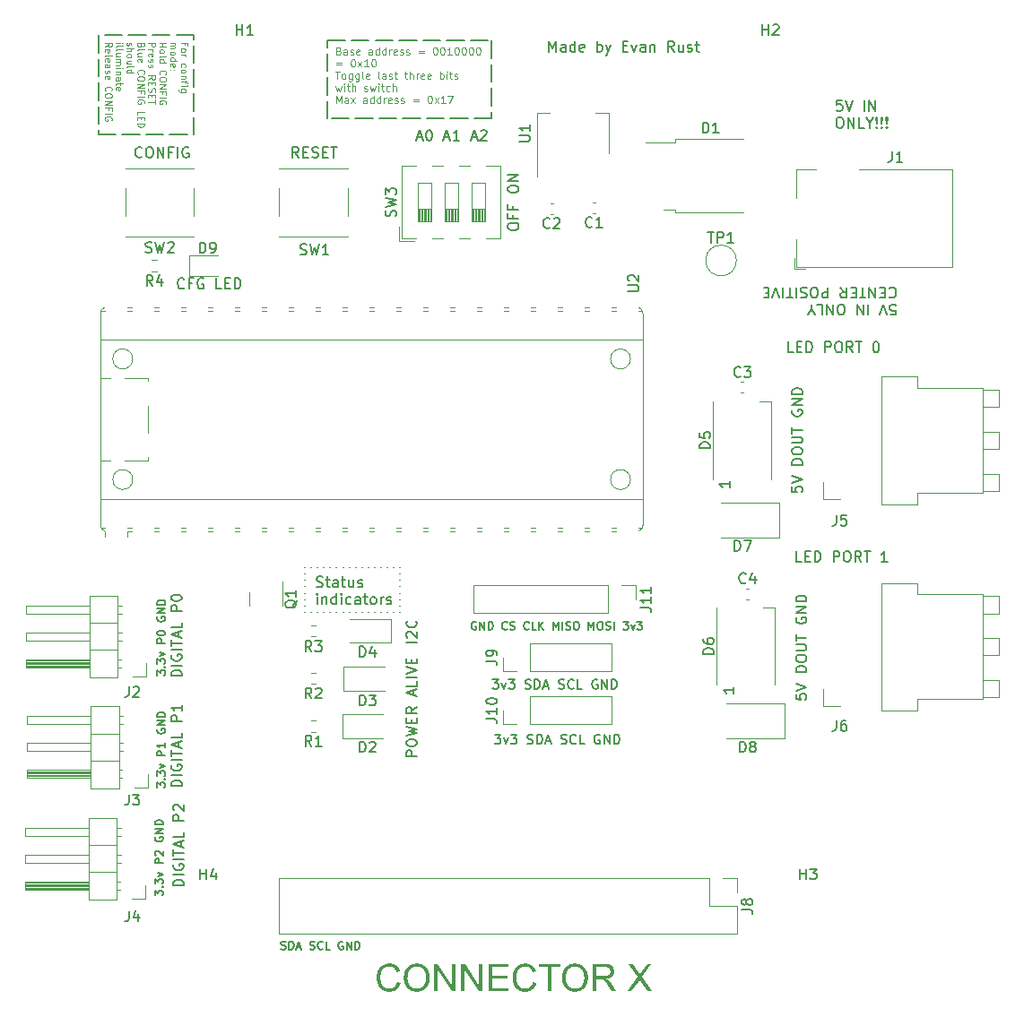
<source format=gbr>
%TF.GenerationSoftware,KiCad,Pcbnew,7.0.6*%
%TF.CreationDate,2023-11-17T09:02:37-06:00*%
%TF.ProjectId,ConnectorX,436f6e6e-6563-4746-9f72-582e6b696361,rev?*%
%TF.SameCoordinates,Original*%
%TF.FileFunction,Legend,Top*%
%TF.FilePolarity,Positive*%
%FSLAX46Y46*%
G04 Gerber Fmt 4.6, Leading zero omitted, Abs format (unit mm)*
G04 Created by KiCad (PCBNEW 7.0.6) date 2023-11-17 09:02:37*
%MOMM*%
%LPD*%
G01*
G04 APERTURE LIST*
%ADD10C,0.150000*%
%ADD11C,0.127000*%
%ADD12C,0.203200*%
%ADD13C,0.063500*%
%ADD14C,0.120000*%
G04 APERTURE END LIST*
D10*
X148289160Y-57384104D02*
X148765350Y-57384104D01*
X148193922Y-57669819D02*
X148527255Y-56669819D01*
X148527255Y-56669819D02*
X148860588Y-57669819D01*
X149384398Y-56669819D02*
X149479636Y-56669819D01*
X149479636Y-56669819D02*
X149574874Y-56717438D01*
X149574874Y-56717438D02*
X149622493Y-56765057D01*
X149622493Y-56765057D02*
X149670112Y-56860295D01*
X149670112Y-56860295D02*
X149717731Y-57050771D01*
X149717731Y-57050771D02*
X149717731Y-57288866D01*
X149717731Y-57288866D02*
X149670112Y-57479342D01*
X149670112Y-57479342D02*
X149622493Y-57574580D01*
X149622493Y-57574580D02*
X149574874Y-57622200D01*
X149574874Y-57622200D02*
X149479636Y-57669819D01*
X149479636Y-57669819D02*
X149384398Y-57669819D01*
X149384398Y-57669819D02*
X149289160Y-57622200D01*
X149289160Y-57622200D02*
X149241541Y-57574580D01*
X149241541Y-57574580D02*
X149193922Y-57479342D01*
X149193922Y-57479342D02*
X149146303Y-57288866D01*
X149146303Y-57288866D02*
X149146303Y-57050771D01*
X149146303Y-57050771D02*
X149193922Y-56860295D01*
X149193922Y-56860295D02*
X149241541Y-56765057D01*
X149241541Y-56765057D02*
X149289160Y-56717438D01*
X149289160Y-56717438D02*
X149384398Y-56669819D01*
X150860589Y-57384104D02*
X151336779Y-57384104D01*
X150765351Y-57669819D02*
X151098684Y-56669819D01*
X151098684Y-56669819D02*
X151432017Y-57669819D01*
X152289160Y-57669819D02*
X151717732Y-57669819D01*
X152003446Y-57669819D02*
X152003446Y-56669819D01*
X152003446Y-56669819D02*
X151908208Y-56812676D01*
X151908208Y-56812676D02*
X151812970Y-56907914D01*
X151812970Y-56907914D02*
X151717732Y-56955533D01*
X153432018Y-57384104D02*
X153908208Y-57384104D01*
X153336780Y-57669819D02*
X153670113Y-56669819D01*
X153670113Y-56669819D02*
X154003446Y-57669819D01*
X154289161Y-56765057D02*
X154336780Y-56717438D01*
X154336780Y-56717438D02*
X154432018Y-56669819D01*
X154432018Y-56669819D02*
X154670113Y-56669819D01*
X154670113Y-56669819D02*
X154765351Y-56717438D01*
X154765351Y-56717438D02*
X154812970Y-56765057D01*
X154812970Y-56765057D02*
X154860589Y-56860295D01*
X154860589Y-56860295D02*
X154860589Y-56955533D01*
X154860589Y-56955533D02*
X154812970Y-57098390D01*
X154812970Y-57098390D02*
X154241542Y-57669819D01*
X154241542Y-57669819D02*
X154860589Y-57669819D01*
X183669819Y-90387030D02*
X183669819Y-90863220D01*
X183669819Y-90863220D02*
X184146009Y-90910839D01*
X184146009Y-90910839D02*
X184098390Y-90863220D01*
X184098390Y-90863220D02*
X184050771Y-90767982D01*
X184050771Y-90767982D02*
X184050771Y-90529887D01*
X184050771Y-90529887D02*
X184098390Y-90434649D01*
X184098390Y-90434649D02*
X184146009Y-90387030D01*
X184146009Y-90387030D02*
X184241247Y-90339411D01*
X184241247Y-90339411D02*
X184479342Y-90339411D01*
X184479342Y-90339411D02*
X184574580Y-90387030D01*
X184574580Y-90387030D02*
X184622200Y-90434649D01*
X184622200Y-90434649D02*
X184669819Y-90529887D01*
X184669819Y-90529887D02*
X184669819Y-90767982D01*
X184669819Y-90767982D02*
X184622200Y-90863220D01*
X184622200Y-90863220D02*
X184574580Y-90910839D01*
X183669819Y-90053696D02*
X184669819Y-89720363D01*
X184669819Y-89720363D02*
X183669819Y-89387030D01*
X184669819Y-88291791D02*
X183669819Y-88291791D01*
X183669819Y-88291791D02*
X183669819Y-88053696D01*
X183669819Y-88053696D02*
X183717438Y-87910839D01*
X183717438Y-87910839D02*
X183812676Y-87815601D01*
X183812676Y-87815601D02*
X183907914Y-87767982D01*
X183907914Y-87767982D02*
X184098390Y-87720363D01*
X184098390Y-87720363D02*
X184241247Y-87720363D01*
X184241247Y-87720363D02*
X184431723Y-87767982D01*
X184431723Y-87767982D02*
X184526961Y-87815601D01*
X184526961Y-87815601D02*
X184622200Y-87910839D01*
X184622200Y-87910839D02*
X184669819Y-88053696D01*
X184669819Y-88053696D02*
X184669819Y-88291791D01*
X183669819Y-87101315D02*
X183669819Y-86910839D01*
X183669819Y-86910839D02*
X183717438Y-86815601D01*
X183717438Y-86815601D02*
X183812676Y-86720363D01*
X183812676Y-86720363D02*
X184003152Y-86672744D01*
X184003152Y-86672744D02*
X184336485Y-86672744D01*
X184336485Y-86672744D02*
X184526961Y-86720363D01*
X184526961Y-86720363D02*
X184622200Y-86815601D01*
X184622200Y-86815601D02*
X184669819Y-86910839D01*
X184669819Y-86910839D02*
X184669819Y-87101315D01*
X184669819Y-87101315D02*
X184622200Y-87196553D01*
X184622200Y-87196553D02*
X184526961Y-87291791D01*
X184526961Y-87291791D02*
X184336485Y-87339410D01*
X184336485Y-87339410D02*
X184003152Y-87339410D01*
X184003152Y-87339410D02*
X183812676Y-87291791D01*
X183812676Y-87291791D02*
X183717438Y-87196553D01*
X183717438Y-87196553D02*
X183669819Y-87101315D01*
X183669819Y-86244172D02*
X184479342Y-86244172D01*
X184479342Y-86244172D02*
X184574580Y-86196553D01*
X184574580Y-86196553D02*
X184622200Y-86148934D01*
X184622200Y-86148934D02*
X184669819Y-86053696D01*
X184669819Y-86053696D02*
X184669819Y-85863220D01*
X184669819Y-85863220D02*
X184622200Y-85767982D01*
X184622200Y-85767982D02*
X184574580Y-85720363D01*
X184574580Y-85720363D02*
X184479342Y-85672744D01*
X184479342Y-85672744D02*
X183669819Y-85672744D01*
X183669819Y-85339410D02*
X183669819Y-84767982D01*
X184669819Y-85053696D02*
X183669819Y-85053696D01*
X183717438Y-83148934D02*
X183669819Y-83244172D01*
X183669819Y-83244172D02*
X183669819Y-83387029D01*
X183669819Y-83387029D02*
X183717438Y-83529886D01*
X183717438Y-83529886D02*
X183812676Y-83625124D01*
X183812676Y-83625124D02*
X183907914Y-83672743D01*
X183907914Y-83672743D02*
X184098390Y-83720362D01*
X184098390Y-83720362D02*
X184241247Y-83720362D01*
X184241247Y-83720362D02*
X184431723Y-83672743D01*
X184431723Y-83672743D02*
X184526961Y-83625124D01*
X184526961Y-83625124D02*
X184622200Y-83529886D01*
X184622200Y-83529886D02*
X184669819Y-83387029D01*
X184669819Y-83387029D02*
X184669819Y-83291791D01*
X184669819Y-83291791D02*
X184622200Y-83148934D01*
X184622200Y-83148934D02*
X184574580Y-83101315D01*
X184574580Y-83101315D02*
X184241247Y-83101315D01*
X184241247Y-83101315D02*
X184241247Y-83291791D01*
X184669819Y-82672743D02*
X183669819Y-82672743D01*
X183669819Y-82672743D02*
X184669819Y-82101315D01*
X184669819Y-82101315D02*
X183669819Y-82101315D01*
X184669819Y-81625124D02*
X183669819Y-81625124D01*
X183669819Y-81625124D02*
X183669819Y-81387029D01*
X183669819Y-81387029D02*
X183717438Y-81244172D01*
X183717438Y-81244172D02*
X183812676Y-81148934D01*
X183812676Y-81148934D02*
X183907914Y-81101315D01*
X183907914Y-81101315D02*
X184098390Y-81053696D01*
X184098390Y-81053696D02*
X184241247Y-81053696D01*
X184241247Y-81053696D02*
X184431723Y-81101315D01*
X184431723Y-81101315D02*
X184526961Y-81148934D01*
X184526961Y-81148934D02*
X184622200Y-81244172D01*
X184622200Y-81244172D02*
X184669819Y-81387029D01*
X184669819Y-81387029D02*
X184669819Y-81625124D01*
X126308207Y-71574580D02*
X126260588Y-71622200D01*
X126260588Y-71622200D02*
X126117731Y-71669819D01*
X126117731Y-71669819D02*
X126022493Y-71669819D01*
X126022493Y-71669819D02*
X125879636Y-71622200D01*
X125879636Y-71622200D02*
X125784398Y-71526961D01*
X125784398Y-71526961D02*
X125736779Y-71431723D01*
X125736779Y-71431723D02*
X125689160Y-71241247D01*
X125689160Y-71241247D02*
X125689160Y-71098390D01*
X125689160Y-71098390D02*
X125736779Y-70907914D01*
X125736779Y-70907914D02*
X125784398Y-70812676D01*
X125784398Y-70812676D02*
X125879636Y-70717438D01*
X125879636Y-70717438D02*
X126022493Y-70669819D01*
X126022493Y-70669819D02*
X126117731Y-70669819D01*
X126117731Y-70669819D02*
X126260588Y-70717438D01*
X126260588Y-70717438D02*
X126308207Y-70765057D01*
X127070112Y-71146009D02*
X126736779Y-71146009D01*
X126736779Y-71669819D02*
X126736779Y-70669819D01*
X126736779Y-70669819D02*
X127212969Y-70669819D01*
X128117731Y-70717438D02*
X128022493Y-70669819D01*
X128022493Y-70669819D02*
X127879636Y-70669819D01*
X127879636Y-70669819D02*
X127736779Y-70717438D01*
X127736779Y-70717438D02*
X127641541Y-70812676D01*
X127641541Y-70812676D02*
X127593922Y-70907914D01*
X127593922Y-70907914D02*
X127546303Y-71098390D01*
X127546303Y-71098390D02*
X127546303Y-71241247D01*
X127546303Y-71241247D02*
X127593922Y-71431723D01*
X127593922Y-71431723D02*
X127641541Y-71526961D01*
X127641541Y-71526961D02*
X127736779Y-71622200D01*
X127736779Y-71622200D02*
X127879636Y-71669819D01*
X127879636Y-71669819D02*
X127974874Y-71669819D01*
X127974874Y-71669819D02*
X128117731Y-71622200D01*
X128117731Y-71622200D02*
X128165350Y-71574580D01*
X128165350Y-71574580D02*
X128165350Y-71241247D01*
X128165350Y-71241247D02*
X127974874Y-71241247D01*
X129832017Y-71669819D02*
X129355827Y-71669819D01*
X129355827Y-71669819D02*
X129355827Y-70669819D01*
X130165351Y-71146009D02*
X130498684Y-71146009D01*
X130641541Y-71669819D02*
X130165351Y-71669819D01*
X130165351Y-71669819D02*
X130165351Y-70669819D01*
X130165351Y-70669819D02*
X130641541Y-70669819D01*
X131070113Y-71669819D02*
X131070113Y-70669819D01*
X131070113Y-70669819D02*
X131308208Y-70669819D01*
X131308208Y-70669819D02*
X131451065Y-70717438D01*
X131451065Y-70717438D02*
X131546303Y-70812676D01*
X131546303Y-70812676D02*
X131593922Y-70907914D01*
X131593922Y-70907914D02*
X131641541Y-71098390D01*
X131641541Y-71098390D02*
X131641541Y-71241247D01*
X131641541Y-71241247D02*
X131593922Y-71431723D01*
X131593922Y-71431723D02*
X131546303Y-71526961D01*
X131546303Y-71526961D02*
X131451065Y-71622200D01*
X131451065Y-71622200D02*
X131308208Y-71669819D01*
X131308208Y-71669819D02*
X131070113Y-71669819D01*
X126269819Y-128063220D02*
X125269819Y-128063220D01*
X125269819Y-128063220D02*
X125269819Y-127825125D01*
X125269819Y-127825125D02*
X125317438Y-127682268D01*
X125317438Y-127682268D02*
X125412676Y-127587030D01*
X125412676Y-127587030D02*
X125507914Y-127539411D01*
X125507914Y-127539411D02*
X125698390Y-127491792D01*
X125698390Y-127491792D02*
X125841247Y-127491792D01*
X125841247Y-127491792D02*
X126031723Y-127539411D01*
X126031723Y-127539411D02*
X126126961Y-127587030D01*
X126126961Y-127587030D02*
X126222200Y-127682268D01*
X126222200Y-127682268D02*
X126269819Y-127825125D01*
X126269819Y-127825125D02*
X126269819Y-128063220D01*
X126269819Y-127063220D02*
X125269819Y-127063220D01*
X125317438Y-126063221D02*
X125269819Y-126158459D01*
X125269819Y-126158459D02*
X125269819Y-126301316D01*
X125269819Y-126301316D02*
X125317438Y-126444173D01*
X125317438Y-126444173D02*
X125412676Y-126539411D01*
X125412676Y-126539411D02*
X125507914Y-126587030D01*
X125507914Y-126587030D02*
X125698390Y-126634649D01*
X125698390Y-126634649D02*
X125841247Y-126634649D01*
X125841247Y-126634649D02*
X126031723Y-126587030D01*
X126031723Y-126587030D02*
X126126961Y-126539411D01*
X126126961Y-126539411D02*
X126222200Y-126444173D01*
X126222200Y-126444173D02*
X126269819Y-126301316D01*
X126269819Y-126301316D02*
X126269819Y-126206078D01*
X126269819Y-126206078D02*
X126222200Y-126063221D01*
X126222200Y-126063221D02*
X126174580Y-126015602D01*
X126174580Y-126015602D02*
X125841247Y-126015602D01*
X125841247Y-126015602D02*
X125841247Y-126206078D01*
X126269819Y-125587030D02*
X125269819Y-125587030D01*
X125269819Y-125253697D02*
X125269819Y-124682269D01*
X126269819Y-124967983D02*
X125269819Y-124967983D01*
X125984104Y-124396554D02*
X125984104Y-123920364D01*
X126269819Y-124491792D02*
X125269819Y-124158459D01*
X125269819Y-124158459D02*
X126269819Y-123825126D01*
X126269819Y-123015602D02*
X126269819Y-123491792D01*
X126269819Y-123491792D02*
X125269819Y-123491792D01*
X126269819Y-121920363D02*
X125269819Y-121920363D01*
X125269819Y-121920363D02*
X125269819Y-121539411D01*
X125269819Y-121539411D02*
X125317438Y-121444173D01*
X125317438Y-121444173D02*
X125365057Y-121396554D01*
X125365057Y-121396554D02*
X125460295Y-121348935D01*
X125460295Y-121348935D02*
X125603152Y-121348935D01*
X125603152Y-121348935D02*
X125698390Y-121396554D01*
X125698390Y-121396554D02*
X125746009Y-121444173D01*
X125746009Y-121444173D02*
X125793628Y-121539411D01*
X125793628Y-121539411D02*
X125793628Y-121920363D01*
X125365057Y-120967982D02*
X125317438Y-120920363D01*
X125317438Y-120920363D02*
X125269819Y-120825125D01*
X125269819Y-120825125D02*
X125269819Y-120587030D01*
X125269819Y-120587030D02*
X125317438Y-120491792D01*
X125317438Y-120491792D02*
X125365057Y-120444173D01*
X125365057Y-120444173D02*
X125460295Y-120396554D01*
X125460295Y-120396554D02*
X125555533Y-120396554D01*
X125555533Y-120396554D02*
X125698390Y-120444173D01*
X125698390Y-120444173D02*
X126269819Y-121015601D01*
X126269819Y-121015601D02*
X126269819Y-120396554D01*
X156869819Y-65872744D02*
X156869819Y-65682268D01*
X156869819Y-65682268D02*
X156917438Y-65587030D01*
X156917438Y-65587030D02*
X157012676Y-65491792D01*
X157012676Y-65491792D02*
X157203152Y-65444173D01*
X157203152Y-65444173D02*
X157536485Y-65444173D01*
X157536485Y-65444173D02*
X157726961Y-65491792D01*
X157726961Y-65491792D02*
X157822200Y-65587030D01*
X157822200Y-65587030D02*
X157869819Y-65682268D01*
X157869819Y-65682268D02*
X157869819Y-65872744D01*
X157869819Y-65872744D02*
X157822200Y-65967982D01*
X157822200Y-65967982D02*
X157726961Y-66063220D01*
X157726961Y-66063220D02*
X157536485Y-66110839D01*
X157536485Y-66110839D02*
X157203152Y-66110839D01*
X157203152Y-66110839D02*
X157012676Y-66063220D01*
X157012676Y-66063220D02*
X156917438Y-65967982D01*
X156917438Y-65967982D02*
X156869819Y-65872744D01*
X157346009Y-64682268D02*
X157346009Y-65015601D01*
X157869819Y-65015601D02*
X156869819Y-65015601D01*
X156869819Y-65015601D02*
X156869819Y-64539411D01*
X157346009Y-63825125D02*
X157346009Y-64158458D01*
X157869819Y-64158458D02*
X156869819Y-64158458D01*
X156869819Y-64158458D02*
X156869819Y-63682268D01*
X156869819Y-62348934D02*
X156869819Y-62158458D01*
X156869819Y-62158458D02*
X156917438Y-62063220D01*
X156917438Y-62063220D02*
X157012676Y-61967982D01*
X157012676Y-61967982D02*
X157203152Y-61920363D01*
X157203152Y-61920363D02*
X157536485Y-61920363D01*
X157536485Y-61920363D02*
X157726961Y-61967982D01*
X157726961Y-61967982D02*
X157822200Y-62063220D01*
X157822200Y-62063220D02*
X157869819Y-62158458D01*
X157869819Y-62158458D02*
X157869819Y-62348934D01*
X157869819Y-62348934D02*
X157822200Y-62444172D01*
X157822200Y-62444172D02*
X157726961Y-62539410D01*
X157726961Y-62539410D02*
X157536485Y-62587029D01*
X157536485Y-62587029D02*
X157203152Y-62587029D01*
X157203152Y-62587029D02*
X157012676Y-62539410D01*
X157012676Y-62539410D02*
X156917438Y-62444172D01*
X156917438Y-62444172D02*
X156869819Y-62348934D01*
X157869819Y-61491791D02*
X156869819Y-61491791D01*
X156869819Y-61491791D02*
X157869819Y-60920363D01*
X157869819Y-60920363D02*
X156869819Y-60920363D01*
X184612969Y-97469819D02*
X184136779Y-97469819D01*
X184136779Y-97469819D02*
X184136779Y-96469819D01*
X184946303Y-96946009D02*
X185279636Y-96946009D01*
X185422493Y-97469819D02*
X184946303Y-97469819D01*
X184946303Y-97469819D02*
X184946303Y-96469819D01*
X184946303Y-96469819D02*
X185422493Y-96469819D01*
X185851065Y-97469819D02*
X185851065Y-96469819D01*
X185851065Y-96469819D02*
X186089160Y-96469819D01*
X186089160Y-96469819D02*
X186232017Y-96517438D01*
X186232017Y-96517438D02*
X186327255Y-96612676D01*
X186327255Y-96612676D02*
X186374874Y-96707914D01*
X186374874Y-96707914D02*
X186422493Y-96898390D01*
X186422493Y-96898390D02*
X186422493Y-97041247D01*
X186422493Y-97041247D02*
X186374874Y-97231723D01*
X186374874Y-97231723D02*
X186327255Y-97326961D01*
X186327255Y-97326961D02*
X186232017Y-97422200D01*
X186232017Y-97422200D02*
X186089160Y-97469819D01*
X186089160Y-97469819D02*
X185851065Y-97469819D01*
X187612970Y-97469819D02*
X187612970Y-96469819D01*
X187612970Y-96469819D02*
X187993922Y-96469819D01*
X187993922Y-96469819D02*
X188089160Y-96517438D01*
X188089160Y-96517438D02*
X188136779Y-96565057D01*
X188136779Y-96565057D02*
X188184398Y-96660295D01*
X188184398Y-96660295D02*
X188184398Y-96803152D01*
X188184398Y-96803152D02*
X188136779Y-96898390D01*
X188136779Y-96898390D02*
X188089160Y-96946009D01*
X188089160Y-96946009D02*
X187993922Y-96993628D01*
X187993922Y-96993628D02*
X187612970Y-96993628D01*
X188803446Y-96469819D02*
X188993922Y-96469819D01*
X188993922Y-96469819D02*
X189089160Y-96517438D01*
X189089160Y-96517438D02*
X189184398Y-96612676D01*
X189184398Y-96612676D02*
X189232017Y-96803152D01*
X189232017Y-96803152D02*
X189232017Y-97136485D01*
X189232017Y-97136485D02*
X189184398Y-97326961D01*
X189184398Y-97326961D02*
X189089160Y-97422200D01*
X189089160Y-97422200D02*
X188993922Y-97469819D01*
X188993922Y-97469819D02*
X188803446Y-97469819D01*
X188803446Y-97469819D02*
X188708208Y-97422200D01*
X188708208Y-97422200D02*
X188612970Y-97326961D01*
X188612970Y-97326961D02*
X188565351Y-97136485D01*
X188565351Y-97136485D02*
X188565351Y-96803152D01*
X188565351Y-96803152D02*
X188612970Y-96612676D01*
X188612970Y-96612676D02*
X188708208Y-96517438D01*
X188708208Y-96517438D02*
X188803446Y-96469819D01*
X190232017Y-97469819D02*
X189898684Y-96993628D01*
X189660589Y-97469819D02*
X189660589Y-96469819D01*
X189660589Y-96469819D02*
X190041541Y-96469819D01*
X190041541Y-96469819D02*
X190136779Y-96517438D01*
X190136779Y-96517438D02*
X190184398Y-96565057D01*
X190184398Y-96565057D02*
X190232017Y-96660295D01*
X190232017Y-96660295D02*
X190232017Y-96803152D01*
X190232017Y-96803152D02*
X190184398Y-96898390D01*
X190184398Y-96898390D02*
X190136779Y-96946009D01*
X190136779Y-96946009D02*
X190041541Y-96993628D01*
X190041541Y-96993628D02*
X189660589Y-96993628D01*
X190517732Y-96469819D02*
X191089160Y-96469819D01*
X190803446Y-97469819D02*
X190803446Y-96469819D01*
X192708208Y-97469819D02*
X192136780Y-97469819D01*
X192422494Y-97469819D02*
X192422494Y-96469819D01*
X192422494Y-96469819D02*
X192327256Y-96612676D01*
X192327256Y-96612676D02*
X192232018Y-96707914D01*
X192232018Y-96707914D02*
X192136780Y-96755533D01*
X188412969Y-53859819D02*
X187936779Y-53859819D01*
X187936779Y-53859819D02*
X187889160Y-54336009D01*
X187889160Y-54336009D02*
X187936779Y-54288390D01*
X187936779Y-54288390D02*
X188032017Y-54240771D01*
X188032017Y-54240771D02*
X188270112Y-54240771D01*
X188270112Y-54240771D02*
X188365350Y-54288390D01*
X188365350Y-54288390D02*
X188412969Y-54336009D01*
X188412969Y-54336009D02*
X188460588Y-54431247D01*
X188460588Y-54431247D02*
X188460588Y-54669342D01*
X188460588Y-54669342D02*
X188412969Y-54764580D01*
X188412969Y-54764580D02*
X188365350Y-54812200D01*
X188365350Y-54812200D02*
X188270112Y-54859819D01*
X188270112Y-54859819D02*
X188032017Y-54859819D01*
X188032017Y-54859819D02*
X187936779Y-54812200D01*
X187936779Y-54812200D02*
X187889160Y-54764580D01*
X188746303Y-53859819D02*
X189079636Y-54859819D01*
X189079636Y-54859819D02*
X189412969Y-53859819D01*
X190508208Y-54859819D02*
X190508208Y-53859819D01*
X190984398Y-54859819D02*
X190984398Y-53859819D01*
X190984398Y-53859819D02*
X191555826Y-54859819D01*
X191555826Y-54859819D02*
X191555826Y-53859819D01*
X188127255Y-55469819D02*
X188317731Y-55469819D01*
X188317731Y-55469819D02*
X188412969Y-55517438D01*
X188412969Y-55517438D02*
X188508207Y-55612676D01*
X188508207Y-55612676D02*
X188555826Y-55803152D01*
X188555826Y-55803152D02*
X188555826Y-56136485D01*
X188555826Y-56136485D02*
X188508207Y-56326961D01*
X188508207Y-56326961D02*
X188412969Y-56422200D01*
X188412969Y-56422200D02*
X188317731Y-56469819D01*
X188317731Y-56469819D02*
X188127255Y-56469819D01*
X188127255Y-56469819D02*
X188032017Y-56422200D01*
X188032017Y-56422200D02*
X187936779Y-56326961D01*
X187936779Y-56326961D02*
X187889160Y-56136485D01*
X187889160Y-56136485D02*
X187889160Y-55803152D01*
X187889160Y-55803152D02*
X187936779Y-55612676D01*
X187936779Y-55612676D02*
X188032017Y-55517438D01*
X188032017Y-55517438D02*
X188127255Y-55469819D01*
X188984398Y-56469819D02*
X188984398Y-55469819D01*
X188984398Y-55469819D02*
X189555826Y-56469819D01*
X189555826Y-56469819D02*
X189555826Y-55469819D01*
X190508207Y-56469819D02*
X190032017Y-56469819D01*
X190032017Y-56469819D02*
X190032017Y-55469819D01*
X191032017Y-55993628D02*
X191032017Y-56469819D01*
X190698684Y-55469819D02*
X191032017Y-55993628D01*
X191032017Y-55993628D02*
X191365350Y-55469819D01*
X191698684Y-56374580D02*
X191746303Y-56422200D01*
X191746303Y-56422200D02*
X191698684Y-56469819D01*
X191698684Y-56469819D02*
X191651065Y-56422200D01*
X191651065Y-56422200D02*
X191698684Y-56374580D01*
X191698684Y-56374580D02*
X191698684Y-56469819D01*
X191698684Y-56088866D02*
X191651065Y-55517438D01*
X191651065Y-55517438D02*
X191698684Y-55469819D01*
X191698684Y-55469819D02*
X191746303Y-55517438D01*
X191746303Y-55517438D02*
X191698684Y-56088866D01*
X191698684Y-56088866D02*
X191698684Y-55469819D01*
X192174874Y-56374580D02*
X192222493Y-56422200D01*
X192222493Y-56422200D02*
X192174874Y-56469819D01*
X192174874Y-56469819D02*
X192127255Y-56422200D01*
X192127255Y-56422200D02*
X192174874Y-56374580D01*
X192174874Y-56374580D02*
X192174874Y-56469819D01*
X192174874Y-56088866D02*
X192127255Y-55517438D01*
X192127255Y-55517438D02*
X192174874Y-55469819D01*
X192174874Y-55469819D02*
X192222493Y-55517438D01*
X192222493Y-55517438D02*
X192174874Y-56088866D01*
X192174874Y-56088866D02*
X192174874Y-55469819D01*
X192651064Y-56374580D02*
X192698683Y-56422200D01*
X192698683Y-56422200D02*
X192651064Y-56469819D01*
X192651064Y-56469819D02*
X192603445Y-56422200D01*
X192603445Y-56422200D02*
X192651064Y-56374580D01*
X192651064Y-56374580D02*
X192651064Y-56469819D01*
X192651064Y-56088866D02*
X192603445Y-55517438D01*
X192603445Y-55517438D02*
X192651064Y-55469819D01*
X192651064Y-55469819D02*
X192698683Y-55517438D01*
X192698683Y-55517438D02*
X192651064Y-56088866D01*
X192651064Y-56088866D02*
X192651064Y-55469819D01*
D11*
X153864123Y-103174427D02*
X153791552Y-103138141D01*
X153791552Y-103138141D02*
X153682694Y-103138141D01*
X153682694Y-103138141D02*
X153573837Y-103174427D01*
X153573837Y-103174427D02*
X153501266Y-103246998D01*
X153501266Y-103246998D02*
X153464980Y-103319570D01*
X153464980Y-103319570D02*
X153428694Y-103464713D01*
X153428694Y-103464713D02*
X153428694Y-103573570D01*
X153428694Y-103573570D02*
X153464980Y-103718713D01*
X153464980Y-103718713D02*
X153501266Y-103791284D01*
X153501266Y-103791284D02*
X153573837Y-103863856D01*
X153573837Y-103863856D02*
X153682694Y-103900141D01*
X153682694Y-103900141D02*
X153755266Y-103900141D01*
X153755266Y-103900141D02*
X153864123Y-103863856D01*
X153864123Y-103863856D02*
X153900409Y-103827570D01*
X153900409Y-103827570D02*
X153900409Y-103573570D01*
X153900409Y-103573570D02*
X153755266Y-103573570D01*
X154226980Y-103900141D02*
X154226980Y-103138141D01*
X154226980Y-103138141D02*
X154662409Y-103900141D01*
X154662409Y-103900141D02*
X154662409Y-103138141D01*
X155025266Y-103900141D02*
X155025266Y-103138141D01*
X155025266Y-103138141D02*
X155206695Y-103138141D01*
X155206695Y-103138141D02*
X155315552Y-103174427D01*
X155315552Y-103174427D02*
X155388123Y-103246998D01*
X155388123Y-103246998D02*
X155424409Y-103319570D01*
X155424409Y-103319570D02*
X155460695Y-103464713D01*
X155460695Y-103464713D02*
X155460695Y-103573570D01*
X155460695Y-103573570D02*
X155424409Y-103718713D01*
X155424409Y-103718713D02*
X155388123Y-103791284D01*
X155388123Y-103791284D02*
X155315552Y-103863856D01*
X155315552Y-103863856D02*
X155206695Y-103900141D01*
X155206695Y-103900141D02*
X155025266Y-103900141D01*
X156803266Y-103827570D02*
X156766980Y-103863856D01*
X156766980Y-103863856D02*
X156658123Y-103900141D01*
X156658123Y-103900141D02*
X156585551Y-103900141D01*
X156585551Y-103900141D02*
X156476694Y-103863856D01*
X156476694Y-103863856D02*
X156404123Y-103791284D01*
X156404123Y-103791284D02*
X156367837Y-103718713D01*
X156367837Y-103718713D02*
X156331551Y-103573570D01*
X156331551Y-103573570D02*
X156331551Y-103464713D01*
X156331551Y-103464713D02*
X156367837Y-103319570D01*
X156367837Y-103319570D02*
X156404123Y-103246998D01*
X156404123Y-103246998D02*
X156476694Y-103174427D01*
X156476694Y-103174427D02*
X156585551Y-103138141D01*
X156585551Y-103138141D02*
X156658123Y-103138141D01*
X156658123Y-103138141D02*
X156766980Y-103174427D01*
X156766980Y-103174427D02*
X156803266Y-103210713D01*
X157093551Y-103863856D02*
X157202409Y-103900141D01*
X157202409Y-103900141D02*
X157383837Y-103900141D01*
X157383837Y-103900141D02*
X157456409Y-103863856D01*
X157456409Y-103863856D02*
X157492694Y-103827570D01*
X157492694Y-103827570D02*
X157528980Y-103754998D01*
X157528980Y-103754998D02*
X157528980Y-103682427D01*
X157528980Y-103682427D02*
X157492694Y-103609856D01*
X157492694Y-103609856D02*
X157456409Y-103573570D01*
X157456409Y-103573570D02*
X157383837Y-103537284D01*
X157383837Y-103537284D02*
X157238694Y-103500998D01*
X157238694Y-103500998D02*
X157166123Y-103464713D01*
X157166123Y-103464713D02*
X157129837Y-103428427D01*
X157129837Y-103428427D02*
X157093551Y-103355856D01*
X157093551Y-103355856D02*
X157093551Y-103283284D01*
X157093551Y-103283284D02*
X157129837Y-103210713D01*
X157129837Y-103210713D02*
X157166123Y-103174427D01*
X157166123Y-103174427D02*
X157238694Y-103138141D01*
X157238694Y-103138141D02*
X157420123Y-103138141D01*
X157420123Y-103138141D02*
X157528980Y-103174427D01*
X158871551Y-103827570D02*
X158835265Y-103863856D01*
X158835265Y-103863856D02*
X158726408Y-103900141D01*
X158726408Y-103900141D02*
X158653836Y-103900141D01*
X158653836Y-103900141D02*
X158544979Y-103863856D01*
X158544979Y-103863856D02*
X158472408Y-103791284D01*
X158472408Y-103791284D02*
X158436122Y-103718713D01*
X158436122Y-103718713D02*
X158399836Y-103573570D01*
X158399836Y-103573570D02*
X158399836Y-103464713D01*
X158399836Y-103464713D02*
X158436122Y-103319570D01*
X158436122Y-103319570D02*
X158472408Y-103246998D01*
X158472408Y-103246998D02*
X158544979Y-103174427D01*
X158544979Y-103174427D02*
X158653836Y-103138141D01*
X158653836Y-103138141D02*
X158726408Y-103138141D01*
X158726408Y-103138141D02*
X158835265Y-103174427D01*
X158835265Y-103174427D02*
X158871551Y-103210713D01*
X159560979Y-103900141D02*
X159198122Y-103900141D01*
X159198122Y-103900141D02*
X159198122Y-103138141D01*
X159814979Y-103900141D02*
X159814979Y-103138141D01*
X160250408Y-103900141D02*
X159923836Y-103464713D01*
X160250408Y-103138141D02*
X159814979Y-103573570D01*
X161157550Y-103900141D02*
X161157550Y-103138141D01*
X161157550Y-103138141D02*
X161411550Y-103682427D01*
X161411550Y-103682427D02*
X161665550Y-103138141D01*
X161665550Y-103138141D02*
X161665550Y-103900141D01*
X162028407Y-103900141D02*
X162028407Y-103138141D01*
X162354978Y-103863856D02*
X162463836Y-103900141D01*
X162463836Y-103900141D02*
X162645264Y-103900141D01*
X162645264Y-103900141D02*
X162717836Y-103863856D01*
X162717836Y-103863856D02*
X162754121Y-103827570D01*
X162754121Y-103827570D02*
X162790407Y-103754998D01*
X162790407Y-103754998D02*
X162790407Y-103682427D01*
X162790407Y-103682427D02*
X162754121Y-103609856D01*
X162754121Y-103609856D02*
X162717836Y-103573570D01*
X162717836Y-103573570D02*
X162645264Y-103537284D01*
X162645264Y-103537284D02*
X162500121Y-103500998D01*
X162500121Y-103500998D02*
X162427550Y-103464713D01*
X162427550Y-103464713D02*
X162391264Y-103428427D01*
X162391264Y-103428427D02*
X162354978Y-103355856D01*
X162354978Y-103355856D02*
X162354978Y-103283284D01*
X162354978Y-103283284D02*
X162391264Y-103210713D01*
X162391264Y-103210713D02*
X162427550Y-103174427D01*
X162427550Y-103174427D02*
X162500121Y-103138141D01*
X162500121Y-103138141D02*
X162681550Y-103138141D01*
X162681550Y-103138141D02*
X162790407Y-103174427D01*
X163262121Y-103138141D02*
X163407264Y-103138141D01*
X163407264Y-103138141D02*
X163479835Y-103174427D01*
X163479835Y-103174427D02*
X163552407Y-103246998D01*
X163552407Y-103246998D02*
X163588692Y-103392141D01*
X163588692Y-103392141D02*
X163588692Y-103646141D01*
X163588692Y-103646141D02*
X163552407Y-103791284D01*
X163552407Y-103791284D02*
X163479835Y-103863856D01*
X163479835Y-103863856D02*
X163407264Y-103900141D01*
X163407264Y-103900141D02*
X163262121Y-103900141D01*
X163262121Y-103900141D02*
X163189550Y-103863856D01*
X163189550Y-103863856D02*
X163116978Y-103791284D01*
X163116978Y-103791284D02*
X163080692Y-103646141D01*
X163080692Y-103646141D02*
X163080692Y-103392141D01*
X163080692Y-103392141D02*
X163116978Y-103246998D01*
X163116978Y-103246998D02*
X163189550Y-103174427D01*
X163189550Y-103174427D02*
X163262121Y-103138141D01*
X164495835Y-103900141D02*
X164495835Y-103138141D01*
X164495835Y-103138141D02*
X164749835Y-103682427D01*
X164749835Y-103682427D02*
X165003835Y-103138141D01*
X165003835Y-103138141D02*
X165003835Y-103900141D01*
X165511835Y-103138141D02*
X165656978Y-103138141D01*
X165656978Y-103138141D02*
X165729549Y-103174427D01*
X165729549Y-103174427D02*
X165802121Y-103246998D01*
X165802121Y-103246998D02*
X165838406Y-103392141D01*
X165838406Y-103392141D02*
X165838406Y-103646141D01*
X165838406Y-103646141D02*
X165802121Y-103791284D01*
X165802121Y-103791284D02*
X165729549Y-103863856D01*
X165729549Y-103863856D02*
X165656978Y-103900141D01*
X165656978Y-103900141D02*
X165511835Y-103900141D01*
X165511835Y-103900141D02*
X165439264Y-103863856D01*
X165439264Y-103863856D02*
X165366692Y-103791284D01*
X165366692Y-103791284D02*
X165330406Y-103646141D01*
X165330406Y-103646141D02*
X165330406Y-103392141D01*
X165330406Y-103392141D02*
X165366692Y-103246998D01*
X165366692Y-103246998D02*
X165439264Y-103174427D01*
X165439264Y-103174427D02*
X165511835Y-103138141D01*
X166128692Y-103863856D02*
X166237550Y-103900141D01*
X166237550Y-103900141D02*
X166418978Y-103900141D01*
X166418978Y-103900141D02*
X166491550Y-103863856D01*
X166491550Y-103863856D02*
X166527835Y-103827570D01*
X166527835Y-103827570D02*
X166564121Y-103754998D01*
X166564121Y-103754998D02*
X166564121Y-103682427D01*
X166564121Y-103682427D02*
X166527835Y-103609856D01*
X166527835Y-103609856D02*
X166491550Y-103573570D01*
X166491550Y-103573570D02*
X166418978Y-103537284D01*
X166418978Y-103537284D02*
X166273835Y-103500998D01*
X166273835Y-103500998D02*
X166201264Y-103464713D01*
X166201264Y-103464713D02*
X166164978Y-103428427D01*
X166164978Y-103428427D02*
X166128692Y-103355856D01*
X166128692Y-103355856D02*
X166128692Y-103283284D01*
X166128692Y-103283284D02*
X166164978Y-103210713D01*
X166164978Y-103210713D02*
X166201264Y-103174427D01*
X166201264Y-103174427D02*
X166273835Y-103138141D01*
X166273835Y-103138141D02*
X166455264Y-103138141D01*
X166455264Y-103138141D02*
X166564121Y-103174427D01*
X166890692Y-103900141D02*
X166890692Y-103138141D01*
X167761549Y-103138141D02*
X168233263Y-103138141D01*
X168233263Y-103138141D02*
X167979263Y-103428427D01*
X167979263Y-103428427D02*
X168088120Y-103428427D01*
X168088120Y-103428427D02*
X168160692Y-103464713D01*
X168160692Y-103464713D02*
X168196977Y-103500998D01*
X168196977Y-103500998D02*
X168233263Y-103573570D01*
X168233263Y-103573570D02*
X168233263Y-103754998D01*
X168233263Y-103754998D02*
X168196977Y-103827570D01*
X168196977Y-103827570D02*
X168160692Y-103863856D01*
X168160692Y-103863856D02*
X168088120Y-103900141D01*
X168088120Y-103900141D02*
X167870406Y-103900141D01*
X167870406Y-103900141D02*
X167797834Y-103863856D01*
X167797834Y-103863856D02*
X167761549Y-103827570D01*
X168487263Y-103392141D02*
X168668691Y-103900141D01*
X168668691Y-103900141D02*
X168850120Y-103392141D01*
X169067834Y-103138141D02*
X169539548Y-103138141D01*
X169539548Y-103138141D02*
X169285548Y-103428427D01*
X169285548Y-103428427D02*
X169394405Y-103428427D01*
X169394405Y-103428427D02*
X169466977Y-103464713D01*
X169466977Y-103464713D02*
X169503262Y-103500998D01*
X169503262Y-103500998D02*
X169539548Y-103573570D01*
X169539548Y-103573570D02*
X169539548Y-103754998D01*
X169539548Y-103754998D02*
X169503262Y-103827570D01*
X169503262Y-103827570D02*
X169466977Y-103863856D01*
X169466977Y-103863856D02*
X169394405Y-103900141D01*
X169394405Y-103900141D02*
X169176691Y-103900141D01*
X169176691Y-103900141D02*
X169104119Y-103863856D01*
X169104119Y-103863856D02*
X169067834Y-103827570D01*
D10*
X126069819Y-118663220D02*
X125069819Y-118663220D01*
X125069819Y-118663220D02*
X125069819Y-118425125D01*
X125069819Y-118425125D02*
X125117438Y-118282268D01*
X125117438Y-118282268D02*
X125212676Y-118187030D01*
X125212676Y-118187030D02*
X125307914Y-118139411D01*
X125307914Y-118139411D02*
X125498390Y-118091792D01*
X125498390Y-118091792D02*
X125641247Y-118091792D01*
X125641247Y-118091792D02*
X125831723Y-118139411D01*
X125831723Y-118139411D02*
X125926961Y-118187030D01*
X125926961Y-118187030D02*
X126022200Y-118282268D01*
X126022200Y-118282268D02*
X126069819Y-118425125D01*
X126069819Y-118425125D02*
X126069819Y-118663220D01*
X126069819Y-117663220D02*
X125069819Y-117663220D01*
X125117438Y-116663221D02*
X125069819Y-116758459D01*
X125069819Y-116758459D02*
X125069819Y-116901316D01*
X125069819Y-116901316D02*
X125117438Y-117044173D01*
X125117438Y-117044173D02*
X125212676Y-117139411D01*
X125212676Y-117139411D02*
X125307914Y-117187030D01*
X125307914Y-117187030D02*
X125498390Y-117234649D01*
X125498390Y-117234649D02*
X125641247Y-117234649D01*
X125641247Y-117234649D02*
X125831723Y-117187030D01*
X125831723Y-117187030D02*
X125926961Y-117139411D01*
X125926961Y-117139411D02*
X126022200Y-117044173D01*
X126022200Y-117044173D02*
X126069819Y-116901316D01*
X126069819Y-116901316D02*
X126069819Y-116806078D01*
X126069819Y-116806078D02*
X126022200Y-116663221D01*
X126022200Y-116663221D02*
X125974580Y-116615602D01*
X125974580Y-116615602D02*
X125641247Y-116615602D01*
X125641247Y-116615602D02*
X125641247Y-116806078D01*
X126069819Y-116187030D02*
X125069819Y-116187030D01*
X125069819Y-115853697D02*
X125069819Y-115282269D01*
X126069819Y-115567983D02*
X125069819Y-115567983D01*
X125784104Y-114996554D02*
X125784104Y-114520364D01*
X126069819Y-115091792D02*
X125069819Y-114758459D01*
X125069819Y-114758459D02*
X126069819Y-114425126D01*
X126069819Y-113615602D02*
X126069819Y-114091792D01*
X126069819Y-114091792D02*
X125069819Y-114091792D01*
X126069819Y-112520363D02*
X125069819Y-112520363D01*
X125069819Y-112520363D02*
X125069819Y-112139411D01*
X125069819Y-112139411D02*
X125117438Y-112044173D01*
X125117438Y-112044173D02*
X125165057Y-111996554D01*
X125165057Y-111996554D02*
X125260295Y-111948935D01*
X125260295Y-111948935D02*
X125403152Y-111948935D01*
X125403152Y-111948935D02*
X125498390Y-111996554D01*
X125498390Y-111996554D02*
X125546009Y-112044173D01*
X125546009Y-112044173D02*
X125593628Y-112139411D01*
X125593628Y-112139411D02*
X125593628Y-112520363D01*
X126069819Y-110996554D02*
X126069819Y-111567982D01*
X126069819Y-111282268D02*
X125069819Y-111282268D01*
X125069819Y-111282268D02*
X125212676Y-111377506D01*
X125212676Y-111377506D02*
X125307914Y-111472744D01*
X125307914Y-111472744D02*
X125355533Y-111567982D01*
D11*
X155410552Y-108595600D02*
X155960885Y-108595600D01*
X155960885Y-108595600D02*
X155664552Y-108934267D01*
X155664552Y-108934267D02*
X155791552Y-108934267D01*
X155791552Y-108934267D02*
X155876218Y-108976600D01*
X155876218Y-108976600D02*
X155918552Y-109018933D01*
X155918552Y-109018933D02*
X155960885Y-109103600D01*
X155960885Y-109103600D02*
X155960885Y-109315267D01*
X155960885Y-109315267D02*
X155918552Y-109399933D01*
X155918552Y-109399933D02*
X155876218Y-109442267D01*
X155876218Y-109442267D02*
X155791552Y-109484600D01*
X155791552Y-109484600D02*
X155537552Y-109484600D01*
X155537552Y-109484600D02*
X155452885Y-109442267D01*
X155452885Y-109442267D02*
X155410552Y-109399933D01*
X156257219Y-108891933D02*
X156468885Y-109484600D01*
X156468885Y-109484600D02*
X156680552Y-108891933D01*
X156934552Y-108595600D02*
X157484885Y-108595600D01*
X157484885Y-108595600D02*
X157188552Y-108934267D01*
X157188552Y-108934267D02*
X157315552Y-108934267D01*
X157315552Y-108934267D02*
X157400218Y-108976600D01*
X157400218Y-108976600D02*
X157442552Y-109018933D01*
X157442552Y-109018933D02*
X157484885Y-109103600D01*
X157484885Y-109103600D02*
X157484885Y-109315267D01*
X157484885Y-109315267D02*
X157442552Y-109399933D01*
X157442552Y-109399933D02*
X157400218Y-109442267D01*
X157400218Y-109442267D02*
X157315552Y-109484600D01*
X157315552Y-109484600D02*
X157061552Y-109484600D01*
X157061552Y-109484600D02*
X156976885Y-109442267D01*
X156976885Y-109442267D02*
X156934552Y-109399933D01*
X158500885Y-109442267D02*
X158627885Y-109484600D01*
X158627885Y-109484600D02*
X158839552Y-109484600D01*
X158839552Y-109484600D02*
X158924218Y-109442267D01*
X158924218Y-109442267D02*
X158966552Y-109399933D01*
X158966552Y-109399933D02*
X159008885Y-109315267D01*
X159008885Y-109315267D02*
X159008885Y-109230600D01*
X159008885Y-109230600D02*
X158966552Y-109145933D01*
X158966552Y-109145933D02*
X158924218Y-109103600D01*
X158924218Y-109103600D02*
X158839552Y-109061267D01*
X158839552Y-109061267D02*
X158670218Y-109018933D01*
X158670218Y-109018933D02*
X158585552Y-108976600D01*
X158585552Y-108976600D02*
X158543218Y-108934267D01*
X158543218Y-108934267D02*
X158500885Y-108849600D01*
X158500885Y-108849600D02*
X158500885Y-108764933D01*
X158500885Y-108764933D02*
X158543218Y-108680267D01*
X158543218Y-108680267D02*
X158585552Y-108637933D01*
X158585552Y-108637933D02*
X158670218Y-108595600D01*
X158670218Y-108595600D02*
X158881885Y-108595600D01*
X158881885Y-108595600D02*
X159008885Y-108637933D01*
X159389885Y-109484600D02*
X159389885Y-108595600D01*
X159389885Y-108595600D02*
X159601552Y-108595600D01*
X159601552Y-108595600D02*
X159728552Y-108637933D01*
X159728552Y-108637933D02*
X159813219Y-108722600D01*
X159813219Y-108722600D02*
X159855552Y-108807267D01*
X159855552Y-108807267D02*
X159897885Y-108976600D01*
X159897885Y-108976600D02*
X159897885Y-109103600D01*
X159897885Y-109103600D02*
X159855552Y-109272933D01*
X159855552Y-109272933D02*
X159813219Y-109357600D01*
X159813219Y-109357600D02*
X159728552Y-109442267D01*
X159728552Y-109442267D02*
X159601552Y-109484600D01*
X159601552Y-109484600D02*
X159389885Y-109484600D01*
X160236552Y-109230600D02*
X160659885Y-109230600D01*
X160151885Y-109484600D02*
X160448219Y-108595600D01*
X160448219Y-108595600D02*
X160744552Y-109484600D01*
X161675885Y-109442267D02*
X161802885Y-109484600D01*
X161802885Y-109484600D02*
X162014552Y-109484600D01*
X162014552Y-109484600D02*
X162099218Y-109442267D01*
X162099218Y-109442267D02*
X162141552Y-109399933D01*
X162141552Y-109399933D02*
X162183885Y-109315267D01*
X162183885Y-109315267D02*
X162183885Y-109230600D01*
X162183885Y-109230600D02*
X162141552Y-109145933D01*
X162141552Y-109145933D02*
X162099218Y-109103600D01*
X162099218Y-109103600D02*
X162014552Y-109061267D01*
X162014552Y-109061267D02*
X161845218Y-109018933D01*
X161845218Y-109018933D02*
X161760552Y-108976600D01*
X161760552Y-108976600D02*
X161718218Y-108934267D01*
X161718218Y-108934267D02*
X161675885Y-108849600D01*
X161675885Y-108849600D02*
X161675885Y-108764933D01*
X161675885Y-108764933D02*
X161718218Y-108680267D01*
X161718218Y-108680267D02*
X161760552Y-108637933D01*
X161760552Y-108637933D02*
X161845218Y-108595600D01*
X161845218Y-108595600D02*
X162056885Y-108595600D01*
X162056885Y-108595600D02*
X162183885Y-108637933D01*
X163072885Y-109399933D02*
X163030552Y-109442267D01*
X163030552Y-109442267D02*
X162903552Y-109484600D01*
X162903552Y-109484600D02*
X162818885Y-109484600D01*
X162818885Y-109484600D02*
X162691885Y-109442267D01*
X162691885Y-109442267D02*
X162607219Y-109357600D01*
X162607219Y-109357600D02*
X162564885Y-109272933D01*
X162564885Y-109272933D02*
X162522552Y-109103600D01*
X162522552Y-109103600D02*
X162522552Y-108976600D01*
X162522552Y-108976600D02*
X162564885Y-108807267D01*
X162564885Y-108807267D02*
X162607219Y-108722600D01*
X162607219Y-108722600D02*
X162691885Y-108637933D01*
X162691885Y-108637933D02*
X162818885Y-108595600D01*
X162818885Y-108595600D02*
X162903552Y-108595600D01*
X162903552Y-108595600D02*
X163030552Y-108637933D01*
X163030552Y-108637933D02*
X163072885Y-108680267D01*
X163877219Y-109484600D02*
X163453885Y-109484600D01*
X163453885Y-109484600D02*
X163453885Y-108595600D01*
X165316552Y-108637933D02*
X165231885Y-108595600D01*
X165231885Y-108595600D02*
X165104885Y-108595600D01*
X165104885Y-108595600D02*
X164977885Y-108637933D01*
X164977885Y-108637933D02*
X164893219Y-108722600D01*
X164893219Y-108722600D02*
X164850885Y-108807267D01*
X164850885Y-108807267D02*
X164808552Y-108976600D01*
X164808552Y-108976600D02*
X164808552Y-109103600D01*
X164808552Y-109103600D02*
X164850885Y-109272933D01*
X164850885Y-109272933D02*
X164893219Y-109357600D01*
X164893219Y-109357600D02*
X164977885Y-109442267D01*
X164977885Y-109442267D02*
X165104885Y-109484600D01*
X165104885Y-109484600D02*
X165189552Y-109484600D01*
X165189552Y-109484600D02*
X165316552Y-109442267D01*
X165316552Y-109442267D02*
X165358885Y-109399933D01*
X165358885Y-109399933D02*
X165358885Y-109103600D01*
X165358885Y-109103600D02*
X165189552Y-109103600D01*
X165739885Y-109484600D02*
X165739885Y-108595600D01*
X165739885Y-108595600D02*
X166247885Y-109484600D01*
X166247885Y-109484600D02*
X166247885Y-108595600D01*
X166671218Y-109484600D02*
X166671218Y-108595600D01*
X166671218Y-108595600D02*
X166882885Y-108595600D01*
X166882885Y-108595600D02*
X167009885Y-108637933D01*
X167009885Y-108637933D02*
X167094552Y-108722600D01*
X167094552Y-108722600D02*
X167136885Y-108807267D01*
X167136885Y-108807267D02*
X167179218Y-108976600D01*
X167179218Y-108976600D02*
X167179218Y-109103600D01*
X167179218Y-109103600D02*
X167136885Y-109272933D01*
X167136885Y-109272933D02*
X167094552Y-109357600D01*
X167094552Y-109357600D02*
X167009885Y-109442267D01*
X167009885Y-109442267D02*
X166882885Y-109484600D01*
X166882885Y-109484600D02*
X166671218Y-109484600D01*
D10*
X148269819Y-115863220D02*
X147269819Y-115863220D01*
X147269819Y-115863220D02*
X147269819Y-115482268D01*
X147269819Y-115482268D02*
X147317438Y-115387030D01*
X147317438Y-115387030D02*
X147365057Y-115339411D01*
X147365057Y-115339411D02*
X147460295Y-115291792D01*
X147460295Y-115291792D02*
X147603152Y-115291792D01*
X147603152Y-115291792D02*
X147698390Y-115339411D01*
X147698390Y-115339411D02*
X147746009Y-115387030D01*
X147746009Y-115387030D02*
X147793628Y-115482268D01*
X147793628Y-115482268D02*
X147793628Y-115863220D01*
X147269819Y-114672744D02*
X147269819Y-114482268D01*
X147269819Y-114482268D02*
X147317438Y-114387030D01*
X147317438Y-114387030D02*
X147412676Y-114291792D01*
X147412676Y-114291792D02*
X147603152Y-114244173D01*
X147603152Y-114244173D02*
X147936485Y-114244173D01*
X147936485Y-114244173D02*
X148126961Y-114291792D01*
X148126961Y-114291792D02*
X148222200Y-114387030D01*
X148222200Y-114387030D02*
X148269819Y-114482268D01*
X148269819Y-114482268D02*
X148269819Y-114672744D01*
X148269819Y-114672744D02*
X148222200Y-114767982D01*
X148222200Y-114767982D02*
X148126961Y-114863220D01*
X148126961Y-114863220D02*
X147936485Y-114910839D01*
X147936485Y-114910839D02*
X147603152Y-114910839D01*
X147603152Y-114910839D02*
X147412676Y-114863220D01*
X147412676Y-114863220D02*
X147317438Y-114767982D01*
X147317438Y-114767982D02*
X147269819Y-114672744D01*
X147269819Y-113910839D02*
X148269819Y-113672744D01*
X148269819Y-113672744D02*
X147555533Y-113482268D01*
X147555533Y-113482268D02*
X148269819Y-113291792D01*
X148269819Y-113291792D02*
X147269819Y-113053697D01*
X147746009Y-112672744D02*
X147746009Y-112339411D01*
X148269819Y-112196554D02*
X148269819Y-112672744D01*
X148269819Y-112672744D02*
X147269819Y-112672744D01*
X147269819Y-112672744D02*
X147269819Y-112196554D01*
X148269819Y-111196554D02*
X147793628Y-111529887D01*
X148269819Y-111767982D02*
X147269819Y-111767982D01*
X147269819Y-111767982D02*
X147269819Y-111387030D01*
X147269819Y-111387030D02*
X147317438Y-111291792D01*
X147317438Y-111291792D02*
X147365057Y-111244173D01*
X147365057Y-111244173D02*
X147460295Y-111196554D01*
X147460295Y-111196554D02*
X147603152Y-111196554D01*
X147603152Y-111196554D02*
X147698390Y-111244173D01*
X147698390Y-111244173D02*
X147746009Y-111291792D01*
X147746009Y-111291792D02*
X147793628Y-111387030D01*
X147793628Y-111387030D02*
X147793628Y-111767982D01*
X160736779Y-49269819D02*
X160736779Y-48269819D01*
X160736779Y-48269819D02*
X161070112Y-48984104D01*
X161070112Y-48984104D02*
X161403445Y-48269819D01*
X161403445Y-48269819D02*
X161403445Y-49269819D01*
X162308207Y-49269819D02*
X162308207Y-48746009D01*
X162308207Y-48746009D02*
X162260588Y-48650771D01*
X162260588Y-48650771D02*
X162165350Y-48603152D01*
X162165350Y-48603152D02*
X161974874Y-48603152D01*
X161974874Y-48603152D02*
X161879636Y-48650771D01*
X162308207Y-49222200D02*
X162212969Y-49269819D01*
X162212969Y-49269819D02*
X161974874Y-49269819D01*
X161974874Y-49269819D02*
X161879636Y-49222200D01*
X161879636Y-49222200D02*
X161832017Y-49126961D01*
X161832017Y-49126961D02*
X161832017Y-49031723D01*
X161832017Y-49031723D02*
X161879636Y-48936485D01*
X161879636Y-48936485D02*
X161974874Y-48888866D01*
X161974874Y-48888866D02*
X162212969Y-48888866D01*
X162212969Y-48888866D02*
X162308207Y-48841247D01*
X163212969Y-49269819D02*
X163212969Y-48269819D01*
X163212969Y-49222200D02*
X163117731Y-49269819D01*
X163117731Y-49269819D02*
X162927255Y-49269819D01*
X162927255Y-49269819D02*
X162832017Y-49222200D01*
X162832017Y-49222200D02*
X162784398Y-49174580D01*
X162784398Y-49174580D02*
X162736779Y-49079342D01*
X162736779Y-49079342D02*
X162736779Y-48793628D01*
X162736779Y-48793628D02*
X162784398Y-48698390D01*
X162784398Y-48698390D02*
X162832017Y-48650771D01*
X162832017Y-48650771D02*
X162927255Y-48603152D01*
X162927255Y-48603152D02*
X163117731Y-48603152D01*
X163117731Y-48603152D02*
X163212969Y-48650771D01*
X164070112Y-49222200D02*
X163974874Y-49269819D01*
X163974874Y-49269819D02*
X163784398Y-49269819D01*
X163784398Y-49269819D02*
X163689160Y-49222200D01*
X163689160Y-49222200D02*
X163641541Y-49126961D01*
X163641541Y-49126961D02*
X163641541Y-48746009D01*
X163641541Y-48746009D02*
X163689160Y-48650771D01*
X163689160Y-48650771D02*
X163784398Y-48603152D01*
X163784398Y-48603152D02*
X163974874Y-48603152D01*
X163974874Y-48603152D02*
X164070112Y-48650771D01*
X164070112Y-48650771D02*
X164117731Y-48746009D01*
X164117731Y-48746009D02*
X164117731Y-48841247D01*
X164117731Y-48841247D02*
X163641541Y-48936485D01*
X165308208Y-49269819D02*
X165308208Y-48269819D01*
X165308208Y-48650771D02*
X165403446Y-48603152D01*
X165403446Y-48603152D02*
X165593922Y-48603152D01*
X165593922Y-48603152D02*
X165689160Y-48650771D01*
X165689160Y-48650771D02*
X165736779Y-48698390D01*
X165736779Y-48698390D02*
X165784398Y-48793628D01*
X165784398Y-48793628D02*
X165784398Y-49079342D01*
X165784398Y-49079342D02*
X165736779Y-49174580D01*
X165736779Y-49174580D02*
X165689160Y-49222200D01*
X165689160Y-49222200D02*
X165593922Y-49269819D01*
X165593922Y-49269819D02*
X165403446Y-49269819D01*
X165403446Y-49269819D02*
X165308208Y-49222200D01*
X166117732Y-48603152D02*
X166355827Y-49269819D01*
X166593922Y-48603152D02*
X166355827Y-49269819D01*
X166355827Y-49269819D02*
X166260589Y-49507914D01*
X166260589Y-49507914D02*
X166212970Y-49555533D01*
X166212970Y-49555533D02*
X166117732Y-49603152D01*
X167736780Y-48746009D02*
X168070113Y-48746009D01*
X168212970Y-49269819D02*
X167736780Y-49269819D01*
X167736780Y-49269819D02*
X167736780Y-48269819D01*
X167736780Y-48269819D02*
X168212970Y-48269819D01*
X168546304Y-48603152D02*
X168784399Y-49269819D01*
X168784399Y-49269819D02*
X169022494Y-48603152D01*
X169832018Y-49269819D02*
X169832018Y-48746009D01*
X169832018Y-48746009D02*
X169784399Y-48650771D01*
X169784399Y-48650771D02*
X169689161Y-48603152D01*
X169689161Y-48603152D02*
X169498685Y-48603152D01*
X169498685Y-48603152D02*
X169403447Y-48650771D01*
X169832018Y-49222200D02*
X169736780Y-49269819D01*
X169736780Y-49269819D02*
X169498685Y-49269819D01*
X169498685Y-49269819D02*
X169403447Y-49222200D01*
X169403447Y-49222200D02*
X169355828Y-49126961D01*
X169355828Y-49126961D02*
X169355828Y-49031723D01*
X169355828Y-49031723D02*
X169403447Y-48936485D01*
X169403447Y-48936485D02*
X169498685Y-48888866D01*
X169498685Y-48888866D02*
X169736780Y-48888866D01*
X169736780Y-48888866D02*
X169832018Y-48841247D01*
X170308209Y-48603152D02*
X170308209Y-49269819D01*
X170308209Y-48698390D02*
X170355828Y-48650771D01*
X170355828Y-48650771D02*
X170451066Y-48603152D01*
X170451066Y-48603152D02*
X170593923Y-48603152D01*
X170593923Y-48603152D02*
X170689161Y-48650771D01*
X170689161Y-48650771D02*
X170736780Y-48746009D01*
X170736780Y-48746009D02*
X170736780Y-49269819D01*
X172546304Y-49269819D02*
X172212971Y-48793628D01*
X171974876Y-49269819D02*
X171974876Y-48269819D01*
X171974876Y-48269819D02*
X172355828Y-48269819D01*
X172355828Y-48269819D02*
X172451066Y-48317438D01*
X172451066Y-48317438D02*
X172498685Y-48365057D01*
X172498685Y-48365057D02*
X172546304Y-48460295D01*
X172546304Y-48460295D02*
X172546304Y-48603152D01*
X172546304Y-48603152D02*
X172498685Y-48698390D01*
X172498685Y-48698390D02*
X172451066Y-48746009D01*
X172451066Y-48746009D02*
X172355828Y-48793628D01*
X172355828Y-48793628D02*
X171974876Y-48793628D01*
X173403447Y-48603152D02*
X173403447Y-49269819D01*
X172974876Y-48603152D02*
X172974876Y-49126961D01*
X172974876Y-49126961D02*
X173022495Y-49222200D01*
X173022495Y-49222200D02*
X173117733Y-49269819D01*
X173117733Y-49269819D02*
X173260590Y-49269819D01*
X173260590Y-49269819D02*
X173355828Y-49222200D01*
X173355828Y-49222200D02*
X173403447Y-49174580D01*
X173832019Y-49222200D02*
X173927257Y-49269819D01*
X173927257Y-49269819D02*
X174117733Y-49269819D01*
X174117733Y-49269819D02*
X174212971Y-49222200D01*
X174212971Y-49222200D02*
X174260590Y-49126961D01*
X174260590Y-49126961D02*
X174260590Y-49079342D01*
X174260590Y-49079342D02*
X174212971Y-48984104D01*
X174212971Y-48984104D02*
X174117733Y-48936485D01*
X174117733Y-48936485D02*
X173974876Y-48936485D01*
X173974876Y-48936485D02*
X173879638Y-48888866D01*
X173879638Y-48888866D02*
X173832019Y-48793628D01*
X173832019Y-48793628D02*
X173832019Y-48746009D01*
X173832019Y-48746009D02*
X173879638Y-48650771D01*
X173879638Y-48650771D02*
X173974876Y-48603152D01*
X173974876Y-48603152D02*
X174117733Y-48603152D01*
X174117733Y-48603152D02*
X174212971Y-48650771D01*
X174546305Y-48603152D02*
X174927257Y-48603152D01*
X174689162Y-48269819D02*
X174689162Y-49126961D01*
X174689162Y-49126961D02*
X174736781Y-49222200D01*
X174736781Y-49222200D02*
X174832019Y-49269819D01*
X174832019Y-49269819D02*
X174927257Y-49269819D01*
X192987030Y-74140180D02*
X193463220Y-74140180D01*
X193463220Y-74140180D02*
X193510839Y-73663990D01*
X193510839Y-73663990D02*
X193463220Y-73711609D01*
X193463220Y-73711609D02*
X193367982Y-73759228D01*
X193367982Y-73759228D02*
X193129887Y-73759228D01*
X193129887Y-73759228D02*
X193034649Y-73711609D01*
X193034649Y-73711609D02*
X192987030Y-73663990D01*
X192987030Y-73663990D02*
X192939411Y-73568752D01*
X192939411Y-73568752D02*
X192939411Y-73330657D01*
X192939411Y-73330657D02*
X192987030Y-73235419D01*
X192987030Y-73235419D02*
X193034649Y-73187800D01*
X193034649Y-73187800D02*
X193129887Y-73140180D01*
X193129887Y-73140180D02*
X193367982Y-73140180D01*
X193367982Y-73140180D02*
X193463220Y-73187800D01*
X193463220Y-73187800D02*
X193510839Y-73235419D01*
X192653696Y-74140180D02*
X192320363Y-73140180D01*
X192320363Y-73140180D02*
X191987030Y-74140180D01*
X190891791Y-73140180D02*
X190891791Y-74140180D01*
X190415601Y-73140180D02*
X190415601Y-74140180D01*
X190415601Y-74140180D02*
X189844173Y-73140180D01*
X189844173Y-73140180D02*
X189844173Y-74140180D01*
X188415601Y-74140180D02*
X188225125Y-74140180D01*
X188225125Y-74140180D02*
X188129887Y-74092561D01*
X188129887Y-74092561D02*
X188034649Y-73997323D01*
X188034649Y-73997323D02*
X187987030Y-73806847D01*
X187987030Y-73806847D02*
X187987030Y-73473514D01*
X187987030Y-73473514D02*
X188034649Y-73283038D01*
X188034649Y-73283038D02*
X188129887Y-73187800D01*
X188129887Y-73187800D02*
X188225125Y-73140180D01*
X188225125Y-73140180D02*
X188415601Y-73140180D01*
X188415601Y-73140180D02*
X188510839Y-73187800D01*
X188510839Y-73187800D02*
X188606077Y-73283038D01*
X188606077Y-73283038D02*
X188653696Y-73473514D01*
X188653696Y-73473514D02*
X188653696Y-73806847D01*
X188653696Y-73806847D02*
X188606077Y-73997323D01*
X188606077Y-73997323D02*
X188510839Y-74092561D01*
X188510839Y-74092561D02*
X188415601Y-74140180D01*
X187558458Y-73140180D02*
X187558458Y-74140180D01*
X187558458Y-74140180D02*
X186987030Y-73140180D01*
X186987030Y-73140180D02*
X186987030Y-74140180D01*
X186034649Y-73140180D02*
X186510839Y-73140180D01*
X186510839Y-73140180D02*
X186510839Y-74140180D01*
X185510839Y-73616371D02*
X185510839Y-73140180D01*
X185844172Y-74140180D02*
X185510839Y-73616371D01*
X185510839Y-73616371D02*
X185177506Y-74140180D01*
X192891792Y-71625419D02*
X192939411Y-71577800D01*
X192939411Y-71577800D02*
X193082268Y-71530180D01*
X193082268Y-71530180D02*
X193177506Y-71530180D01*
X193177506Y-71530180D02*
X193320363Y-71577800D01*
X193320363Y-71577800D02*
X193415601Y-71673038D01*
X193415601Y-71673038D02*
X193463220Y-71768276D01*
X193463220Y-71768276D02*
X193510839Y-71958752D01*
X193510839Y-71958752D02*
X193510839Y-72101609D01*
X193510839Y-72101609D02*
X193463220Y-72292085D01*
X193463220Y-72292085D02*
X193415601Y-72387323D01*
X193415601Y-72387323D02*
X193320363Y-72482561D01*
X193320363Y-72482561D02*
X193177506Y-72530180D01*
X193177506Y-72530180D02*
X193082268Y-72530180D01*
X193082268Y-72530180D02*
X192939411Y-72482561D01*
X192939411Y-72482561D02*
X192891792Y-72434942D01*
X192463220Y-72053990D02*
X192129887Y-72053990D01*
X191987030Y-71530180D02*
X192463220Y-71530180D01*
X192463220Y-71530180D02*
X192463220Y-72530180D01*
X192463220Y-72530180D02*
X191987030Y-72530180D01*
X191558458Y-71530180D02*
X191558458Y-72530180D01*
X191558458Y-72530180D02*
X190987030Y-71530180D01*
X190987030Y-71530180D02*
X190987030Y-72530180D01*
X190653696Y-72530180D02*
X190082268Y-72530180D01*
X190367982Y-71530180D02*
X190367982Y-72530180D01*
X189748934Y-72053990D02*
X189415601Y-72053990D01*
X189272744Y-71530180D02*
X189748934Y-71530180D01*
X189748934Y-71530180D02*
X189748934Y-72530180D01*
X189748934Y-72530180D02*
X189272744Y-72530180D01*
X188272744Y-71530180D02*
X188606077Y-72006371D01*
X188844172Y-71530180D02*
X188844172Y-72530180D01*
X188844172Y-72530180D02*
X188463220Y-72530180D01*
X188463220Y-72530180D02*
X188367982Y-72482561D01*
X188367982Y-72482561D02*
X188320363Y-72434942D01*
X188320363Y-72434942D02*
X188272744Y-72339704D01*
X188272744Y-72339704D02*
X188272744Y-72196847D01*
X188272744Y-72196847D02*
X188320363Y-72101609D01*
X188320363Y-72101609D02*
X188367982Y-72053990D01*
X188367982Y-72053990D02*
X188463220Y-72006371D01*
X188463220Y-72006371D02*
X188844172Y-72006371D01*
X187082267Y-71530180D02*
X187082267Y-72530180D01*
X187082267Y-72530180D02*
X186701315Y-72530180D01*
X186701315Y-72530180D02*
X186606077Y-72482561D01*
X186606077Y-72482561D02*
X186558458Y-72434942D01*
X186558458Y-72434942D02*
X186510839Y-72339704D01*
X186510839Y-72339704D02*
X186510839Y-72196847D01*
X186510839Y-72196847D02*
X186558458Y-72101609D01*
X186558458Y-72101609D02*
X186606077Y-72053990D01*
X186606077Y-72053990D02*
X186701315Y-72006371D01*
X186701315Y-72006371D02*
X187082267Y-72006371D01*
X185891791Y-72530180D02*
X185701315Y-72530180D01*
X185701315Y-72530180D02*
X185606077Y-72482561D01*
X185606077Y-72482561D02*
X185510839Y-72387323D01*
X185510839Y-72387323D02*
X185463220Y-72196847D01*
X185463220Y-72196847D02*
X185463220Y-71863514D01*
X185463220Y-71863514D02*
X185510839Y-71673038D01*
X185510839Y-71673038D02*
X185606077Y-71577800D01*
X185606077Y-71577800D02*
X185701315Y-71530180D01*
X185701315Y-71530180D02*
X185891791Y-71530180D01*
X185891791Y-71530180D02*
X185987029Y-71577800D01*
X185987029Y-71577800D02*
X186082267Y-71673038D01*
X186082267Y-71673038D02*
X186129886Y-71863514D01*
X186129886Y-71863514D02*
X186129886Y-72196847D01*
X186129886Y-72196847D02*
X186082267Y-72387323D01*
X186082267Y-72387323D02*
X185987029Y-72482561D01*
X185987029Y-72482561D02*
X185891791Y-72530180D01*
X185082267Y-71577800D02*
X184939410Y-71530180D01*
X184939410Y-71530180D02*
X184701315Y-71530180D01*
X184701315Y-71530180D02*
X184606077Y-71577800D01*
X184606077Y-71577800D02*
X184558458Y-71625419D01*
X184558458Y-71625419D02*
X184510839Y-71720657D01*
X184510839Y-71720657D02*
X184510839Y-71815895D01*
X184510839Y-71815895D02*
X184558458Y-71911133D01*
X184558458Y-71911133D02*
X184606077Y-71958752D01*
X184606077Y-71958752D02*
X184701315Y-72006371D01*
X184701315Y-72006371D02*
X184891791Y-72053990D01*
X184891791Y-72053990D02*
X184987029Y-72101609D01*
X184987029Y-72101609D02*
X185034648Y-72149228D01*
X185034648Y-72149228D02*
X185082267Y-72244466D01*
X185082267Y-72244466D02*
X185082267Y-72339704D01*
X185082267Y-72339704D02*
X185034648Y-72434942D01*
X185034648Y-72434942D02*
X184987029Y-72482561D01*
X184987029Y-72482561D02*
X184891791Y-72530180D01*
X184891791Y-72530180D02*
X184653696Y-72530180D01*
X184653696Y-72530180D02*
X184510839Y-72482561D01*
X184082267Y-71530180D02*
X184082267Y-72530180D01*
X183748934Y-72530180D02*
X183177506Y-72530180D01*
X183463220Y-71530180D02*
X183463220Y-72530180D01*
X182844172Y-71530180D02*
X182844172Y-72530180D01*
X182510839Y-72530180D02*
X182177506Y-71530180D01*
X182177506Y-71530180D02*
X181844173Y-72530180D01*
X181510839Y-72053990D02*
X181177506Y-72053990D01*
X181034649Y-71530180D02*
X181510839Y-71530180D01*
X181510839Y-71530180D02*
X181510839Y-72530180D01*
X181510839Y-72530180D02*
X181034649Y-72530180D01*
X183812969Y-77669819D02*
X183336779Y-77669819D01*
X183336779Y-77669819D02*
X183336779Y-76669819D01*
X184146303Y-77146009D02*
X184479636Y-77146009D01*
X184622493Y-77669819D02*
X184146303Y-77669819D01*
X184146303Y-77669819D02*
X184146303Y-76669819D01*
X184146303Y-76669819D02*
X184622493Y-76669819D01*
X185051065Y-77669819D02*
X185051065Y-76669819D01*
X185051065Y-76669819D02*
X185289160Y-76669819D01*
X185289160Y-76669819D02*
X185432017Y-76717438D01*
X185432017Y-76717438D02*
X185527255Y-76812676D01*
X185527255Y-76812676D02*
X185574874Y-76907914D01*
X185574874Y-76907914D02*
X185622493Y-77098390D01*
X185622493Y-77098390D02*
X185622493Y-77241247D01*
X185622493Y-77241247D02*
X185574874Y-77431723D01*
X185574874Y-77431723D02*
X185527255Y-77526961D01*
X185527255Y-77526961D02*
X185432017Y-77622200D01*
X185432017Y-77622200D02*
X185289160Y-77669819D01*
X185289160Y-77669819D02*
X185051065Y-77669819D01*
X186812970Y-77669819D02*
X186812970Y-76669819D01*
X186812970Y-76669819D02*
X187193922Y-76669819D01*
X187193922Y-76669819D02*
X187289160Y-76717438D01*
X187289160Y-76717438D02*
X187336779Y-76765057D01*
X187336779Y-76765057D02*
X187384398Y-76860295D01*
X187384398Y-76860295D02*
X187384398Y-77003152D01*
X187384398Y-77003152D02*
X187336779Y-77098390D01*
X187336779Y-77098390D02*
X187289160Y-77146009D01*
X187289160Y-77146009D02*
X187193922Y-77193628D01*
X187193922Y-77193628D02*
X186812970Y-77193628D01*
X188003446Y-76669819D02*
X188193922Y-76669819D01*
X188193922Y-76669819D02*
X188289160Y-76717438D01*
X188289160Y-76717438D02*
X188384398Y-76812676D01*
X188384398Y-76812676D02*
X188432017Y-77003152D01*
X188432017Y-77003152D02*
X188432017Y-77336485D01*
X188432017Y-77336485D02*
X188384398Y-77526961D01*
X188384398Y-77526961D02*
X188289160Y-77622200D01*
X188289160Y-77622200D02*
X188193922Y-77669819D01*
X188193922Y-77669819D02*
X188003446Y-77669819D01*
X188003446Y-77669819D02*
X187908208Y-77622200D01*
X187908208Y-77622200D02*
X187812970Y-77526961D01*
X187812970Y-77526961D02*
X187765351Y-77336485D01*
X187765351Y-77336485D02*
X187765351Y-77003152D01*
X187765351Y-77003152D02*
X187812970Y-76812676D01*
X187812970Y-76812676D02*
X187908208Y-76717438D01*
X187908208Y-76717438D02*
X188003446Y-76669819D01*
X189432017Y-77669819D02*
X189098684Y-77193628D01*
X188860589Y-77669819D02*
X188860589Y-76669819D01*
X188860589Y-76669819D02*
X189241541Y-76669819D01*
X189241541Y-76669819D02*
X189336779Y-76717438D01*
X189336779Y-76717438D02*
X189384398Y-76765057D01*
X189384398Y-76765057D02*
X189432017Y-76860295D01*
X189432017Y-76860295D02*
X189432017Y-77003152D01*
X189432017Y-77003152D02*
X189384398Y-77098390D01*
X189384398Y-77098390D02*
X189336779Y-77146009D01*
X189336779Y-77146009D02*
X189241541Y-77193628D01*
X189241541Y-77193628D02*
X188860589Y-77193628D01*
X189717732Y-76669819D02*
X190289160Y-76669819D01*
X190003446Y-77669819D02*
X190003446Y-76669819D01*
X191574875Y-76669819D02*
X191670113Y-76669819D01*
X191670113Y-76669819D02*
X191765351Y-76717438D01*
X191765351Y-76717438D02*
X191812970Y-76765057D01*
X191812970Y-76765057D02*
X191860589Y-76860295D01*
X191860589Y-76860295D02*
X191908208Y-77050771D01*
X191908208Y-77050771D02*
X191908208Y-77288866D01*
X191908208Y-77288866D02*
X191860589Y-77479342D01*
X191860589Y-77479342D02*
X191812970Y-77574580D01*
X191812970Y-77574580D02*
X191765351Y-77622200D01*
X191765351Y-77622200D02*
X191670113Y-77669819D01*
X191670113Y-77669819D02*
X191574875Y-77669819D01*
X191574875Y-77669819D02*
X191479637Y-77622200D01*
X191479637Y-77622200D02*
X191432018Y-77574580D01*
X191432018Y-77574580D02*
X191384399Y-77479342D01*
X191384399Y-77479342D02*
X191336780Y-77288866D01*
X191336780Y-77288866D02*
X191336780Y-77050771D01*
X191336780Y-77050771D02*
X191384399Y-76860295D01*
X191384399Y-76860295D02*
X191432018Y-76765057D01*
X191432018Y-76765057D02*
X191479637Y-76717438D01*
X191479637Y-76717438D02*
X191574875Y-76669819D01*
X147984104Y-110110839D02*
X147984104Y-109634649D01*
X148269819Y-110206077D02*
X147269819Y-109872744D01*
X147269819Y-109872744D02*
X148269819Y-109539411D01*
X148269819Y-108729887D02*
X148269819Y-109206077D01*
X148269819Y-109206077D02*
X147269819Y-109206077D01*
X148269819Y-108396553D02*
X147269819Y-108396553D01*
X147269819Y-108063220D02*
X148269819Y-107729887D01*
X148269819Y-107729887D02*
X147269819Y-107396554D01*
X147746009Y-107063220D02*
X147746009Y-106729887D01*
X148269819Y-106587030D02*
X148269819Y-107063220D01*
X148269819Y-107063220D02*
X147269819Y-107063220D01*
X147269819Y-107063220D02*
X147269819Y-106587030D01*
X123536945Y-128992458D02*
X123536945Y-128520744D01*
X123536945Y-128520744D02*
X123827231Y-128774744D01*
X123827231Y-128774744D02*
X123827231Y-128665887D01*
X123827231Y-128665887D02*
X123863517Y-128593316D01*
X123863517Y-128593316D02*
X123899802Y-128557030D01*
X123899802Y-128557030D02*
X123972374Y-128520744D01*
X123972374Y-128520744D02*
X124153802Y-128520744D01*
X124153802Y-128520744D02*
X124226374Y-128557030D01*
X124226374Y-128557030D02*
X124262660Y-128593316D01*
X124262660Y-128593316D02*
X124298945Y-128665887D01*
X124298945Y-128665887D02*
X124298945Y-128883601D01*
X124298945Y-128883601D02*
X124262660Y-128956173D01*
X124262660Y-128956173D02*
X124226374Y-128992458D01*
X124226374Y-128194173D02*
X124262660Y-128157887D01*
X124262660Y-128157887D02*
X124298945Y-128194173D01*
X124298945Y-128194173D02*
X124262660Y-128230459D01*
X124262660Y-128230459D02*
X124226374Y-128194173D01*
X124226374Y-128194173D02*
X124298945Y-128194173D01*
X123536945Y-127903887D02*
X123536945Y-127432173D01*
X123536945Y-127432173D02*
X123827231Y-127686173D01*
X123827231Y-127686173D02*
X123827231Y-127577316D01*
X123827231Y-127577316D02*
X123863517Y-127504745D01*
X123863517Y-127504745D02*
X123899802Y-127468459D01*
X123899802Y-127468459D02*
X123972374Y-127432173D01*
X123972374Y-127432173D02*
X124153802Y-127432173D01*
X124153802Y-127432173D02*
X124226374Y-127468459D01*
X124226374Y-127468459D02*
X124262660Y-127504745D01*
X124262660Y-127504745D02*
X124298945Y-127577316D01*
X124298945Y-127577316D02*
X124298945Y-127795030D01*
X124298945Y-127795030D02*
X124262660Y-127867602D01*
X124262660Y-127867602D02*
X124226374Y-127903887D01*
X123790945Y-127178173D02*
X124298945Y-126996745D01*
X124298945Y-126996745D02*
X123790945Y-126815316D01*
X124298945Y-125944460D02*
X123536945Y-125944460D01*
X123536945Y-125944460D02*
X123536945Y-125654174D01*
X123536945Y-125654174D02*
X123573231Y-125581603D01*
X123573231Y-125581603D02*
X123609517Y-125545317D01*
X123609517Y-125545317D02*
X123682088Y-125509031D01*
X123682088Y-125509031D02*
X123790945Y-125509031D01*
X123790945Y-125509031D02*
X123863517Y-125545317D01*
X123863517Y-125545317D02*
X123899802Y-125581603D01*
X123899802Y-125581603D02*
X123936088Y-125654174D01*
X123936088Y-125654174D02*
X123936088Y-125944460D01*
X123609517Y-125218746D02*
X123573231Y-125182460D01*
X123573231Y-125182460D02*
X123536945Y-125109889D01*
X123536945Y-125109889D02*
X123536945Y-124928460D01*
X123536945Y-124928460D02*
X123573231Y-124855889D01*
X123573231Y-124855889D02*
X123609517Y-124819603D01*
X123609517Y-124819603D02*
X123682088Y-124783317D01*
X123682088Y-124783317D02*
X123754660Y-124783317D01*
X123754660Y-124783317D02*
X123863517Y-124819603D01*
X123863517Y-124819603D02*
X124298945Y-125255031D01*
X124298945Y-125255031D02*
X124298945Y-124783317D01*
X123573231Y-123477032D02*
X123536945Y-123549604D01*
X123536945Y-123549604D02*
X123536945Y-123658461D01*
X123536945Y-123658461D02*
X123573231Y-123767318D01*
X123573231Y-123767318D02*
X123645802Y-123839889D01*
X123645802Y-123839889D02*
X123718374Y-123876175D01*
X123718374Y-123876175D02*
X123863517Y-123912461D01*
X123863517Y-123912461D02*
X123972374Y-123912461D01*
X123972374Y-123912461D02*
X124117517Y-123876175D01*
X124117517Y-123876175D02*
X124190088Y-123839889D01*
X124190088Y-123839889D02*
X124262660Y-123767318D01*
X124262660Y-123767318D02*
X124298945Y-123658461D01*
X124298945Y-123658461D02*
X124298945Y-123585889D01*
X124298945Y-123585889D02*
X124262660Y-123477032D01*
X124262660Y-123477032D02*
X124226374Y-123440746D01*
X124226374Y-123440746D02*
X123972374Y-123440746D01*
X123972374Y-123440746D02*
X123972374Y-123585889D01*
X124298945Y-123114175D02*
X123536945Y-123114175D01*
X123536945Y-123114175D02*
X124298945Y-122678746D01*
X124298945Y-122678746D02*
X123536945Y-122678746D01*
X124298945Y-122315889D02*
X123536945Y-122315889D01*
X123536945Y-122315889D02*
X123536945Y-122134460D01*
X123536945Y-122134460D02*
X123573231Y-122025603D01*
X123573231Y-122025603D02*
X123645802Y-121953032D01*
X123645802Y-121953032D02*
X123718374Y-121916746D01*
X123718374Y-121916746D02*
X123863517Y-121880460D01*
X123863517Y-121880460D02*
X123972374Y-121880460D01*
X123972374Y-121880460D02*
X124117517Y-121916746D01*
X124117517Y-121916746D02*
X124190088Y-121953032D01*
X124190088Y-121953032D02*
X124262660Y-122025603D01*
X124262660Y-122025603D02*
X124298945Y-122134460D01*
X124298945Y-122134460D02*
X124298945Y-122315889D01*
X137108207Y-59269819D02*
X136774874Y-58793628D01*
X136536779Y-59269819D02*
X136536779Y-58269819D01*
X136536779Y-58269819D02*
X136917731Y-58269819D01*
X136917731Y-58269819D02*
X137012969Y-58317438D01*
X137012969Y-58317438D02*
X137060588Y-58365057D01*
X137060588Y-58365057D02*
X137108207Y-58460295D01*
X137108207Y-58460295D02*
X137108207Y-58603152D01*
X137108207Y-58603152D02*
X137060588Y-58698390D01*
X137060588Y-58698390D02*
X137012969Y-58746009D01*
X137012969Y-58746009D02*
X136917731Y-58793628D01*
X136917731Y-58793628D02*
X136536779Y-58793628D01*
X137536779Y-58746009D02*
X137870112Y-58746009D01*
X138012969Y-59269819D02*
X137536779Y-59269819D01*
X137536779Y-59269819D02*
X137536779Y-58269819D01*
X137536779Y-58269819D02*
X138012969Y-58269819D01*
X138393922Y-59222200D02*
X138536779Y-59269819D01*
X138536779Y-59269819D02*
X138774874Y-59269819D01*
X138774874Y-59269819D02*
X138870112Y-59222200D01*
X138870112Y-59222200D02*
X138917731Y-59174580D01*
X138917731Y-59174580D02*
X138965350Y-59079342D01*
X138965350Y-59079342D02*
X138965350Y-58984104D01*
X138965350Y-58984104D02*
X138917731Y-58888866D01*
X138917731Y-58888866D02*
X138870112Y-58841247D01*
X138870112Y-58841247D02*
X138774874Y-58793628D01*
X138774874Y-58793628D02*
X138584398Y-58746009D01*
X138584398Y-58746009D02*
X138489160Y-58698390D01*
X138489160Y-58698390D02*
X138441541Y-58650771D01*
X138441541Y-58650771D02*
X138393922Y-58555533D01*
X138393922Y-58555533D02*
X138393922Y-58460295D01*
X138393922Y-58460295D02*
X138441541Y-58365057D01*
X138441541Y-58365057D02*
X138489160Y-58317438D01*
X138489160Y-58317438D02*
X138584398Y-58269819D01*
X138584398Y-58269819D02*
X138822493Y-58269819D01*
X138822493Y-58269819D02*
X138965350Y-58317438D01*
X139393922Y-58746009D02*
X139727255Y-58746009D01*
X139870112Y-59269819D02*
X139393922Y-59269819D01*
X139393922Y-59269819D02*
X139393922Y-58269819D01*
X139393922Y-58269819D02*
X139870112Y-58269819D01*
X140155827Y-58269819D02*
X140727255Y-58269819D01*
X140441541Y-59269819D02*
X140441541Y-58269819D01*
X148269819Y-105063220D02*
X147269819Y-105063220D01*
X147365057Y-104634649D02*
X147317438Y-104587030D01*
X147317438Y-104587030D02*
X147269819Y-104491792D01*
X147269819Y-104491792D02*
X147269819Y-104253697D01*
X147269819Y-104253697D02*
X147317438Y-104158459D01*
X147317438Y-104158459D02*
X147365057Y-104110840D01*
X147365057Y-104110840D02*
X147460295Y-104063221D01*
X147460295Y-104063221D02*
X147555533Y-104063221D01*
X147555533Y-104063221D02*
X147698390Y-104110840D01*
X147698390Y-104110840D02*
X148269819Y-104682268D01*
X148269819Y-104682268D02*
X148269819Y-104063221D01*
X148174580Y-103063221D02*
X148222200Y-103110840D01*
X148222200Y-103110840D02*
X148269819Y-103253697D01*
X148269819Y-103253697D02*
X148269819Y-103348935D01*
X148269819Y-103348935D02*
X148222200Y-103491792D01*
X148222200Y-103491792D02*
X148126961Y-103587030D01*
X148126961Y-103587030D02*
X148031723Y-103634649D01*
X148031723Y-103634649D02*
X147841247Y-103682268D01*
X147841247Y-103682268D02*
X147698390Y-103682268D01*
X147698390Y-103682268D02*
X147507914Y-103634649D01*
X147507914Y-103634649D02*
X147412676Y-103587030D01*
X147412676Y-103587030D02*
X147317438Y-103491792D01*
X147317438Y-103491792D02*
X147269819Y-103348935D01*
X147269819Y-103348935D02*
X147269819Y-103253697D01*
X147269819Y-103253697D02*
X147317438Y-103110840D01*
X147317438Y-103110840D02*
X147365057Y-103063221D01*
X122308207Y-59174580D02*
X122260588Y-59222200D01*
X122260588Y-59222200D02*
X122117731Y-59269819D01*
X122117731Y-59269819D02*
X122022493Y-59269819D01*
X122022493Y-59269819D02*
X121879636Y-59222200D01*
X121879636Y-59222200D02*
X121784398Y-59126961D01*
X121784398Y-59126961D02*
X121736779Y-59031723D01*
X121736779Y-59031723D02*
X121689160Y-58841247D01*
X121689160Y-58841247D02*
X121689160Y-58698390D01*
X121689160Y-58698390D02*
X121736779Y-58507914D01*
X121736779Y-58507914D02*
X121784398Y-58412676D01*
X121784398Y-58412676D02*
X121879636Y-58317438D01*
X121879636Y-58317438D02*
X122022493Y-58269819D01*
X122022493Y-58269819D02*
X122117731Y-58269819D01*
X122117731Y-58269819D02*
X122260588Y-58317438D01*
X122260588Y-58317438D02*
X122308207Y-58365057D01*
X122927255Y-58269819D02*
X123117731Y-58269819D01*
X123117731Y-58269819D02*
X123212969Y-58317438D01*
X123212969Y-58317438D02*
X123308207Y-58412676D01*
X123308207Y-58412676D02*
X123355826Y-58603152D01*
X123355826Y-58603152D02*
X123355826Y-58936485D01*
X123355826Y-58936485D02*
X123308207Y-59126961D01*
X123308207Y-59126961D02*
X123212969Y-59222200D01*
X123212969Y-59222200D02*
X123117731Y-59269819D01*
X123117731Y-59269819D02*
X122927255Y-59269819D01*
X122927255Y-59269819D02*
X122832017Y-59222200D01*
X122832017Y-59222200D02*
X122736779Y-59126961D01*
X122736779Y-59126961D02*
X122689160Y-58936485D01*
X122689160Y-58936485D02*
X122689160Y-58603152D01*
X122689160Y-58603152D02*
X122736779Y-58412676D01*
X122736779Y-58412676D02*
X122832017Y-58317438D01*
X122832017Y-58317438D02*
X122927255Y-58269819D01*
X123784398Y-59269819D02*
X123784398Y-58269819D01*
X123784398Y-58269819D02*
X124355826Y-59269819D01*
X124355826Y-59269819D02*
X124355826Y-58269819D01*
X125165350Y-58746009D02*
X124832017Y-58746009D01*
X124832017Y-59269819D02*
X124832017Y-58269819D01*
X124832017Y-58269819D02*
X125308207Y-58269819D01*
X125689160Y-59269819D02*
X125689160Y-58269819D01*
X126689159Y-58317438D02*
X126593921Y-58269819D01*
X126593921Y-58269819D02*
X126451064Y-58269819D01*
X126451064Y-58269819D02*
X126308207Y-58317438D01*
X126308207Y-58317438D02*
X126212969Y-58412676D01*
X126212969Y-58412676D02*
X126165350Y-58507914D01*
X126165350Y-58507914D02*
X126117731Y-58698390D01*
X126117731Y-58698390D02*
X126117731Y-58841247D01*
X126117731Y-58841247D02*
X126165350Y-59031723D01*
X126165350Y-59031723D02*
X126212969Y-59126961D01*
X126212969Y-59126961D02*
X126308207Y-59222200D01*
X126308207Y-59222200D02*
X126451064Y-59269819D01*
X126451064Y-59269819D02*
X126546302Y-59269819D01*
X126546302Y-59269819D02*
X126689159Y-59222200D01*
X126689159Y-59222200D02*
X126736778Y-59174580D01*
X126736778Y-59174580D02*
X126736778Y-58841247D01*
X126736778Y-58841247D02*
X126546302Y-58841247D01*
D12*
G36*
X146404441Y-137140905D02*
G01*
X146743167Y-137226517D01*
X146736332Y-137252764D01*
X146729165Y-137278619D01*
X146721666Y-137304081D01*
X146713835Y-137329150D01*
X146705672Y-137353827D01*
X146697177Y-137378112D01*
X146688350Y-137402003D01*
X146679191Y-137425503D01*
X146669700Y-137448609D01*
X146649722Y-137493645D01*
X146628416Y-137537110D01*
X146605782Y-137579005D01*
X146581820Y-137619329D01*
X146556529Y-137658083D01*
X146529911Y-137695267D01*
X146501965Y-137730881D01*
X146472691Y-137764924D01*
X146442089Y-137797397D01*
X146410159Y-137828299D01*
X146376901Y-137857631D01*
X146359774Y-137871709D01*
X146324784Y-137898603D01*
X146288828Y-137923762D01*
X146251909Y-137947186D01*
X146214025Y-137968875D01*
X146175176Y-137988829D01*
X146135363Y-138007048D01*
X146094585Y-138023531D01*
X146052843Y-138038280D01*
X146010136Y-138051293D01*
X145966465Y-138062572D01*
X145921829Y-138072115D01*
X145876229Y-138079923D01*
X145829665Y-138085996D01*
X145782136Y-138090333D01*
X145733642Y-138092936D01*
X145684184Y-138093804D01*
X145658473Y-138093638D01*
X145633063Y-138093142D01*
X145607956Y-138092315D01*
X145583150Y-138091157D01*
X145534443Y-138087849D01*
X145486943Y-138083218D01*
X145440650Y-138077264D01*
X145395563Y-138069987D01*
X145351684Y-138061387D01*
X145309011Y-138051463D01*
X145267545Y-138040216D01*
X145227286Y-138027646D01*
X145188234Y-138013753D01*
X145150388Y-137998537D01*
X145113750Y-137981998D01*
X145078318Y-137964135D01*
X145044093Y-137944950D01*
X145011075Y-137924441D01*
X144979220Y-137902679D01*
X144948330Y-137879735D01*
X144918404Y-137855608D01*
X144889442Y-137830299D01*
X144861446Y-137803807D01*
X144834413Y-137776132D01*
X144808345Y-137747275D01*
X144783242Y-137717235D01*
X144759103Y-137686012D01*
X144735928Y-137653607D01*
X144713718Y-137620020D01*
X144692473Y-137585250D01*
X144672192Y-137549297D01*
X144652875Y-137512162D01*
X144634523Y-137473844D01*
X144617136Y-137434343D01*
X144600759Y-137393989D01*
X144585438Y-137353268D01*
X144571175Y-137312177D01*
X144557967Y-137270719D01*
X144545817Y-137228892D01*
X144534723Y-137186696D01*
X144524685Y-137144133D01*
X144515704Y-137101201D01*
X144507780Y-137057900D01*
X144500912Y-137014232D01*
X144495101Y-136970195D01*
X144490346Y-136925789D01*
X144486648Y-136881015D01*
X144484007Y-136835873D01*
X144482422Y-136790363D01*
X144481894Y-136744484D01*
X144482043Y-136719459D01*
X144482490Y-136694636D01*
X144484278Y-136645592D01*
X144487259Y-136597353D01*
X144491432Y-136549918D01*
X144496797Y-136503288D01*
X144503355Y-136457463D01*
X144511105Y-136412442D01*
X144520047Y-136368225D01*
X144530181Y-136324814D01*
X144541508Y-136282206D01*
X144554027Y-136240404D01*
X144567738Y-136199405D01*
X144582642Y-136159212D01*
X144598738Y-136119823D01*
X144616026Y-136081238D01*
X144634506Y-136043458D01*
X144654087Y-136006643D01*
X144674676Y-135970952D01*
X144696273Y-135936385D01*
X144718878Y-135902943D01*
X144742491Y-135870625D01*
X144767112Y-135839432D01*
X144792741Y-135809363D01*
X144819379Y-135780418D01*
X144847024Y-135752598D01*
X144875678Y-135725903D01*
X144905340Y-135700332D01*
X144936009Y-135675885D01*
X144967687Y-135652563D01*
X145000374Y-135630365D01*
X145034068Y-135609291D01*
X145068770Y-135589342D01*
X145104272Y-135570486D01*
X145140210Y-135552847D01*
X145176585Y-135536424D01*
X145213395Y-135521217D01*
X145250642Y-135507227D01*
X145288325Y-135494454D01*
X145326445Y-135482897D01*
X145365000Y-135472556D01*
X145403992Y-135463433D01*
X145443420Y-135455525D01*
X145483284Y-135448834D01*
X145523584Y-135443360D01*
X145564320Y-135439102D01*
X145605493Y-135436061D01*
X145647102Y-135434236D01*
X145689147Y-135433628D01*
X145736671Y-135434401D01*
X145783241Y-135436720D01*
X145828855Y-135440585D01*
X145873515Y-135445997D01*
X145917220Y-135452954D01*
X145959971Y-135461457D01*
X146001766Y-135471507D01*
X146042607Y-135483103D01*
X146082493Y-135496245D01*
X146121424Y-135510933D01*
X146159400Y-135527167D01*
X146196421Y-135544947D01*
X146232488Y-135564273D01*
X146267600Y-135585145D01*
X146301757Y-135607563D01*
X146334959Y-135631528D01*
X146367064Y-135656896D01*
X146397927Y-135683523D01*
X146427550Y-135711411D01*
X146455933Y-135740559D01*
X146483074Y-135770967D01*
X146508975Y-135802636D01*
X146533635Y-135835564D01*
X146557054Y-135869753D01*
X146579233Y-135905201D01*
X146600170Y-135941910D01*
X146619867Y-135979879D01*
X146638324Y-136019108D01*
X146655539Y-136059598D01*
X146671514Y-136101347D01*
X146686248Y-136144357D01*
X146699741Y-136188626D01*
X146365978Y-136267414D01*
X146354574Y-136232348D01*
X146342539Y-136198494D01*
X146329875Y-136165852D01*
X146316581Y-136134421D01*
X146302656Y-136104202D01*
X146288101Y-136075194D01*
X146272917Y-136047399D01*
X146257102Y-136020814D01*
X146240657Y-135995442D01*
X146223582Y-135971281D01*
X146205877Y-135948332D01*
X146187542Y-135926595D01*
X146168577Y-135906069D01*
X146148982Y-135886755D01*
X146128757Y-135868652D01*
X146107901Y-135851762D01*
X146086392Y-135835986D01*
X146064204Y-135821228D01*
X146041337Y-135807487D01*
X146017792Y-135794765D01*
X145993568Y-135783060D01*
X145968666Y-135772373D01*
X145943085Y-135762704D01*
X145916825Y-135754052D01*
X145889887Y-135746419D01*
X145862271Y-135739803D01*
X145833976Y-135734205D01*
X145805002Y-135729625D01*
X145775350Y-135726063D01*
X145745020Y-135723518D01*
X145714011Y-135721992D01*
X145682323Y-135721483D01*
X145645864Y-135722040D01*
X145610156Y-135723712D01*
X145575199Y-135726499D01*
X145540993Y-135730401D01*
X145507539Y-135735417D01*
X145474836Y-135741548D01*
X145442884Y-135748794D01*
X145411683Y-135757154D01*
X145381234Y-135766630D01*
X145351536Y-135777220D01*
X145322589Y-135788924D01*
X145294393Y-135801744D01*
X145266949Y-135815678D01*
X145240256Y-135830727D01*
X145214314Y-135846891D01*
X145189123Y-135864169D01*
X145164844Y-135882386D01*
X145141480Y-135901363D01*
X145119033Y-135921101D01*
X145097501Y-135941600D01*
X145076886Y-135962860D01*
X145057187Y-135984881D01*
X145038403Y-136007663D01*
X145020536Y-136031206D01*
X145003585Y-136055509D01*
X144987549Y-136080574D01*
X144972430Y-136106400D01*
X144958227Y-136132986D01*
X144944940Y-136160334D01*
X144932568Y-136188442D01*
X144921113Y-136217312D01*
X144910574Y-136246942D01*
X144900883Y-136277013D01*
X144891817Y-136307206D01*
X144883377Y-136337519D01*
X144875562Y-136367954D01*
X144868371Y-136398510D01*
X144861807Y-136429187D01*
X144855867Y-136459985D01*
X144850553Y-136490905D01*
X144845863Y-136521946D01*
X144841799Y-136553107D01*
X144838361Y-136584390D01*
X144835547Y-136615795D01*
X144833359Y-136647320D01*
X144831796Y-136678966D01*
X144830858Y-136710734D01*
X144830545Y-136742623D01*
X144830916Y-136783473D01*
X144832029Y-136823669D01*
X144833882Y-136863211D01*
X144836478Y-136902098D01*
X144839815Y-136940332D01*
X144843893Y-136977910D01*
X144848713Y-137014835D01*
X144854275Y-137051105D01*
X144860578Y-137086721D01*
X144867623Y-137121683D01*
X144875409Y-137155990D01*
X144883937Y-137189643D01*
X144893206Y-137222642D01*
X144903217Y-137254986D01*
X144913969Y-137286676D01*
X144925463Y-137317712D01*
X144937815Y-137347861D01*
X144950986Y-137377045D01*
X144964976Y-137405265D01*
X144979785Y-137432521D01*
X144995413Y-137458812D01*
X145011860Y-137484138D01*
X145029127Y-137508500D01*
X145047212Y-137531897D01*
X145066117Y-137554330D01*
X145085840Y-137575799D01*
X145106383Y-137596303D01*
X145127745Y-137615842D01*
X145149926Y-137634417D01*
X145172926Y-137652027D01*
X145196745Y-137668673D01*
X145221383Y-137684355D01*
X145246637Y-137699079D01*
X145272147Y-137712853D01*
X145297915Y-137725678D01*
X145323939Y-137737552D01*
X145350220Y-137748477D01*
X145376758Y-137758451D01*
X145403553Y-137767476D01*
X145430605Y-137775550D01*
X145457914Y-137782675D01*
X145485479Y-137788850D01*
X145513302Y-137794074D01*
X145541381Y-137798349D01*
X145569717Y-137801674D01*
X145598310Y-137804049D01*
X145627160Y-137805474D01*
X145656267Y-137805949D01*
X145691444Y-137805294D01*
X145725943Y-137803332D01*
X145759763Y-137800060D01*
X145792905Y-137795480D01*
X145825368Y-137789591D01*
X145857153Y-137782394D01*
X145888259Y-137773888D01*
X145918686Y-137764073D01*
X145948435Y-137752950D01*
X145977506Y-137740518D01*
X146005898Y-137726778D01*
X146033611Y-137711729D01*
X146060646Y-137695371D01*
X146087002Y-137677705D01*
X146112680Y-137658730D01*
X146137679Y-137638447D01*
X146161840Y-137616874D01*
X146185003Y-137594032D01*
X146207166Y-137569920D01*
X146228332Y-137544537D01*
X146248499Y-137517886D01*
X146267668Y-137489964D01*
X146285838Y-137460772D01*
X146303010Y-137430311D01*
X146319183Y-137398579D01*
X146334358Y-137365578D01*
X146348535Y-137331307D01*
X146361713Y-137295766D01*
X146373893Y-137258956D01*
X146385074Y-137220875D01*
X146395257Y-137181525D01*
X146404441Y-137140905D01*
G37*
G36*
X148311439Y-135434292D02*
G01*
X148354897Y-135436284D01*
X148397807Y-135439604D01*
X148440169Y-135444252D01*
X148481984Y-135450228D01*
X148523251Y-135457532D01*
X148563971Y-135466164D01*
X148604143Y-135476124D01*
X148643767Y-135487412D01*
X148682843Y-135500027D01*
X148721372Y-135513971D01*
X148759353Y-135529243D01*
X148796787Y-135545843D01*
X148833672Y-135563771D01*
X148870010Y-135583027D01*
X148905801Y-135603611D01*
X148940864Y-135625385D01*
X148974866Y-135648210D01*
X149007807Y-135672088D01*
X149039686Y-135697017D01*
X149070504Y-135722997D01*
X149100260Y-135750030D01*
X149128955Y-135778114D01*
X149156588Y-135807250D01*
X149183160Y-135837437D01*
X149208671Y-135868677D01*
X149233120Y-135900968D01*
X149256508Y-135934311D01*
X149278834Y-135968705D01*
X149300099Y-136004151D01*
X149320302Y-136040650D01*
X149339444Y-136078199D01*
X149357549Y-136116517D01*
X149374486Y-136155475D01*
X149390255Y-136195072D01*
X149404855Y-136235310D01*
X149418288Y-136276187D01*
X149430552Y-136317704D01*
X149441649Y-136359860D01*
X149451577Y-136402656D01*
X149460338Y-136446092D01*
X149467930Y-136490168D01*
X149474354Y-136534884D01*
X149479611Y-136580239D01*
X149483699Y-136626234D01*
X149486619Y-136672869D01*
X149488371Y-136720144D01*
X149488955Y-136768058D01*
X149488340Y-136816593D01*
X149486493Y-136864488D01*
X149483415Y-136911743D01*
X149479107Y-136958359D01*
X149473567Y-137004335D01*
X149466796Y-137049671D01*
X149458794Y-137094367D01*
X149449561Y-137138423D01*
X149439097Y-137181840D01*
X149427402Y-137224617D01*
X149414476Y-137266754D01*
X149400319Y-137308251D01*
X149384930Y-137349109D01*
X149368311Y-137389327D01*
X149350461Y-137428905D01*
X149331379Y-137467843D01*
X149311249Y-137505800D01*
X149290095Y-137542589D01*
X149267919Y-137578210D01*
X149244720Y-137612663D01*
X149220499Y-137645947D01*
X149195255Y-137678064D01*
X149168988Y-137709012D01*
X149141699Y-137738793D01*
X149113387Y-137767405D01*
X149084053Y-137794850D01*
X149053695Y-137821126D01*
X149022315Y-137846234D01*
X148989913Y-137870175D01*
X148956488Y-137892947D01*
X148922040Y-137914551D01*
X148886569Y-137934987D01*
X148850410Y-137954219D01*
X148813898Y-137972210D01*
X148777031Y-137988960D01*
X148739811Y-138004469D01*
X148702237Y-138018738D01*
X148664309Y-138031766D01*
X148626028Y-138043553D01*
X148587392Y-138054100D01*
X148548403Y-138063405D01*
X148509060Y-138071470D01*
X148469363Y-138078294D01*
X148429313Y-138083878D01*
X148388908Y-138088220D01*
X148348150Y-138091322D01*
X148307038Y-138093183D01*
X148265572Y-138093804D01*
X148220738Y-138093120D01*
X148176499Y-138091070D01*
X148132857Y-138087653D01*
X148089811Y-138082869D01*
X148047362Y-138076719D01*
X148005508Y-138069202D01*
X147964251Y-138060318D01*
X147923589Y-138050067D01*
X147883524Y-138038450D01*
X147844055Y-138025465D01*
X147805182Y-138011114D01*
X147766905Y-137995396D01*
X147729225Y-137978312D01*
X147692140Y-137959860D01*
X147655652Y-137940042D01*
X147619760Y-137918857D01*
X147584779Y-137896412D01*
X147550869Y-137872969D01*
X147518030Y-137848527D01*
X147486262Y-137823087D01*
X147455566Y-137796648D01*
X147425940Y-137769211D01*
X147397386Y-137740775D01*
X147369903Y-137711341D01*
X147343491Y-137680909D01*
X147318150Y-137649478D01*
X147293880Y-137617049D01*
X147270681Y-137583621D01*
X147248554Y-137549195D01*
X147227497Y-137513771D01*
X147207512Y-137477348D01*
X147188598Y-137439926D01*
X147170869Y-137401868D01*
X147154283Y-137363533D01*
X147138842Y-137324922D01*
X147124544Y-137286034D01*
X147111390Y-137246870D01*
X147099380Y-137207431D01*
X147088514Y-137167714D01*
X147078791Y-137127722D01*
X147070212Y-137087453D01*
X147062778Y-137046908D01*
X147056487Y-137006087D01*
X147051339Y-136964989D01*
X147047336Y-136923615D01*
X147044476Y-136881965D01*
X147042761Y-136840039D01*
X147042248Y-136802179D01*
X147391461Y-136802179D01*
X147391704Y-136831144D01*
X147392433Y-136859721D01*
X147393647Y-136887913D01*
X147395348Y-136915718D01*
X147397535Y-136943136D01*
X147400207Y-136970168D01*
X147403365Y-136996813D01*
X147407009Y-137023072D01*
X147411139Y-137048944D01*
X147415755Y-137074430D01*
X147420857Y-137099529D01*
X147426444Y-137124242D01*
X147432518Y-137148568D01*
X147439077Y-137172508D01*
X147453654Y-137219227D01*
X147470174Y-137264401D01*
X147488637Y-137308029D01*
X147509044Y-137350110D01*
X147531395Y-137390645D01*
X147555689Y-137429634D01*
X147581926Y-137467078D01*
X147610107Y-137502975D01*
X147640232Y-137537326D01*
X147671820Y-137569854D01*
X147704393Y-137600284D01*
X147737949Y-137628616D01*
X147772489Y-137654848D01*
X147808013Y-137678982D01*
X147844520Y-137701018D01*
X147882012Y-137720955D01*
X147920487Y-137738793D01*
X147959947Y-137754533D01*
X148000390Y-137768174D01*
X148041817Y-137779716D01*
X148084228Y-137789160D01*
X148127623Y-137796505D01*
X148172002Y-137801752D01*
X148217364Y-137804899D01*
X148263711Y-137805949D01*
X148310952Y-137804890D01*
X148357136Y-137801713D01*
X148402263Y-137796418D01*
X148446334Y-137789005D01*
X148489349Y-137779474D01*
X148531306Y-137767825D01*
X148572208Y-137754058D01*
X148612052Y-137738173D01*
X148650841Y-137720170D01*
X148688572Y-137700049D01*
X148725247Y-137677809D01*
X148760865Y-137653452D01*
X148795427Y-137626977D01*
X148828932Y-137598384D01*
X148861381Y-137567673D01*
X148892773Y-137534844D01*
X148922672Y-137500069D01*
X148950642Y-137463520D01*
X148976684Y-137425197D01*
X149000796Y-137385101D01*
X149022979Y-137343230D01*
X149043234Y-137299586D01*
X149061559Y-137254167D01*
X149069998Y-137230793D01*
X149077955Y-137206975D01*
X149085430Y-137182714D01*
X149092423Y-137158009D01*
X149098933Y-137132861D01*
X149104961Y-137107269D01*
X149110507Y-137081234D01*
X149115571Y-137054755D01*
X149120152Y-137027833D01*
X149124251Y-137000467D01*
X149127868Y-136972658D01*
X149131002Y-136944405D01*
X149133655Y-136915709D01*
X149135825Y-136886570D01*
X149137513Y-136856987D01*
X149138718Y-136826960D01*
X149139442Y-136796490D01*
X149139683Y-136765577D01*
X149139271Y-136726496D01*
X149138035Y-136688039D01*
X149135975Y-136650209D01*
X149133091Y-136613003D01*
X149129384Y-136576422D01*
X149124852Y-136540467D01*
X149119496Y-136505137D01*
X149113317Y-136470433D01*
X149106313Y-136436353D01*
X149098486Y-136402899D01*
X149089835Y-136370070D01*
X149080359Y-136337866D01*
X149070060Y-136306287D01*
X149058937Y-136275334D01*
X149046990Y-136245006D01*
X149034219Y-136215303D01*
X149020653Y-136186327D01*
X149006321Y-136158179D01*
X148991224Y-136130861D01*
X148975361Y-136104371D01*
X148958732Y-136078711D01*
X148941337Y-136053879D01*
X148923176Y-136029875D01*
X148904250Y-136006701D01*
X148884558Y-135984355D01*
X148864100Y-135962838D01*
X148842876Y-135942150D01*
X148820887Y-135922291D01*
X148798132Y-135903260D01*
X148774611Y-135885059D01*
X148750324Y-135867686D01*
X148725271Y-135851141D01*
X148699644Y-135835441D01*
X148673635Y-135820753D01*
X148647242Y-135807078D01*
X148620466Y-135794416D01*
X148593308Y-135782767D01*
X148565766Y-135772131D01*
X148537842Y-135762507D01*
X148509535Y-135753897D01*
X148480845Y-135746300D01*
X148451772Y-135739716D01*
X148422316Y-135734145D01*
X148392478Y-135729586D01*
X148362256Y-135726041D01*
X148331652Y-135723509D01*
X148300664Y-135721989D01*
X148269294Y-135721483D01*
X148224709Y-135722457D01*
X148180910Y-135725379D01*
X148137895Y-135730250D01*
X148095666Y-135737070D01*
X148054222Y-135745837D01*
X148013563Y-135756553D01*
X147973689Y-135769218D01*
X147934601Y-135783830D01*
X147896297Y-135800392D01*
X147858779Y-135818901D01*
X147822046Y-135839359D01*
X147786098Y-135861765D01*
X147750935Y-135886120D01*
X147716558Y-135912423D01*
X147682965Y-135940674D01*
X147650158Y-135970874D01*
X147618832Y-136003274D01*
X147589526Y-136038282D01*
X147562242Y-136075897D01*
X147536978Y-136116120D01*
X147513736Y-136158950D01*
X147502873Y-136181343D01*
X147492515Y-136204388D01*
X147482662Y-136228085D01*
X147473314Y-136252433D01*
X147464472Y-136277434D01*
X147456135Y-136303086D01*
X147448304Y-136329390D01*
X147440977Y-136356346D01*
X147434156Y-136383954D01*
X147427840Y-136412214D01*
X147422030Y-136441126D01*
X147416724Y-136470689D01*
X147411924Y-136500905D01*
X147407630Y-136531772D01*
X147403840Y-136563292D01*
X147400556Y-136595463D01*
X147397777Y-136628286D01*
X147395503Y-136661761D01*
X147393735Y-136695887D01*
X147392472Y-136730666D01*
X147391714Y-136766097D01*
X147391461Y-136802179D01*
X147042248Y-136802179D01*
X147042189Y-136797836D01*
X147042523Y-136758094D01*
X147043524Y-136718896D01*
X147045193Y-136680242D01*
X147047530Y-136642132D01*
X147050534Y-136604565D01*
X147054206Y-136567543D01*
X147058546Y-136531065D01*
X147063553Y-136495131D01*
X147069228Y-136459741D01*
X147075570Y-136424895D01*
X147082581Y-136390594D01*
X147090258Y-136356836D01*
X147098604Y-136323622D01*
X147107617Y-136290952D01*
X147117297Y-136258826D01*
X147127646Y-136227245D01*
X147138662Y-136196207D01*
X147150345Y-136165714D01*
X147162696Y-136135764D01*
X147175715Y-136106359D01*
X147189402Y-136077497D01*
X147203756Y-136049180D01*
X147218778Y-136021406D01*
X147234467Y-135994177D01*
X147250824Y-135967492D01*
X147267848Y-135941350D01*
X147285541Y-135915753D01*
X147303901Y-135890700D01*
X147322928Y-135866191D01*
X147342623Y-135842226D01*
X147362986Y-135818805D01*
X147384016Y-135795928D01*
X147405613Y-135773638D01*
X147427598Y-135752056D01*
X147449970Y-135731181D01*
X147472730Y-135711014D01*
X147495878Y-135691554D01*
X147519414Y-135672802D01*
X147543337Y-135654758D01*
X147567648Y-135637422D01*
X147592347Y-135620793D01*
X147617433Y-135604871D01*
X147642907Y-135589657D01*
X147668769Y-135575151D01*
X147695019Y-135561353D01*
X147721657Y-135548262D01*
X147748682Y-135535878D01*
X147776095Y-135524203D01*
X147803895Y-135513235D01*
X147832084Y-135502974D01*
X147860660Y-135493421D01*
X147889624Y-135484576D01*
X147918975Y-135476439D01*
X147948714Y-135469009D01*
X147978842Y-135462286D01*
X148009356Y-135456272D01*
X148040259Y-135450964D01*
X148071549Y-135446365D01*
X148103227Y-135442473D01*
X148135293Y-135439289D01*
X148167746Y-135436812D01*
X148200587Y-135435043D01*
X148233816Y-135433982D01*
X148267433Y-135433628D01*
X148311439Y-135434292D01*
G37*
G36*
X149906469Y-138054100D02*
G01*
X149906469Y-135473332D01*
X150253259Y-135473332D01*
X151596996Y-137499483D01*
X151596996Y-135473332D01*
X151921453Y-135473332D01*
X151921453Y-138054100D01*
X151574662Y-138054100D01*
X150230926Y-136026088D01*
X150230926Y-138054100D01*
X149906469Y-138054100D01*
G37*
G36*
X152472347Y-138054100D02*
G01*
X152472347Y-135473332D01*
X152819138Y-135473332D01*
X154162874Y-137499483D01*
X154162874Y-135473332D01*
X154487331Y-135473332D01*
X154487331Y-138054100D01*
X154140541Y-138054100D01*
X152796804Y-136026088D01*
X152796804Y-138054100D01*
X152472347Y-138054100D01*
G37*
G36*
X155048772Y-138054100D02*
G01*
X155048772Y-135473332D01*
X156898116Y-135473332D01*
X156898116Y-135771113D01*
X155386878Y-135771113D01*
X155386878Y-136585047D01*
X156801957Y-136585047D01*
X156801957Y-136882828D01*
X155386878Y-136882828D01*
X155386878Y-137756319D01*
X156957672Y-137756319D01*
X156957672Y-138054100D01*
X155048772Y-138054100D01*
G37*
G36*
X159236316Y-137140905D02*
G01*
X159575042Y-137226517D01*
X159568207Y-137252764D01*
X159561039Y-137278619D01*
X159553540Y-137304081D01*
X159545709Y-137329150D01*
X159537546Y-137353827D01*
X159529051Y-137378112D01*
X159520224Y-137402003D01*
X159511065Y-137425503D01*
X159501574Y-137448609D01*
X159481596Y-137493645D01*
X159460290Y-137537110D01*
X159437656Y-137579005D01*
X159413694Y-137619329D01*
X159388404Y-137658083D01*
X159361786Y-137695267D01*
X159333840Y-137730881D01*
X159304566Y-137764924D01*
X159273964Y-137797397D01*
X159242034Y-137828299D01*
X159208776Y-137857631D01*
X159191649Y-137871709D01*
X159156658Y-137898603D01*
X159120703Y-137923762D01*
X159083783Y-137947186D01*
X159045899Y-137968875D01*
X159007050Y-137988829D01*
X158967237Y-138007048D01*
X158926459Y-138023531D01*
X158884717Y-138038280D01*
X158842011Y-138051293D01*
X158798339Y-138062572D01*
X158753704Y-138072115D01*
X158708104Y-138079923D01*
X158661539Y-138085996D01*
X158614010Y-138090333D01*
X158565516Y-138092936D01*
X158516058Y-138093804D01*
X158490347Y-138093638D01*
X158464938Y-138093142D01*
X158439830Y-138092315D01*
X158415024Y-138091157D01*
X158366317Y-138087849D01*
X158318817Y-138083218D01*
X158272524Y-138077264D01*
X158227438Y-138069987D01*
X158183558Y-138061387D01*
X158140885Y-138051463D01*
X158099420Y-138040216D01*
X158059160Y-138027646D01*
X158020108Y-138013753D01*
X157982263Y-137998537D01*
X157945624Y-137981998D01*
X157910193Y-137964135D01*
X157875968Y-137944950D01*
X157842949Y-137924441D01*
X157811095Y-137902679D01*
X157780204Y-137879735D01*
X157750278Y-137855608D01*
X157721317Y-137830299D01*
X157693320Y-137803807D01*
X157666287Y-137776132D01*
X157640220Y-137747275D01*
X157615116Y-137717235D01*
X157590977Y-137686012D01*
X157567803Y-137653607D01*
X157545593Y-137620020D01*
X157524347Y-137585250D01*
X157504066Y-137549297D01*
X157484750Y-137512162D01*
X157466398Y-137473844D01*
X157449010Y-137434343D01*
X157432633Y-137393989D01*
X157417313Y-137353268D01*
X157403049Y-137312177D01*
X157389842Y-137270719D01*
X157377691Y-137228892D01*
X157366597Y-137186696D01*
X157356560Y-137144133D01*
X157347579Y-137101201D01*
X157339654Y-137057900D01*
X157332786Y-137014232D01*
X157326975Y-136970195D01*
X157322221Y-136925789D01*
X157318523Y-136881015D01*
X157315881Y-136835873D01*
X157314296Y-136790363D01*
X157313768Y-136744484D01*
X157313917Y-136719459D01*
X157314364Y-136694636D01*
X157316153Y-136645592D01*
X157319133Y-136597353D01*
X157323306Y-136549918D01*
X157328672Y-136503288D01*
X157335229Y-136457463D01*
X157342979Y-136412442D01*
X157351921Y-136368225D01*
X157362056Y-136324814D01*
X157373382Y-136282206D01*
X157385901Y-136240404D01*
X157399613Y-136199405D01*
X157414516Y-136159212D01*
X157430612Y-136119823D01*
X157447900Y-136081238D01*
X157466381Y-136043458D01*
X157485961Y-136006643D01*
X157506550Y-135970952D01*
X157528147Y-135936385D01*
X157550752Y-135902943D01*
X157574365Y-135870625D01*
X157598986Y-135839432D01*
X157624616Y-135809363D01*
X157651253Y-135780418D01*
X157678899Y-135752598D01*
X157707552Y-135725903D01*
X157737214Y-135700332D01*
X157767884Y-135675885D01*
X157799562Y-135652563D01*
X157832248Y-135630365D01*
X157865942Y-135609291D01*
X157900645Y-135589342D01*
X157936147Y-135570486D01*
X157972085Y-135552847D01*
X158008459Y-135536424D01*
X158045270Y-135521217D01*
X158082517Y-135507227D01*
X158120200Y-135494454D01*
X158158319Y-135482897D01*
X158196874Y-135472556D01*
X158235866Y-135463433D01*
X158275294Y-135455525D01*
X158315158Y-135448834D01*
X158355458Y-135443360D01*
X158396195Y-135439102D01*
X158437367Y-135436061D01*
X158478976Y-135434236D01*
X158521021Y-135433628D01*
X158568546Y-135434401D01*
X158615115Y-135436720D01*
X158660730Y-135440585D01*
X158705390Y-135445997D01*
X158749095Y-135452954D01*
X158791845Y-135461457D01*
X158833640Y-135471507D01*
X158874481Y-135483103D01*
X158914367Y-135496245D01*
X158953298Y-135510933D01*
X158991274Y-135527167D01*
X159028296Y-135544947D01*
X159064362Y-135564273D01*
X159099474Y-135585145D01*
X159133631Y-135607563D01*
X159166834Y-135631528D01*
X159198938Y-135656896D01*
X159229802Y-135683523D01*
X159259425Y-135711411D01*
X159287807Y-135740559D01*
X159314949Y-135770967D01*
X159340849Y-135802636D01*
X159365509Y-135835564D01*
X159388929Y-135869753D01*
X159411107Y-135905201D01*
X159432045Y-135941910D01*
X159451742Y-135979879D01*
X159470198Y-136019108D01*
X159487413Y-136059598D01*
X159503388Y-136101347D01*
X159518122Y-136144357D01*
X159531615Y-136188626D01*
X159197852Y-136267414D01*
X159186448Y-136232348D01*
X159174414Y-136198494D01*
X159161749Y-136165852D01*
X159148455Y-136134421D01*
X159134530Y-136104202D01*
X159119976Y-136075194D01*
X159104791Y-136047399D01*
X159088976Y-136020814D01*
X159072532Y-135995442D01*
X159055457Y-135971281D01*
X159037752Y-135948332D01*
X159019417Y-135926595D01*
X159000451Y-135906069D01*
X158980856Y-135886755D01*
X158960631Y-135868652D01*
X158939776Y-135851762D01*
X158918266Y-135835986D01*
X158896078Y-135821228D01*
X158873211Y-135807487D01*
X158849666Y-135794765D01*
X158825442Y-135783060D01*
X158800540Y-135772373D01*
X158774959Y-135762704D01*
X158748700Y-135754052D01*
X158721762Y-135746419D01*
X158694145Y-135739803D01*
X158665850Y-135734205D01*
X158636877Y-135729625D01*
X158607225Y-135726063D01*
X158576894Y-135723518D01*
X158545885Y-135721992D01*
X158514197Y-135721483D01*
X158477738Y-135722040D01*
X158442030Y-135723712D01*
X158407073Y-135726499D01*
X158372868Y-135730401D01*
X158339413Y-135735417D01*
X158306710Y-135741548D01*
X158274758Y-135748794D01*
X158243558Y-135757154D01*
X158213108Y-135766630D01*
X158183410Y-135777220D01*
X158154463Y-135788924D01*
X158126268Y-135801744D01*
X158098823Y-135815678D01*
X158072130Y-135830727D01*
X158046188Y-135846891D01*
X158020998Y-135864169D01*
X157996718Y-135882386D01*
X157973355Y-135901363D01*
X157950907Y-135921101D01*
X157929376Y-135941600D01*
X157908760Y-135962860D01*
X157889061Y-135984881D01*
X157870278Y-136007663D01*
X157852410Y-136031206D01*
X157835459Y-136055509D01*
X157819424Y-136080574D01*
X157804304Y-136106400D01*
X157790101Y-136132986D01*
X157776814Y-136160334D01*
X157764443Y-136188442D01*
X157752988Y-136217312D01*
X157742448Y-136246942D01*
X157732757Y-136277013D01*
X157723692Y-136307206D01*
X157715251Y-136337519D01*
X157707436Y-136367954D01*
X157700246Y-136398510D01*
X157693681Y-136429187D01*
X157687741Y-136459985D01*
X157682427Y-136490905D01*
X157677738Y-136521946D01*
X157673674Y-136553107D01*
X157670235Y-136584390D01*
X157667422Y-136615795D01*
X157665233Y-136647320D01*
X157663670Y-136678966D01*
X157662732Y-136710734D01*
X157662420Y-136742623D01*
X157662791Y-136783473D01*
X157663903Y-136823669D01*
X157665757Y-136863211D01*
X157668352Y-136902098D01*
X157671689Y-136940332D01*
X157675768Y-136977910D01*
X157680588Y-137014835D01*
X157686149Y-137051105D01*
X157692452Y-137086721D01*
X157699497Y-137121683D01*
X157707283Y-137155990D01*
X157715811Y-137189643D01*
X157725080Y-137222642D01*
X157735091Y-137254986D01*
X157745844Y-137286676D01*
X157757337Y-137317712D01*
X157769689Y-137347861D01*
X157782860Y-137377045D01*
X157796850Y-137405265D01*
X157811659Y-137432521D01*
X157827287Y-137458812D01*
X157843735Y-137484138D01*
X157861001Y-137508500D01*
X157879086Y-137531897D01*
X157897991Y-137554330D01*
X157917715Y-137575799D01*
X157938257Y-137596303D01*
X157959619Y-137615842D01*
X157981800Y-137634417D01*
X158004800Y-137652027D01*
X158028619Y-137668673D01*
X158053257Y-137684355D01*
X158078511Y-137699079D01*
X158104021Y-137712853D01*
X158129789Y-137725678D01*
X158155813Y-137737552D01*
X158182094Y-137748477D01*
X158208633Y-137758451D01*
X158235427Y-137767476D01*
X158262479Y-137775550D01*
X158289788Y-137782675D01*
X158317354Y-137788850D01*
X158345176Y-137794074D01*
X158373255Y-137798349D01*
X158401592Y-137801674D01*
X158430185Y-137804049D01*
X158459035Y-137805474D01*
X158488141Y-137805949D01*
X158523319Y-137805294D01*
X158557817Y-137803332D01*
X158591638Y-137800060D01*
X158624779Y-137795480D01*
X158657243Y-137789591D01*
X158689027Y-137782394D01*
X158720133Y-137773888D01*
X158750561Y-137764073D01*
X158780310Y-137752950D01*
X158809380Y-137740518D01*
X158837772Y-137726778D01*
X158865486Y-137711729D01*
X158892520Y-137695371D01*
X158918877Y-137677705D01*
X158944555Y-137658730D01*
X158969554Y-137638447D01*
X158993715Y-137616874D01*
X159016877Y-137594032D01*
X159039041Y-137569920D01*
X159060206Y-137544537D01*
X159080373Y-137517886D01*
X159099542Y-137489964D01*
X159117712Y-137460772D01*
X159134884Y-137430311D01*
X159151058Y-137398579D01*
X159166233Y-137365578D01*
X159180409Y-137331307D01*
X159193587Y-137295766D01*
X159205767Y-137258956D01*
X159216948Y-137220875D01*
X159227131Y-137181525D01*
X159236316Y-137140905D01*
G37*
G36*
X160627821Y-138054100D02*
G01*
X160627821Y-135771113D01*
X159785349Y-135771113D01*
X159785349Y-135473332D01*
X161812741Y-135473332D01*
X161812741Y-135771113D01*
X160966547Y-135771113D01*
X160966547Y-138054100D01*
X160627821Y-138054100D01*
G37*
G36*
X163250113Y-135434292D02*
G01*
X163293571Y-135436284D01*
X163336481Y-135439604D01*
X163378843Y-135444252D01*
X163420658Y-135450228D01*
X163461925Y-135457532D01*
X163502645Y-135466164D01*
X163542817Y-135476124D01*
X163582441Y-135487412D01*
X163621517Y-135500027D01*
X163660046Y-135513971D01*
X163698027Y-135529243D01*
X163735461Y-135545843D01*
X163772346Y-135563771D01*
X163808685Y-135583027D01*
X163844475Y-135603611D01*
X163879538Y-135625385D01*
X163913540Y-135648210D01*
X163946481Y-135672088D01*
X163978360Y-135697017D01*
X164009178Y-135722997D01*
X164038934Y-135750030D01*
X164067629Y-135778114D01*
X164095262Y-135807250D01*
X164121834Y-135837437D01*
X164147345Y-135868677D01*
X164171794Y-135900968D01*
X164195182Y-135934311D01*
X164217508Y-135968705D01*
X164238773Y-136004151D01*
X164258976Y-136040650D01*
X164278118Y-136078199D01*
X164296223Y-136116517D01*
X164313160Y-136155475D01*
X164328929Y-136195072D01*
X164343529Y-136235310D01*
X164356962Y-136276187D01*
X164369227Y-136317704D01*
X164380323Y-136359860D01*
X164390251Y-136402656D01*
X164399012Y-136446092D01*
X164406604Y-136490168D01*
X164413029Y-136534884D01*
X164418285Y-136580239D01*
X164422373Y-136626234D01*
X164425293Y-136672869D01*
X164427045Y-136720144D01*
X164427629Y-136768058D01*
X164427014Y-136816593D01*
X164425167Y-136864488D01*
X164422089Y-136911743D01*
X164417781Y-136958359D01*
X164412241Y-137004335D01*
X164405470Y-137049671D01*
X164397468Y-137094367D01*
X164388235Y-137138423D01*
X164377771Y-137181840D01*
X164366076Y-137224617D01*
X164353150Y-137266754D01*
X164338993Y-137308251D01*
X164323605Y-137349109D01*
X164306985Y-137389327D01*
X164289135Y-137428905D01*
X164270053Y-137467843D01*
X164249923Y-137505800D01*
X164228769Y-137542589D01*
X164206593Y-137578210D01*
X164183395Y-137612663D01*
X164159173Y-137645947D01*
X164133929Y-137678064D01*
X164107663Y-137709012D01*
X164080373Y-137738793D01*
X164052061Y-137767405D01*
X164022727Y-137794850D01*
X163992369Y-137821126D01*
X163960989Y-137846234D01*
X163928587Y-137870175D01*
X163895162Y-137892947D01*
X163860714Y-137914551D01*
X163825243Y-137934987D01*
X163789085Y-137954219D01*
X163752572Y-137972210D01*
X163715706Y-137988960D01*
X163678485Y-138004469D01*
X163640911Y-138018738D01*
X163602984Y-138031766D01*
X163564702Y-138043553D01*
X163526067Y-138054100D01*
X163487077Y-138063405D01*
X163447734Y-138071470D01*
X163408037Y-138078294D01*
X163367987Y-138083878D01*
X163327582Y-138088220D01*
X163286824Y-138091322D01*
X163245712Y-138093183D01*
X163204246Y-138093804D01*
X163159412Y-138093120D01*
X163115174Y-138091070D01*
X163071531Y-138087653D01*
X163028486Y-138082869D01*
X162986036Y-138076719D01*
X162944182Y-138069202D01*
X162902925Y-138060318D01*
X162862263Y-138050067D01*
X162822198Y-138038450D01*
X162782729Y-138025465D01*
X162743856Y-138011114D01*
X162705579Y-137995396D01*
X162667899Y-137978312D01*
X162630814Y-137959860D01*
X162594326Y-137940042D01*
X162558434Y-137918857D01*
X162523453Y-137896412D01*
X162489543Y-137872969D01*
X162456704Y-137848527D01*
X162424936Y-137823087D01*
X162394240Y-137796648D01*
X162364614Y-137769211D01*
X162336060Y-137740775D01*
X162308577Y-137711341D01*
X162282165Y-137680909D01*
X162256824Y-137649478D01*
X162232554Y-137617049D01*
X162209355Y-137583621D01*
X162187228Y-137549195D01*
X162166171Y-137513771D01*
X162146186Y-137477348D01*
X162127272Y-137439926D01*
X162109543Y-137401868D01*
X162092957Y-137363533D01*
X162077516Y-137324922D01*
X162063218Y-137286034D01*
X162050064Y-137246870D01*
X162038054Y-137207431D01*
X162027188Y-137167714D01*
X162017465Y-137127722D01*
X162008887Y-137087453D01*
X162001452Y-137046908D01*
X161995161Y-137006087D01*
X161990014Y-136964989D01*
X161986010Y-136923615D01*
X161983151Y-136881965D01*
X161981435Y-136840039D01*
X161980922Y-136802179D01*
X162330135Y-136802179D01*
X162330378Y-136831144D01*
X162331107Y-136859721D01*
X162332322Y-136887913D01*
X162334022Y-136915718D01*
X162336209Y-136943136D01*
X162338881Y-136970168D01*
X162342039Y-136996813D01*
X162345683Y-137023072D01*
X162349813Y-137048944D01*
X162354429Y-137074430D01*
X162359531Y-137099529D01*
X162365119Y-137124242D01*
X162371192Y-137148568D01*
X162377751Y-137172508D01*
X162392328Y-137219227D01*
X162408848Y-137264401D01*
X162427311Y-137308029D01*
X162447718Y-137350110D01*
X162470069Y-137390645D01*
X162494363Y-137429634D01*
X162520600Y-137467078D01*
X162548782Y-137502975D01*
X162578906Y-137537326D01*
X162610495Y-137569854D01*
X162643067Y-137600284D01*
X162676623Y-137628616D01*
X162711163Y-137654848D01*
X162746687Y-137678982D01*
X162783194Y-137701018D01*
X162820686Y-137720955D01*
X162859161Y-137738793D01*
X162898621Y-137754533D01*
X162939064Y-137768174D01*
X162980491Y-137779716D01*
X163022902Y-137789160D01*
X163066297Y-137796505D01*
X163110676Y-137801752D01*
X163156038Y-137804899D01*
X163202385Y-137805949D01*
X163249626Y-137804890D01*
X163295810Y-137801713D01*
X163340937Y-137796418D01*
X163385008Y-137789005D01*
X163428023Y-137779474D01*
X163469981Y-137767825D01*
X163510882Y-137754058D01*
X163550727Y-137738173D01*
X163589515Y-137720170D01*
X163627246Y-137700049D01*
X163663921Y-137677809D01*
X163699539Y-137653452D01*
X163734101Y-137626977D01*
X163767606Y-137598384D01*
X163800055Y-137567673D01*
X163831447Y-137534844D01*
X163861346Y-137500069D01*
X163889317Y-137463520D01*
X163915358Y-137425197D01*
X163939470Y-137385101D01*
X163961653Y-137343230D01*
X163981908Y-137299586D01*
X164000233Y-137254167D01*
X164008672Y-137230793D01*
X164016630Y-137206975D01*
X164024104Y-137182714D01*
X164031097Y-137158009D01*
X164037607Y-137132861D01*
X164043635Y-137107269D01*
X164049181Y-137081234D01*
X164054245Y-137054755D01*
X164058826Y-137027833D01*
X164062925Y-137000467D01*
X164066542Y-136972658D01*
X164069677Y-136944405D01*
X164072329Y-136915709D01*
X164074499Y-136886570D01*
X164076187Y-136856987D01*
X164077393Y-136826960D01*
X164078116Y-136796490D01*
X164078357Y-136765577D01*
X164077945Y-136726496D01*
X164076709Y-136688039D01*
X164074649Y-136650209D01*
X164071766Y-136613003D01*
X164068058Y-136576422D01*
X164063526Y-136540467D01*
X164058171Y-136505137D01*
X164051991Y-136470433D01*
X164044988Y-136436353D01*
X164037160Y-136402899D01*
X164028509Y-136370070D01*
X164019033Y-136337866D01*
X164008734Y-136306287D01*
X163997611Y-136275334D01*
X163985664Y-136245006D01*
X163972893Y-136215303D01*
X163959327Y-136186327D01*
X163944995Y-136158179D01*
X163929898Y-136130861D01*
X163914035Y-136104371D01*
X163897406Y-136078711D01*
X163880011Y-136053879D01*
X163861850Y-136029875D01*
X163842924Y-136006701D01*
X163823232Y-135984355D01*
X163802774Y-135962838D01*
X163781550Y-135942150D01*
X163759561Y-135922291D01*
X163736806Y-135903260D01*
X163713285Y-135885059D01*
X163688998Y-135867686D01*
X163663945Y-135851141D01*
X163638318Y-135835441D01*
X163612309Y-135820753D01*
X163585916Y-135807078D01*
X163559140Y-135794416D01*
X163531982Y-135782767D01*
X163504441Y-135772131D01*
X163476516Y-135762507D01*
X163448209Y-135753897D01*
X163419519Y-135746300D01*
X163390446Y-135739716D01*
X163360991Y-135734145D01*
X163331152Y-135729586D01*
X163300930Y-135726041D01*
X163270326Y-135723509D01*
X163239339Y-135721989D01*
X163207968Y-135721483D01*
X163163384Y-135722457D01*
X163119584Y-135725379D01*
X163076570Y-135730250D01*
X163034340Y-135737070D01*
X162992896Y-135745837D01*
X162952237Y-135756553D01*
X162912364Y-135769218D01*
X162873275Y-135783830D01*
X162834972Y-135800392D01*
X162797453Y-135818901D01*
X162760720Y-135839359D01*
X162724772Y-135861765D01*
X162689610Y-135886120D01*
X162655232Y-135912423D01*
X162621640Y-135940674D01*
X162588832Y-135970874D01*
X162557506Y-136003274D01*
X162528200Y-136038282D01*
X162500916Y-136075897D01*
X162475652Y-136116120D01*
X162452410Y-136158950D01*
X162441547Y-136181343D01*
X162431189Y-136204388D01*
X162421336Y-136228085D01*
X162411988Y-136252433D01*
X162403146Y-136277434D01*
X162394809Y-136303086D01*
X162386978Y-136329390D01*
X162379651Y-136356346D01*
X162372830Y-136383954D01*
X162366514Y-136412214D01*
X162360704Y-136441126D01*
X162355398Y-136470689D01*
X162350598Y-136500905D01*
X162346304Y-136531772D01*
X162342514Y-136563292D01*
X162339230Y-136595463D01*
X162336451Y-136628286D01*
X162334177Y-136661761D01*
X162332409Y-136695887D01*
X162331146Y-136730666D01*
X162330388Y-136766097D01*
X162330135Y-136802179D01*
X161980922Y-136802179D01*
X161980863Y-136797836D01*
X161981197Y-136758094D01*
X161982198Y-136718896D01*
X161983867Y-136680242D01*
X161986204Y-136642132D01*
X161989208Y-136604565D01*
X161992880Y-136567543D01*
X161997220Y-136531065D01*
X162002227Y-136495131D01*
X162007902Y-136459741D01*
X162014245Y-136424895D01*
X162021255Y-136390594D01*
X162028932Y-136356836D01*
X162037278Y-136323622D01*
X162046291Y-136290952D01*
X162055972Y-136258826D01*
X162066320Y-136227245D01*
X162077336Y-136196207D01*
X162089019Y-136165714D01*
X162101371Y-136135764D01*
X162114389Y-136106359D01*
X162128076Y-136077497D01*
X162142430Y-136049180D01*
X162157452Y-136021406D01*
X162173141Y-135994177D01*
X162189498Y-135967492D01*
X162206523Y-135941350D01*
X162224215Y-135915753D01*
X162242575Y-135890700D01*
X162261602Y-135866191D01*
X162281297Y-135842226D01*
X162301660Y-135818805D01*
X162322691Y-135795928D01*
X162344287Y-135773638D01*
X162366272Y-135752056D01*
X162388644Y-135731181D01*
X162411404Y-135711014D01*
X162434552Y-135691554D01*
X162458088Y-135672802D01*
X162482011Y-135654758D01*
X162506322Y-135637422D01*
X162531021Y-135620793D01*
X162556107Y-135604871D01*
X162581582Y-135589657D01*
X162607444Y-135575151D01*
X162633693Y-135561353D01*
X162660331Y-135548262D01*
X162687356Y-135535878D01*
X162714769Y-135524203D01*
X162742569Y-135513235D01*
X162770758Y-135502974D01*
X162799334Y-135493421D01*
X162828298Y-135484576D01*
X162857649Y-135476439D01*
X162887389Y-135469009D01*
X162917516Y-135462286D01*
X162948030Y-135456272D01*
X162978933Y-135450964D01*
X163010223Y-135446365D01*
X163041901Y-135442473D01*
X163073967Y-135439289D01*
X163106420Y-135436812D01*
X163139262Y-135435043D01*
X163172491Y-135433982D01*
X163206107Y-135433628D01*
X163250113Y-135434292D01*
G37*
G36*
X166029966Y-135473606D02*
G01*
X166070775Y-135474427D01*
X166110304Y-135475796D01*
X166148555Y-135477713D01*
X166185525Y-135480178D01*
X166221216Y-135483190D01*
X166255628Y-135486750D01*
X166288760Y-135490858D01*
X166320612Y-135495513D01*
X166351185Y-135500716D01*
X166380479Y-135506466D01*
X166408492Y-135512765D01*
X166435227Y-135519611D01*
X166460682Y-135527004D01*
X166484857Y-135534945D01*
X166507753Y-135543434D01*
X166540504Y-135557406D01*
X166571991Y-135573263D01*
X166602212Y-135591008D01*
X166631169Y-135610639D01*
X166658860Y-135632156D01*
X166685287Y-135655560D01*
X166710449Y-135680851D01*
X166734345Y-135708028D01*
X166756977Y-135737092D01*
X166771362Y-135757516D01*
X166785185Y-135778778D01*
X166791885Y-135789724D01*
X166804807Y-135811968D01*
X166816894Y-135834498D01*
X166828148Y-135857314D01*
X166838569Y-135880415D01*
X166848155Y-135903803D01*
X166856909Y-135927477D01*
X166864828Y-135951436D01*
X166871914Y-135975682D01*
X166878166Y-136000214D01*
X166883585Y-136025031D01*
X166888170Y-136050135D01*
X166891921Y-136075524D01*
X166894839Y-136101199D01*
X166896923Y-136127161D01*
X166898173Y-136153408D01*
X166898590Y-136179941D01*
X166897902Y-136214110D01*
X166895837Y-136247601D01*
X166892396Y-136280413D01*
X166887578Y-136312547D01*
X166881384Y-136344002D01*
X166873814Y-136374778D01*
X166864867Y-136404876D01*
X166854543Y-136434296D01*
X166842843Y-136463036D01*
X166829767Y-136491099D01*
X166815314Y-136518483D01*
X166799485Y-136545188D01*
X166782279Y-136571215D01*
X166763697Y-136596563D01*
X166743738Y-136621233D01*
X166722403Y-136645224D01*
X166699631Y-136668262D01*
X166675361Y-136690230D01*
X166649594Y-136711127D01*
X166622329Y-136730952D01*
X166593566Y-136749706D01*
X166563305Y-136767389D01*
X166531548Y-136784002D01*
X166498292Y-136799542D01*
X166463539Y-136814012D01*
X166427288Y-136827411D01*
X166389539Y-136839739D01*
X166350293Y-136850995D01*
X166309550Y-136861180D01*
X166267308Y-136870294D01*
X166223569Y-136878338D01*
X166178333Y-136885310D01*
X166202896Y-136897501D01*
X166226337Y-136909650D01*
X166248654Y-136921754D01*
X166276663Y-136937826D01*
X166302675Y-136953820D01*
X166326690Y-136969737D01*
X166348709Y-136985576D01*
X166368731Y-137001337D01*
X166382437Y-137013107D01*
X166400907Y-137030509D01*
X166419252Y-137048440D01*
X166437471Y-137066898D01*
X166455563Y-137085885D01*
X166473530Y-137105400D01*
X166491371Y-137125444D01*
X166509086Y-137146016D01*
X166526674Y-137167116D01*
X166544137Y-137188744D01*
X166561473Y-137210901D01*
X166578684Y-137233586D01*
X166595769Y-137256799D01*
X166612727Y-137280540D01*
X166629560Y-137304810D01*
X166646266Y-137329608D01*
X166662847Y-137354935D01*
X167108277Y-138054100D01*
X166682079Y-138054100D01*
X166343973Y-137519335D01*
X166325643Y-137490834D01*
X166307720Y-137463181D01*
X166290204Y-137436376D01*
X166273095Y-137410420D01*
X166256393Y-137385311D01*
X166240099Y-137361051D01*
X166224211Y-137337639D01*
X166208731Y-137315076D01*
X166193658Y-137293360D01*
X166178992Y-137272493D01*
X166157756Y-137242782D01*
X166137436Y-137214979D01*
X166118032Y-137189085D01*
X166099545Y-137165100D01*
X166081695Y-137142717D01*
X166064205Y-137121632D01*
X166047075Y-137101845D01*
X166030305Y-137083355D01*
X166008504Y-137060721D01*
X165987344Y-137040394D01*
X165966823Y-137022374D01*
X165946942Y-137006661D01*
X165927700Y-136993255D01*
X165903973Y-136978667D01*
X165880094Y-136965532D01*
X165856063Y-136953851D01*
X165831881Y-136943625D01*
X165807548Y-136934852D01*
X165783063Y-136927534D01*
X165773227Y-136925014D01*
X165744482Y-136920179D01*
X165719661Y-136917453D01*
X165691265Y-136915332D01*
X165665975Y-136914072D01*
X165638398Y-136913200D01*
X165608532Y-136912715D01*
X165584632Y-136912606D01*
X165191933Y-136912606D01*
X165191933Y-138054100D01*
X164853828Y-138054100D01*
X164853828Y-135761187D01*
X165191933Y-135761187D01*
X165191933Y-136624751D01*
X165919635Y-136624751D01*
X165948243Y-136624560D01*
X165976061Y-136623986D01*
X166003088Y-136623028D01*
X166029326Y-136621688D01*
X166054773Y-136619965D01*
X166091463Y-136616663D01*
X166126376Y-136612499D01*
X166159511Y-136607473D01*
X166190869Y-136601587D01*
X166220449Y-136594838D01*
X166248251Y-136587228D01*
X166274276Y-136578757D01*
X166282556Y-136575742D01*
X166306549Y-136566040D01*
X166329440Y-136555313D01*
X166358249Y-136539416D01*
X166385100Y-136521696D01*
X166409992Y-136502154D01*
X166432927Y-136480790D01*
X166453903Y-136457603D01*
X166472922Y-136432594D01*
X166481697Y-136419407D01*
X166497691Y-136392129D01*
X166511552Y-136364271D01*
X166523281Y-136335830D01*
X166532878Y-136306808D01*
X166540342Y-136277205D01*
X166545673Y-136247019D01*
X166548872Y-136216253D01*
X166549938Y-136184904D01*
X166548777Y-136150819D01*
X166545293Y-136117889D01*
X166539486Y-136086115D01*
X166531356Y-136055497D01*
X166520904Y-136026036D01*
X166508128Y-135997730D01*
X166493030Y-135970580D01*
X166475609Y-135944586D01*
X166455866Y-135919748D01*
X166433799Y-135896065D01*
X166417798Y-135880919D01*
X166391791Y-135859522D01*
X166363091Y-135840229D01*
X166331697Y-135823041D01*
X166297610Y-135807957D01*
X166273388Y-135799071D01*
X166247970Y-135791120D01*
X166221354Y-135784104D01*
X166193542Y-135778024D01*
X166164532Y-135772879D01*
X166134325Y-135768670D01*
X166102920Y-135765396D01*
X166070319Y-135763058D01*
X166036521Y-135761654D01*
X166001525Y-135761187D01*
X165191933Y-135761187D01*
X164853828Y-135761187D01*
X164853828Y-135473332D01*
X165987877Y-135473332D01*
X166029966Y-135473606D01*
G37*
G36*
X168141825Y-138054100D02*
G01*
X169131326Y-136709123D01*
X168259076Y-135473332D01*
X168661701Y-135473332D01*
X169126363Y-136129070D01*
X169144105Y-136154217D01*
X169161192Y-136178632D01*
X169177624Y-136202316D01*
X169193403Y-136225267D01*
X169208527Y-136247487D01*
X169222997Y-136268975D01*
X169236812Y-136289731D01*
X169256309Y-136319493D01*
X169274333Y-136347608D01*
X169290885Y-136374076D01*
X169305965Y-136398898D01*
X169319573Y-136422073D01*
X169331708Y-136443601D01*
X169348038Y-136417320D01*
X169364925Y-136390821D01*
X169382367Y-136364103D01*
X169400366Y-136337168D01*
X169418921Y-136310014D01*
X169438032Y-136282643D01*
X169457700Y-136255053D01*
X169477923Y-136227245D01*
X169498703Y-136199219D01*
X169520038Y-136170975D01*
X169534571Y-136152024D01*
X170048864Y-135473332D01*
X170417367Y-135473332D01*
X169518441Y-136689891D01*
X170486850Y-138054100D01*
X170068095Y-138054100D01*
X169424765Y-137141525D01*
X169407644Y-137116571D01*
X169390401Y-137090950D01*
X169376521Y-137069973D01*
X169362562Y-137048570D01*
X169348526Y-137026741D01*
X169334412Y-137004485D01*
X169320221Y-136981802D01*
X169313097Y-136970301D01*
X169297475Y-136995710D01*
X169282715Y-137019592D01*
X169268817Y-137041947D01*
X169251625Y-137069380D01*
X169235966Y-137094098D01*
X169221838Y-137116102D01*
X169206331Y-137139790D01*
X169190882Y-137162618D01*
X168548792Y-138054100D01*
X168141825Y-138054100D01*
G37*
D10*
X123736945Y-108192458D02*
X123736945Y-107720744D01*
X123736945Y-107720744D02*
X124027231Y-107974744D01*
X124027231Y-107974744D02*
X124027231Y-107865887D01*
X124027231Y-107865887D02*
X124063517Y-107793316D01*
X124063517Y-107793316D02*
X124099802Y-107757030D01*
X124099802Y-107757030D02*
X124172374Y-107720744D01*
X124172374Y-107720744D02*
X124353802Y-107720744D01*
X124353802Y-107720744D02*
X124426374Y-107757030D01*
X124426374Y-107757030D02*
X124462660Y-107793316D01*
X124462660Y-107793316D02*
X124498945Y-107865887D01*
X124498945Y-107865887D02*
X124498945Y-108083601D01*
X124498945Y-108083601D02*
X124462660Y-108156173D01*
X124462660Y-108156173D02*
X124426374Y-108192458D01*
X124426374Y-107394173D02*
X124462660Y-107357887D01*
X124462660Y-107357887D02*
X124498945Y-107394173D01*
X124498945Y-107394173D02*
X124462660Y-107430459D01*
X124462660Y-107430459D02*
X124426374Y-107394173D01*
X124426374Y-107394173D02*
X124498945Y-107394173D01*
X123736945Y-107103887D02*
X123736945Y-106632173D01*
X123736945Y-106632173D02*
X124027231Y-106886173D01*
X124027231Y-106886173D02*
X124027231Y-106777316D01*
X124027231Y-106777316D02*
X124063517Y-106704745D01*
X124063517Y-106704745D02*
X124099802Y-106668459D01*
X124099802Y-106668459D02*
X124172374Y-106632173D01*
X124172374Y-106632173D02*
X124353802Y-106632173D01*
X124353802Y-106632173D02*
X124426374Y-106668459D01*
X124426374Y-106668459D02*
X124462660Y-106704745D01*
X124462660Y-106704745D02*
X124498945Y-106777316D01*
X124498945Y-106777316D02*
X124498945Y-106995030D01*
X124498945Y-106995030D02*
X124462660Y-107067602D01*
X124462660Y-107067602D02*
X124426374Y-107103887D01*
X123990945Y-106378173D02*
X124498945Y-106196745D01*
X124498945Y-106196745D02*
X123990945Y-106015316D01*
X124498945Y-105144460D02*
X123736945Y-105144460D01*
X123736945Y-105144460D02*
X123736945Y-104854174D01*
X123736945Y-104854174D02*
X123773231Y-104781603D01*
X123773231Y-104781603D02*
X123809517Y-104745317D01*
X123809517Y-104745317D02*
X123882088Y-104709031D01*
X123882088Y-104709031D02*
X123990945Y-104709031D01*
X123990945Y-104709031D02*
X124063517Y-104745317D01*
X124063517Y-104745317D02*
X124099802Y-104781603D01*
X124099802Y-104781603D02*
X124136088Y-104854174D01*
X124136088Y-104854174D02*
X124136088Y-105144460D01*
X123736945Y-104237317D02*
X123736945Y-104164746D01*
X123736945Y-104164746D02*
X123773231Y-104092174D01*
X123773231Y-104092174D02*
X123809517Y-104055889D01*
X123809517Y-104055889D02*
X123882088Y-104019603D01*
X123882088Y-104019603D02*
X124027231Y-103983317D01*
X124027231Y-103983317D02*
X124208660Y-103983317D01*
X124208660Y-103983317D02*
X124353802Y-104019603D01*
X124353802Y-104019603D02*
X124426374Y-104055889D01*
X124426374Y-104055889D02*
X124462660Y-104092174D01*
X124462660Y-104092174D02*
X124498945Y-104164746D01*
X124498945Y-104164746D02*
X124498945Y-104237317D01*
X124498945Y-104237317D02*
X124462660Y-104309889D01*
X124462660Y-104309889D02*
X124426374Y-104346174D01*
X124426374Y-104346174D02*
X124353802Y-104382460D01*
X124353802Y-104382460D02*
X124208660Y-104418746D01*
X124208660Y-104418746D02*
X124027231Y-104418746D01*
X124027231Y-104418746D02*
X123882088Y-104382460D01*
X123882088Y-104382460D02*
X123809517Y-104346174D01*
X123809517Y-104346174D02*
X123773231Y-104309889D01*
X123773231Y-104309889D02*
X123736945Y-104237317D01*
X123773231Y-102677032D02*
X123736945Y-102749604D01*
X123736945Y-102749604D02*
X123736945Y-102858461D01*
X123736945Y-102858461D02*
X123773231Y-102967318D01*
X123773231Y-102967318D02*
X123845802Y-103039889D01*
X123845802Y-103039889D02*
X123918374Y-103076175D01*
X123918374Y-103076175D02*
X124063517Y-103112461D01*
X124063517Y-103112461D02*
X124172374Y-103112461D01*
X124172374Y-103112461D02*
X124317517Y-103076175D01*
X124317517Y-103076175D02*
X124390088Y-103039889D01*
X124390088Y-103039889D02*
X124462660Y-102967318D01*
X124462660Y-102967318D02*
X124498945Y-102858461D01*
X124498945Y-102858461D02*
X124498945Y-102785889D01*
X124498945Y-102785889D02*
X124462660Y-102677032D01*
X124462660Y-102677032D02*
X124426374Y-102640746D01*
X124426374Y-102640746D02*
X124172374Y-102640746D01*
X124172374Y-102640746D02*
X124172374Y-102785889D01*
X124498945Y-102314175D02*
X123736945Y-102314175D01*
X123736945Y-102314175D02*
X124498945Y-101878746D01*
X124498945Y-101878746D02*
X123736945Y-101878746D01*
X124498945Y-101515889D02*
X123736945Y-101515889D01*
X123736945Y-101515889D02*
X123736945Y-101334460D01*
X123736945Y-101334460D02*
X123773231Y-101225603D01*
X123773231Y-101225603D02*
X123845802Y-101153032D01*
X123845802Y-101153032D02*
X123918374Y-101116746D01*
X123918374Y-101116746D02*
X124063517Y-101080460D01*
X124063517Y-101080460D02*
X124172374Y-101080460D01*
X124172374Y-101080460D02*
X124317517Y-101116746D01*
X124317517Y-101116746D02*
X124390088Y-101153032D01*
X124390088Y-101153032D02*
X124462660Y-101225603D01*
X124462660Y-101225603D02*
X124498945Y-101334460D01*
X124498945Y-101334460D02*
X124498945Y-101515889D01*
D11*
X155610552Y-113795600D02*
X156160885Y-113795600D01*
X156160885Y-113795600D02*
X155864552Y-114134267D01*
X155864552Y-114134267D02*
X155991552Y-114134267D01*
X155991552Y-114134267D02*
X156076218Y-114176600D01*
X156076218Y-114176600D02*
X156118552Y-114218933D01*
X156118552Y-114218933D02*
X156160885Y-114303600D01*
X156160885Y-114303600D02*
X156160885Y-114515267D01*
X156160885Y-114515267D02*
X156118552Y-114599933D01*
X156118552Y-114599933D02*
X156076218Y-114642267D01*
X156076218Y-114642267D02*
X155991552Y-114684600D01*
X155991552Y-114684600D02*
X155737552Y-114684600D01*
X155737552Y-114684600D02*
X155652885Y-114642267D01*
X155652885Y-114642267D02*
X155610552Y-114599933D01*
X156457219Y-114091933D02*
X156668885Y-114684600D01*
X156668885Y-114684600D02*
X156880552Y-114091933D01*
X157134552Y-113795600D02*
X157684885Y-113795600D01*
X157684885Y-113795600D02*
X157388552Y-114134267D01*
X157388552Y-114134267D02*
X157515552Y-114134267D01*
X157515552Y-114134267D02*
X157600218Y-114176600D01*
X157600218Y-114176600D02*
X157642552Y-114218933D01*
X157642552Y-114218933D02*
X157684885Y-114303600D01*
X157684885Y-114303600D02*
X157684885Y-114515267D01*
X157684885Y-114515267D02*
X157642552Y-114599933D01*
X157642552Y-114599933D02*
X157600218Y-114642267D01*
X157600218Y-114642267D02*
X157515552Y-114684600D01*
X157515552Y-114684600D02*
X157261552Y-114684600D01*
X157261552Y-114684600D02*
X157176885Y-114642267D01*
X157176885Y-114642267D02*
X157134552Y-114599933D01*
X158700885Y-114642267D02*
X158827885Y-114684600D01*
X158827885Y-114684600D02*
X159039552Y-114684600D01*
X159039552Y-114684600D02*
X159124218Y-114642267D01*
X159124218Y-114642267D02*
X159166552Y-114599933D01*
X159166552Y-114599933D02*
X159208885Y-114515267D01*
X159208885Y-114515267D02*
X159208885Y-114430600D01*
X159208885Y-114430600D02*
X159166552Y-114345933D01*
X159166552Y-114345933D02*
X159124218Y-114303600D01*
X159124218Y-114303600D02*
X159039552Y-114261267D01*
X159039552Y-114261267D02*
X158870218Y-114218933D01*
X158870218Y-114218933D02*
X158785552Y-114176600D01*
X158785552Y-114176600D02*
X158743218Y-114134267D01*
X158743218Y-114134267D02*
X158700885Y-114049600D01*
X158700885Y-114049600D02*
X158700885Y-113964933D01*
X158700885Y-113964933D02*
X158743218Y-113880267D01*
X158743218Y-113880267D02*
X158785552Y-113837933D01*
X158785552Y-113837933D02*
X158870218Y-113795600D01*
X158870218Y-113795600D02*
X159081885Y-113795600D01*
X159081885Y-113795600D02*
X159208885Y-113837933D01*
X159589885Y-114684600D02*
X159589885Y-113795600D01*
X159589885Y-113795600D02*
X159801552Y-113795600D01*
X159801552Y-113795600D02*
X159928552Y-113837933D01*
X159928552Y-113837933D02*
X160013219Y-113922600D01*
X160013219Y-113922600D02*
X160055552Y-114007267D01*
X160055552Y-114007267D02*
X160097885Y-114176600D01*
X160097885Y-114176600D02*
X160097885Y-114303600D01*
X160097885Y-114303600D02*
X160055552Y-114472933D01*
X160055552Y-114472933D02*
X160013219Y-114557600D01*
X160013219Y-114557600D02*
X159928552Y-114642267D01*
X159928552Y-114642267D02*
X159801552Y-114684600D01*
X159801552Y-114684600D02*
X159589885Y-114684600D01*
X160436552Y-114430600D02*
X160859885Y-114430600D01*
X160351885Y-114684600D02*
X160648219Y-113795600D01*
X160648219Y-113795600D02*
X160944552Y-114684600D01*
X161875885Y-114642267D02*
X162002885Y-114684600D01*
X162002885Y-114684600D02*
X162214552Y-114684600D01*
X162214552Y-114684600D02*
X162299218Y-114642267D01*
X162299218Y-114642267D02*
X162341552Y-114599933D01*
X162341552Y-114599933D02*
X162383885Y-114515267D01*
X162383885Y-114515267D02*
X162383885Y-114430600D01*
X162383885Y-114430600D02*
X162341552Y-114345933D01*
X162341552Y-114345933D02*
X162299218Y-114303600D01*
X162299218Y-114303600D02*
X162214552Y-114261267D01*
X162214552Y-114261267D02*
X162045218Y-114218933D01*
X162045218Y-114218933D02*
X161960552Y-114176600D01*
X161960552Y-114176600D02*
X161918218Y-114134267D01*
X161918218Y-114134267D02*
X161875885Y-114049600D01*
X161875885Y-114049600D02*
X161875885Y-113964933D01*
X161875885Y-113964933D02*
X161918218Y-113880267D01*
X161918218Y-113880267D02*
X161960552Y-113837933D01*
X161960552Y-113837933D02*
X162045218Y-113795600D01*
X162045218Y-113795600D02*
X162256885Y-113795600D01*
X162256885Y-113795600D02*
X162383885Y-113837933D01*
X163272885Y-114599933D02*
X163230552Y-114642267D01*
X163230552Y-114642267D02*
X163103552Y-114684600D01*
X163103552Y-114684600D02*
X163018885Y-114684600D01*
X163018885Y-114684600D02*
X162891885Y-114642267D01*
X162891885Y-114642267D02*
X162807219Y-114557600D01*
X162807219Y-114557600D02*
X162764885Y-114472933D01*
X162764885Y-114472933D02*
X162722552Y-114303600D01*
X162722552Y-114303600D02*
X162722552Y-114176600D01*
X162722552Y-114176600D02*
X162764885Y-114007267D01*
X162764885Y-114007267D02*
X162807219Y-113922600D01*
X162807219Y-113922600D02*
X162891885Y-113837933D01*
X162891885Y-113837933D02*
X163018885Y-113795600D01*
X163018885Y-113795600D02*
X163103552Y-113795600D01*
X163103552Y-113795600D02*
X163230552Y-113837933D01*
X163230552Y-113837933D02*
X163272885Y-113880267D01*
X164077219Y-114684600D02*
X163653885Y-114684600D01*
X163653885Y-114684600D02*
X163653885Y-113795600D01*
X165516552Y-113837933D02*
X165431885Y-113795600D01*
X165431885Y-113795600D02*
X165304885Y-113795600D01*
X165304885Y-113795600D02*
X165177885Y-113837933D01*
X165177885Y-113837933D02*
X165093219Y-113922600D01*
X165093219Y-113922600D02*
X165050885Y-114007267D01*
X165050885Y-114007267D02*
X165008552Y-114176600D01*
X165008552Y-114176600D02*
X165008552Y-114303600D01*
X165008552Y-114303600D02*
X165050885Y-114472933D01*
X165050885Y-114472933D02*
X165093219Y-114557600D01*
X165093219Y-114557600D02*
X165177885Y-114642267D01*
X165177885Y-114642267D02*
X165304885Y-114684600D01*
X165304885Y-114684600D02*
X165389552Y-114684600D01*
X165389552Y-114684600D02*
X165516552Y-114642267D01*
X165516552Y-114642267D02*
X165558885Y-114599933D01*
X165558885Y-114599933D02*
X165558885Y-114303600D01*
X165558885Y-114303600D02*
X165389552Y-114303600D01*
X165939885Y-114684600D02*
X165939885Y-113795600D01*
X165939885Y-113795600D02*
X166447885Y-114684600D01*
X166447885Y-114684600D02*
X166447885Y-113795600D01*
X166871218Y-114684600D02*
X166871218Y-113795600D01*
X166871218Y-113795600D02*
X167082885Y-113795600D01*
X167082885Y-113795600D02*
X167209885Y-113837933D01*
X167209885Y-113837933D02*
X167294552Y-113922600D01*
X167294552Y-113922600D02*
X167336885Y-114007267D01*
X167336885Y-114007267D02*
X167379218Y-114176600D01*
X167379218Y-114176600D02*
X167379218Y-114303600D01*
X167379218Y-114303600D02*
X167336885Y-114472933D01*
X167336885Y-114472933D02*
X167294552Y-114557600D01*
X167294552Y-114557600D02*
X167209885Y-114642267D01*
X167209885Y-114642267D02*
X167082885Y-114684600D01*
X167082885Y-114684600D02*
X166871218Y-114684600D01*
D10*
X184069819Y-109987030D02*
X184069819Y-110463220D01*
X184069819Y-110463220D02*
X184546009Y-110510839D01*
X184546009Y-110510839D02*
X184498390Y-110463220D01*
X184498390Y-110463220D02*
X184450771Y-110367982D01*
X184450771Y-110367982D02*
X184450771Y-110129887D01*
X184450771Y-110129887D02*
X184498390Y-110034649D01*
X184498390Y-110034649D02*
X184546009Y-109987030D01*
X184546009Y-109987030D02*
X184641247Y-109939411D01*
X184641247Y-109939411D02*
X184879342Y-109939411D01*
X184879342Y-109939411D02*
X184974580Y-109987030D01*
X184974580Y-109987030D02*
X185022200Y-110034649D01*
X185022200Y-110034649D02*
X185069819Y-110129887D01*
X185069819Y-110129887D02*
X185069819Y-110367982D01*
X185069819Y-110367982D02*
X185022200Y-110463220D01*
X185022200Y-110463220D02*
X184974580Y-110510839D01*
X184069819Y-109653696D02*
X185069819Y-109320363D01*
X185069819Y-109320363D02*
X184069819Y-108987030D01*
X185069819Y-107891791D02*
X184069819Y-107891791D01*
X184069819Y-107891791D02*
X184069819Y-107653696D01*
X184069819Y-107653696D02*
X184117438Y-107510839D01*
X184117438Y-107510839D02*
X184212676Y-107415601D01*
X184212676Y-107415601D02*
X184307914Y-107367982D01*
X184307914Y-107367982D02*
X184498390Y-107320363D01*
X184498390Y-107320363D02*
X184641247Y-107320363D01*
X184641247Y-107320363D02*
X184831723Y-107367982D01*
X184831723Y-107367982D02*
X184926961Y-107415601D01*
X184926961Y-107415601D02*
X185022200Y-107510839D01*
X185022200Y-107510839D02*
X185069819Y-107653696D01*
X185069819Y-107653696D02*
X185069819Y-107891791D01*
X184069819Y-106701315D02*
X184069819Y-106510839D01*
X184069819Y-106510839D02*
X184117438Y-106415601D01*
X184117438Y-106415601D02*
X184212676Y-106320363D01*
X184212676Y-106320363D02*
X184403152Y-106272744D01*
X184403152Y-106272744D02*
X184736485Y-106272744D01*
X184736485Y-106272744D02*
X184926961Y-106320363D01*
X184926961Y-106320363D02*
X185022200Y-106415601D01*
X185022200Y-106415601D02*
X185069819Y-106510839D01*
X185069819Y-106510839D02*
X185069819Y-106701315D01*
X185069819Y-106701315D02*
X185022200Y-106796553D01*
X185022200Y-106796553D02*
X184926961Y-106891791D01*
X184926961Y-106891791D02*
X184736485Y-106939410D01*
X184736485Y-106939410D02*
X184403152Y-106939410D01*
X184403152Y-106939410D02*
X184212676Y-106891791D01*
X184212676Y-106891791D02*
X184117438Y-106796553D01*
X184117438Y-106796553D02*
X184069819Y-106701315D01*
X184069819Y-105844172D02*
X184879342Y-105844172D01*
X184879342Y-105844172D02*
X184974580Y-105796553D01*
X184974580Y-105796553D02*
X185022200Y-105748934D01*
X185022200Y-105748934D02*
X185069819Y-105653696D01*
X185069819Y-105653696D02*
X185069819Y-105463220D01*
X185069819Y-105463220D02*
X185022200Y-105367982D01*
X185022200Y-105367982D02*
X184974580Y-105320363D01*
X184974580Y-105320363D02*
X184879342Y-105272744D01*
X184879342Y-105272744D02*
X184069819Y-105272744D01*
X184069819Y-104939410D02*
X184069819Y-104367982D01*
X185069819Y-104653696D02*
X184069819Y-104653696D01*
X184117438Y-102748934D02*
X184069819Y-102844172D01*
X184069819Y-102844172D02*
X184069819Y-102987029D01*
X184069819Y-102987029D02*
X184117438Y-103129886D01*
X184117438Y-103129886D02*
X184212676Y-103225124D01*
X184212676Y-103225124D02*
X184307914Y-103272743D01*
X184307914Y-103272743D02*
X184498390Y-103320362D01*
X184498390Y-103320362D02*
X184641247Y-103320362D01*
X184641247Y-103320362D02*
X184831723Y-103272743D01*
X184831723Y-103272743D02*
X184926961Y-103225124D01*
X184926961Y-103225124D02*
X185022200Y-103129886D01*
X185022200Y-103129886D02*
X185069819Y-102987029D01*
X185069819Y-102987029D02*
X185069819Y-102891791D01*
X185069819Y-102891791D02*
X185022200Y-102748934D01*
X185022200Y-102748934D02*
X184974580Y-102701315D01*
X184974580Y-102701315D02*
X184641247Y-102701315D01*
X184641247Y-102701315D02*
X184641247Y-102891791D01*
X185069819Y-102272743D02*
X184069819Y-102272743D01*
X184069819Y-102272743D02*
X185069819Y-101701315D01*
X185069819Y-101701315D02*
X184069819Y-101701315D01*
X185069819Y-101225124D02*
X184069819Y-101225124D01*
X184069819Y-101225124D02*
X184069819Y-100987029D01*
X184069819Y-100987029D02*
X184117438Y-100844172D01*
X184117438Y-100844172D02*
X184212676Y-100748934D01*
X184212676Y-100748934D02*
X184307914Y-100701315D01*
X184307914Y-100701315D02*
X184498390Y-100653696D01*
X184498390Y-100653696D02*
X184641247Y-100653696D01*
X184641247Y-100653696D02*
X184831723Y-100701315D01*
X184831723Y-100701315D02*
X184926961Y-100748934D01*
X184926961Y-100748934D02*
X185022200Y-100844172D01*
X185022200Y-100844172D02*
X185069819Y-100987029D01*
X185069819Y-100987029D02*
X185069819Y-101225124D01*
X126069819Y-108263220D02*
X125069819Y-108263220D01*
X125069819Y-108263220D02*
X125069819Y-108025125D01*
X125069819Y-108025125D02*
X125117438Y-107882268D01*
X125117438Y-107882268D02*
X125212676Y-107787030D01*
X125212676Y-107787030D02*
X125307914Y-107739411D01*
X125307914Y-107739411D02*
X125498390Y-107691792D01*
X125498390Y-107691792D02*
X125641247Y-107691792D01*
X125641247Y-107691792D02*
X125831723Y-107739411D01*
X125831723Y-107739411D02*
X125926961Y-107787030D01*
X125926961Y-107787030D02*
X126022200Y-107882268D01*
X126022200Y-107882268D02*
X126069819Y-108025125D01*
X126069819Y-108025125D02*
X126069819Y-108263220D01*
X126069819Y-107263220D02*
X125069819Y-107263220D01*
X125117438Y-106263221D02*
X125069819Y-106358459D01*
X125069819Y-106358459D02*
X125069819Y-106501316D01*
X125069819Y-106501316D02*
X125117438Y-106644173D01*
X125117438Y-106644173D02*
X125212676Y-106739411D01*
X125212676Y-106739411D02*
X125307914Y-106787030D01*
X125307914Y-106787030D02*
X125498390Y-106834649D01*
X125498390Y-106834649D02*
X125641247Y-106834649D01*
X125641247Y-106834649D02*
X125831723Y-106787030D01*
X125831723Y-106787030D02*
X125926961Y-106739411D01*
X125926961Y-106739411D02*
X126022200Y-106644173D01*
X126022200Y-106644173D02*
X126069819Y-106501316D01*
X126069819Y-106501316D02*
X126069819Y-106406078D01*
X126069819Y-106406078D02*
X126022200Y-106263221D01*
X126022200Y-106263221D02*
X125974580Y-106215602D01*
X125974580Y-106215602D02*
X125641247Y-106215602D01*
X125641247Y-106215602D02*
X125641247Y-106406078D01*
X126069819Y-105787030D02*
X125069819Y-105787030D01*
X125069819Y-105453697D02*
X125069819Y-104882269D01*
X126069819Y-105167983D02*
X125069819Y-105167983D01*
X125784104Y-104596554D02*
X125784104Y-104120364D01*
X126069819Y-104691792D02*
X125069819Y-104358459D01*
X125069819Y-104358459D02*
X126069819Y-104025126D01*
X126069819Y-103215602D02*
X126069819Y-103691792D01*
X126069819Y-103691792D02*
X125069819Y-103691792D01*
X126069819Y-102120363D02*
X125069819Y-102120363D01*
X125069819Y-102120363D02*
X125069819Y-101739411D01*
X125069819Y-101739411D02*
X125117438Y-101644173D01*
X125117438Y-101644173D02*
X125165057Y-101596554D01*
X125165057Y-101596554D02*
X125260295Y-101548935D01*
X125260295Y-101548935D02*
X125403152Y-101548935D01*
X125403152Y-101548935D02*
X125498390Y-101596554D01*
X125498390Y-101596554D02*
X125546009Y-101644173D01*
X125546009Y-101644173D02*
X125593628Y-101739411D01*
X125593628Y-101739411D02*
X125593628Y-102120363D01*
X125069819Y-100929887D02*
X125069819Y-100834649D01*
X125069819Y-100834649D02*
X125117438Y-100739411D01*
X125117438Y-100739411D02*
X125165057Y-100691792D01*
X125165057Y-100691792D02*
X125260295Y-100644173D01*
X125260295Y-100644173D02*
X125450771Y-100596554D01*
X125450771Y-100596554D02*
X125688866Y-100596554D01*
X125688866Y-100596554D02*
X125879342Y-100644173D01*
X125879342Y-100644173D02*
X125974580Y-100691792D01*
X125974580Y-100691792D02*
X126022200Y-100739411D01*
X126022200Y-100739411D02*
X126069819Y-100834649D01*
X126069819Y-100834649D02*
X126069819Y-100929887D01*
X126069819Y-100929887D02*
X126022200Y-101025125D01*
X126022200Y-101025125D02*
X125974580Y-101072744D01*
X125974580Y-101072744D02*
X125879342Y-101120363D01*
X125879342Y-101120363D02*
X125688866Y-101167982D01*
X125688866Y-101167982D02*
X125450771Y-101167982D01*
X125450771Y-101167982D02*
X125260295Y-101120363D01*
X125260295Y-101120363D02*
X125165057Y-101072744D01*
X125165057Y-101072744D02*
X125117438Y-101025125D01*
X125117438Y-101025125D02*
X125069819Y-100929887D01*
X135443826Y-134062660D02*
X135552684Y-134098945D01*
X135552684Y-134098945D02*
X135734112Y-134098945D01*
X135734112Y-134098945D02*
X135806684Y-134062660D01*
X135806684Y-134062660D02*
X135842969Y-134026374D01*
X135842969Y-134026374D02*
X135879255Y-133953802D01*
X135879255Y-133953802D02*
X135879255Y-133881231D01*
X135879255Y-133881231D02*
X135842969Y-133808660D01*
X135842969Y-133808660D02*
X135806684Y-133772374D01*
X135806684Y-133772374D02*
X135734112Y-133736088D01*
X135734112Y-133736088D02*
X135588969Y-133699802D01*
X135588969Y-133699802D02*
X135516398Y-133663517D01*
X135516398Y-133663517D02*
X135480112Y-133627231D01*
X135480112Y-133627231D02*
X135443826Y-133554660D01*
X135443826Y-133554660D02*
X135443826Y-133482088D01*
X135443826Y-133482088D02*
X135480112Y-133409517D01*
X135480112Y-133409517D02*
X135516398Y-133373231D01*
X135516398Y-133373231D02*
X135588969Y-133336945D01*
X135588969Y-133336945D02*
X135770398Y-133336945D01*
X135770398Y-133336945D02*
X135879255Y-133373231D01*
X136205826Y-134098945D02*
X136205826Y-133336945D01*
X136205826Y-133336945D02*
X136387255Y-133336945D01*
X136387255Y-133336945D02*
X136496112Y-133373231D01*
X136496112Y-133373231D02*
X136568683Y-133445802D01*
X136568683Y-133445802D02*
X136604969Y-133518374D01*
X136604969Y-133518374D02*
X136641255Y-133663517D01*
X136641255Y-133663517D02*
X136641255Y-133772374D01*
X136641255Y-133772374D02*
X136604969Y-133917517D01*
X136604969Y-133917517D02*
X136568683Y-133990088D01*
X136568683Y-133990088D02*
X136496112Y-134062660D01*
X136496112Y-134062660D02*
X136387255Y-134098945D01*
X136387255Y-134098945D02*
X136205826Y-134098945D01*
X136931540Y-133881231D02*
X137294398Y-133881231D01*
X136858969Y-134098945D02*
X137112969Y-133336945D01*
X137112969Y-133336945D02*
X137366969Y-134098945D01*
X138165254Y-134062660D02*
X138274112Y-134098945D01*
X138274112Y-134098945D02*
X138455540Y-134098945D01*
X138455540Y-134098945D02*
X138528112Y-134062660D01*
X138528112Y-134062660D02*
X138564397Y-134026374D01*
X138564397Y-134026374D02*
X138600683Y-133953802D01*
X138600683Y-133953802D02*
X138600683Y-133881231D01*
X138600683Y-133881231D02*
X138564397Y-133808660D01*
X138564397Y-133808660D02*
X138528112Y-133772374D01*
X138528112Y-133772374D02*
X138455540Y-133736088D01*
X138455540Y-133736088D02*
X138310397Y-133699802D01*
X138310397Y-133699802D02*
X138237826Y-133663517D01*
X138237826Y-133663517D02*
X138201540Y-133627231D01*
X138201540Y-133627231D02*
X138165254Y-133554660D01*
X138165254Y-133554660D02*
X138165254Y-133482088D01*
X138165254Y-133482088D02*
X138201540Y-133409517D01*
X138201540Y-133409517D02*
X138237826Y-133373231D01*
X138237826Y-133373231D02*
X138310397Y-133336945D01*
X138310397Y-133336945D02*
X138491826Y-133336945D01*
X138491826Y-133336945D02*
X138600683Y-133373231D01*
X139362683Y-134026374D02*
X139326397Y-134062660D01*
X139326397Y-134062660D02*
X139217540Y-134098945D01*
X139217540Y-134098945D02*
X139144968Y-134098945D01*
X139144968Y-134098945D02*
X139036111Y-134062660D01*
X139036111Y-134062660D02*
X138963540Y-133990088D01*
X138963540Y-133990088D02*
X138927254Y-133917517D01*
X138927254Y-133917517D02*
X138890968Y-133772374D01*
X138890968Y-133772374D02*
X138890968Y-133663517D01*
X138890968Y-133663517D02*
X138927254Y-133518374D01*
X138927254Y-133518374D02*
X138963540Y-133445802D01*
X138963540Y-133445802D02*
X139036111Y-133373231D01*
X139036111Y-133373231D02*
X139144968Y-133336945D01*
X139144968Y-133336945D02*
X139217540Y-133336945D01*
X139217540Y-133336945D02*
X139326397Y-133373231D01*
X139326397Y-133373231D02*
X139362683Y-133409517D01*
X140052111Y-134098945D02*
X139689254Y-134098945D01*
X139689254Y-134098945D02*
X139689254Y-133336945D01*
X141285825Y-133373231D02*
X141213254Y-133336945D01*
X141213254Y-133336945D02*
X141104396Y-133336945D01*
X141104396Y-133336945D02*
X140995539Y-133373231D01*
X140995539Y-133373231D02*
X140922968Y-133445802D01*
X140922968Y-133445802D02*
X140886682Y-133518374D01*
X140886682Y-133518374D02*
X140850396Y-133663517D01*
X140850396Y-133663517D02*
X140850396Y-133772374D01*
X140850396Y-133772374D02*
X140886682Y-133917517D01*
X140886682Y-133917517D02*
X140922968Y-133990088D01*
X140922968Y-133990088D02*
X140995539Y-134062660D01*
X140995539Y-134062660D02*
X141104396Y-134098945D01*
X141104396Y-134098945D02*
X141176968Y-134098945D01*
X141176968Y-134098945D02*
X141285825Y-134062660D01*
X141285825Y-134062660D02*
X141322111Y-134026374D01*
X141322111Y-134026374D02*
X141322111Y-133772374D01*
X141322111Y-133772374D02*
X141176968Y-133772374D01*
X141648682Y-134098945D02*
X141648682Y-133336945D01*
X141648682Y-133336945D02*
X142084111Y-134098945D01*
X142084111Y-134098945D02*
X142084111Y-133336945D01*
X142446968Y-134098945D02*
X142446968Y-133336945D01*
X142446968Y-133336945D02*
X142628397Y-133336945D01*
X142628397Y-133336945D02*
X142737254Y-133373231D01*
X142737254Y-133373231D02*
X142809825Y-133445802D01*
X142809825Y-133445802D02*
X142846111Y-133518374D01*
X142846111Y-133518374D02*
X142882397Y-133663517D01*
X142882397Y-133663517D02*
X142882397Y-133772374D01*
X142882397Y-133772374D02*
X142846111Y-133917517D01*
X142846111Y-133917517D02*
X142809825Y-133990088D01*
X142809825Y-133990088D02*
X142737254Y-134062660D01*
X142737254Y-134062660D02*
X142628397Y-134098945D01*
X142628397Y-134098945D02*
X142446968Y-134098945D01*
X123736945Y-118792458D02*
X123736945Y-118320744D01*
X123736945Y-118320744D02*
X124027231Y-118574744D01*
X124027231Y-118574744D02*
X124027231Y-118465887D01*
X124027231Y-118465887D02*
X124063517Y-118393316D01*
X124063517Y-118393316D02*
X124099802Y-118357030D01*
X124099802Y-118357030D02*
X124172374Y-118320744D01*
X124172374Y-118320744D02*
X124353802Y-118320744D01*
X124353802Y-118320744D02*
X124426374Y-118357030D01*
X124426374Y-118357030D02*
X124462660Y-118393316D01*
X124462660Y-118393316D02*
X124498945Y-118465887D01*
X124498945Y-118465887D02*
X124498945Y-118683601D01*
X124498945Y-118683601D02*
X124462660Y-118756173D01*
X124462660Y-118756173D02*
X124426374Y-118792458D01*
X124426374Y-117994173D02*
X124462660Y-117957887D01*
X124462660Y-117957887D02*
X124498945Y-117994173D01*
X124498945Y-117994173D02*
X124462660Y-118030459D01*
X124462660Y-118030459D02*
X124426374Y-117994173D01*
X124426374Y-117994173D02*
X124498945Y-117994173D01*
X123736945Y-117703887D02*
X123736945Y-117232173D01*
X123736945Y-117232173D02*
X124027231Y-117486173D01*
X124027231Y-117486173D02*
X124027231Y-117377316D01*
X124027231Y-117377316D02*
X124063517Y-117304745D01*
X124063517Y-117304745D02*
X124099802Y-117268459D01*
X124099802Y-117268459D02*
X124172374Y-117232173D01*
X124172374Y-117232173D02*
X124353802Y-117232173D01*
X124353802Y-117232173D02*
X124426374Y-117268459D01*
X124426374Y-117268459D02*
X124462660Y-117304745D01*
X124462660Y-117304745D02*
X124498945Y-117377316D01*
X124498945Y-117377316D02*
X124498945Y-117595030D01*
X124498945Y-117595030D02*
X124462660Y-117667602D01*
X124462660Y-117667602D02*
X124426374Y-117703887D01*
X123990945Y-116978173D02*
X124498945Y-116796745D01*
X124498945Y-116796745D02*
X123990945Y-116615316D01*
X124498945Y-115744460D02*
X123736945Y-115744460D01*
X123736945Y-115744460D02*
X123736945Y-115454174D01*
X123736945Y-115454174D02*
X123773231Y-115381603D01*
X123773231Y-115381603D02*
X123809517Y-115345317D01*
X123809517Y-115345317D02*
X123882088Y-115309031D01*
X123882088Y-115309031D02*
X123990945Y-115309031D01*
X123990945Y-115309031D02*
X124063517Y-115345317D01*
X124063517Y-115345317D02*
X124099802Y-115381603D01*
X124099802Y-115381603D02*
X124136088Y-115454174D01*
X124136088Y-115454174D02*
X124136088Y-115744460D01*
X124498945Y-114583317D02*
X124498945Y-115018746D01*
X124498945Y-114801031D02*
X123736945Y-114801031D01*
X123736945Y-114801031D02*
X123845802Y-114873603D01*
X123845802Y-114873603D02*
X123918374Y-114946174D01*
X123918374Y-114946174D02*
X123954660Y-115018746D01*
X123773231Y-113277032D02*
X123736945Y-113349604D01*
X123736945Y-113349604D02*
X123736945Y-113458461D01*
X123736945Y-113458461D02*
X123773231Y-113567318D01*
X123773231Y-113567318D02*
X123845802Y-113639889D01*
X123845802Y-113639889D02*
X123918374Y-113676175D01*
X123918374Y-113676175D02*
X124063517Y-113712461D01*
X124063517Y-113712461D02*
X124172374Y-113712461D01*
X124172374Y-113712461D02*
X124317517Y-113676175D01*
X124317517Y-113676175D02*
X124390088Y-113639889D01*
X124390088Y-113639889D02*
X124462660Y-113567318D01*
X124462660Y-113567318D02*
X124498945Y-113458461D01*
X124498945Y-113458461D02*
X124498945Y-113385889D01*
X124498945Y-113385889D02*
X124462660Y-113277032D01*
X124462660Y-113277032D02*
X124426374Y-113240746D01*
X124426374Y-113240746D02*
X124172374Y-113240746D01*
X124172374Y-113240746D02*
X124172374Y-113385889D01*
X124498945Y-112914175D02*
X123736945Y-112914175D01*
X123736945Y-112914175D02*
X124498945Y-112478746D01*
X124498945Y-112478746D02*
X123736945Y-112478746D01*
X124498945Y-112115889D02*
X123736945Y-112115889D01*
X123736945Y-112115889D02*
X123736945Y-111934460D01*
X123736945Y-111934460D02*
X123773231Y-111825603D01*
X123773231Y-111825603D02*
X123845802Y-111753032D01*
X123845802Y-111753032D02*
X123918374Y-111716746D01*
X123918374Y-111716746D02*
X124063517Y-111680460D01*
X124063517Y-111680460D02*
X124172374Y-111680460D01*
X124172374Y-111680460D02*
X124317517Y-111716746D01*
X124317517Y-111716746D02*
X124390088Y-111753032D01*
X124390088Y-111753032D02*
X124462660Y-111825603D01*
X124462660Y-111825603D02*
X124498945Y-111934460D01*
X124498945Y-111934460D02*
X124498945Y-112115889D01*
D13*
X140906576Y-49177631D02*
X141008176Y-49211498D01*
X141008176Y-49211498D02*
X141042042Y-49245364D01*
X141042042Y-49245364D02*
X141075909Y-49313098D01*
X141075909Y-49313098D02*
X141075909Y-49414698D01*
X141075909Y-49414698D02*
X141042042Y-49482431D01*
X141042042Y-49482431D02*
X141008176Y-49516298D01*
X141008176Y-49516298D02*
X140940442Y-49550164D01*
X140940442Y-49550164D02*
X140669509Y-49550164D01*
X140669509Y-49550164D02*
X140669509Y-48838964D01*
X140669509Y-48838964D02*
X140906576Y-48838964D01*
X140906576Y-48838964D02*
X140974309Y-48872831D01*
X140974309Y-48872831D02*
X141008176Y-48906698D01*
X141008176Y-48906698D02*
X141042042Y-48974431D01*
X141042042Y-48974431D02*
X141042042Y-49042164D01*
X141042042Y-49042164D02*
X141008176Y-49109898D01*
X141008176Y-49109898D02*
X140974309Y-49143764D01*
X140974309Y-49143764D02*
X140906576Y-49177631D01*
X140906576Y-49177631D02*
X140669509Y-49177631D01*
X141685509Y-49550164D02*
X141685509Y-49177631D01*
X141685509Y-49177631D02*
X141651642Y-49109898D01*
X141651642Y-49109898D02*
X141583909Y-49076031D01*
X141583909Y-49076031D02*
X141448442Y-49076031D01*
X141448442Y-49076031D02*
X141380709Y-49109898D01*
X141685509Y-49516298D02*
X141617776Y-49550164D01*
X141617776Y-49550164D02*
X141448442Y-49550164D01*
X141448442Y-49550164D02*
X141380709Y-49516298D01*
X141380709Y-49516298D02*
X141346842Y-49448564D01*
X141346842Y-49448564D02*
X141346842Y-49380831D01*
X141346842Y-49380831D02*
X141380709Y-49313098D01*
X141380709Y-49313098D02*
X141448442Y-49279231D01*
X141448442Y-49279231D02*
X141617776Y-49279231D01*
X141617776Y-49279231D02*
X141685509Y-49245364D01*
X141990309Y-49516298D02*
X142058043Y-49550164D01*
X142058043Y-49550164D02*
X142193509Y-49550164D01*
X142193509Y-49550164D02*
X142261243Y-49516298D01*
X142261243Y-49516298D02*
X142295109Y-49448564D01*
X142295109Y-49448564D02*
X142295109Y-49414698D01*
X142295109Y-49414698D02*
X142261243Y-49346964D01*
X142261243Y-49346964D02*
X142193509Y-49313098D01*
X142193509Y-49313098D02*
X142091909Y-49313098D01*
X142091909Y-49313098D02*
X142024176Y-49279231D01*
X142024176Y-49279231D02*
X141990309Y-49211498D01*
X141990309Y-49211498D02*
X141990309Y-49177631D01*
X141990309Y-49177631D02*
X142024176Y-49109898D01*
X142024176Y-49109898D02*
X142091909Y-49076031D01*
X142091909Y-49076031D02*
X142193509Y-49076031D01*
X142193509Y-49076031D02*
X142261243Y-49109898D01*
X142870842Y-49516298D02*
X142803109Y-49550164D01*
X142803109Y-49550164D02*
X142667642Y-49550164D01*
X142667642Y-49550164D02*
X142599909Y-49516298D01*
X142599909Y-49516298D02*
X142566042Y-49448564D01*
X142566042Y-49448564D02*
X142566042Y-49177631D01*
X142566042Y-49177631D02*
X142599909Y-49109898D01*
X142599909Y-49109898D02*
X142667642Y-49076031D01*
X142667642Y-49076031D02*
X142803109Y-49076031D01*
X142803109Y-49076031D02*
X142870842Y-49109898D01*
X142870842Y-49109898D02*
X142904709Y-49177631D01*
X142904709Y-49177631D02*
X142904709Y-49245364D01*
X142904709Y-49245364D02*
X142566042Y-49313098D01*
X144056176Y-49550164D02*
X144056176Y-49177631D01*
X144056176Y-49177631D02*
X144022309Y-49109898D01*
X144022309Y-49109898D02*
X143954576Y-49076031D01*
X143954576Y-49076031D02*
X143819109Y-49076031D01*
X143819109Y-49076031D02*
X143751376Y-49109898D01*
X144056176Y-49516298D02*
X143988443Y-49550164D01*
X143988443Y-49550164D02*
X143819109Y-49550164D01*
X143819109Y-49550164D02*
X143751376Y-49516298D01*
X143751376Y-49516298D02*
X143717509Y-49448564D01*
X143717509Y-49448564D02*
X143717509Y-49380831D01*
X143717509Y-49380831D02*
X143751376Y-49313098D01*
X143751376Y-49313098D02*
X143819109Y-49279231D01*
X143819109Y-49279231D02*
X143988443Y-49279231D01*
X143988443Y-49279231D02*
X144056176Y-49245364D01*
X144699643Y-49550164D02*
X144699643Y-48838964D01*
X144699643Y-49516298D02*
X144631910Y-49550164D01*
X144631910Y-49550164D02*
X144496443Y-49550164D01*
X144496443Y-49550164D02*
X144428710Y-49516298D01*
X144428710Y-49516298D02*
X144394843Y-49482431D01*
X144394843Y-49482431D02*
X144360976Y-49414698D01*
X144360976Y-49414698D02*
X144360976Y-49211498D01*
X144360976Y-49211498D02*
X144394843Y-49143764D01*
X144394843Y-49143764D02*
X144428710Y-49109898D01*
X144428710Y-49109898D02*
X144496443Y-49076031D01*
X144496443Y-49076031D02*
X144631910Y-49076031D01*
X144631910Y-49076031D02*
X144699643Y-49109898D01*
X145343110Y-49550164D02*
X145343110Y-48838964D01*
X145343110Y-49516298D02*
X145275377Y-49550164D01*
X145275377Y-49550164D02*
X145139910Y-49550164D01*
X145139910Y-49550164D02*
X145072177Y-49516298D01*
X145072177Y-49516298D02*
X145038310Y-49482431D01*
X145038310Y-49482431D02*
X145004443Y-49414698D01*
X145004443Y-49414698D02*
X145004443Y-49211498D01*
X145004443Y-49211498D02*
X145038310Y-49143764D01*
X145038310Y-49143764D02*
X145072177Y-49109898D01*
X145072177Y-49109898D02*
X145139910Y-49076031D01*
X145139910Y-49076031D02*
X145275377Y-49076031D01*
X145275377Y-49076031D02*
X145343110Y-49109898D01*
X145681777Y-49550164D02*
X145681777Y-49076031D01*
X145681777Y-49211498D02*
X145715644Y-49143764D01*
X145715644Y-49143764D02*
X145749510Y-49109898D01*
X145749510Y-49109898D02*
X145817244Y-49076031D01*
X145817244Y-49076031D02*
X145884977Y-49076031D01*
X146392977Y-49516298D02*
X146325244Y-49550164D01*
X146325244Y-49550164D02*
X146189777Y-49550164D01*
X146189777Y-49550164D02*
X146122044Y-49516298D01*
X146122044Y-49516298D02*
X146088177Y-49448564D01*
X146088177Y-49448564D02*
X146088177Y-49177631D01*
X146088177Y-49177631D02*
X146122044Y-49109898D01*
X146122044Y-49109898D02*
X146189777Y-49076031D01*
X146189777Y-49076031D02*
X146325244Y-49076031D01*
X146325244Y-49076031D02*
X146392977Y-49109898D01*
X146392977Y-49109898D02*
X146426844Y-49177631D01*
X146426844Y-49177631D02*
X146426844Y-49245364D01*
X146426844Y-49245364D02*
X146088177Y-49313098D01*
X146697777Y-49516298D02*
X146765511Y-49550164D01*
X146765511Y-49550164D02*
X146900977Y-49550164D01*
X146900977Y-49550164D02*
X146968711Y-49516298D01*
X146968711Y-49516298D02*
X147002577Y-49448564D01*
X147002577Y-49448564D02*
X147002577Y-49414698D01*
X147002577Y-49414698D02*
X146968711Y-49346964D01*
X146968711Y-49346964D02*
X146900977Y-49313098D01*
X146900977Y-49313098D02*
X146799377Y-49313098D01*
X146799377Y-49313098D02*
X146731644Y-49279231D01*
X146731644Y-49279231D02*
X146697777Y-49211498D01*
X146697777Y-49211498D02*
X146697777Y-49177631D01*
X146697777Y-49177631D02*
X146731644Y-49109898D01*
X146731644Y-49109898D02*
X146799377Y-49076031D01*
X146799377Y-49076031D02*
X146900977Y-49076031D01*
X146900977Y-49076031D02*
X146968711Y-49109898D01*
X147273510Y-49516298D02*
X147341244Y-49550164D01*
X147341244Y-49550164D02*
X147476710Y-49550164D01*
X147476710Y-49550164D02*
X147544444Y-49516298D01*
X147544444Y-49516298D02*
X147578310Y-49448564D01*
X147578310Y-49448564D02*
X147578310Y-49414698D01*
X147578310Y-49414698D02*
X147544444Y-49346964D01*
X147544444Y-49346964D02*
X147476710Y-49313098D01*
X147476710Y-49313098D02*
X147375110Y-49313098D01*
X147375110Y-49313098D02*
X147307377Y-49279231D01*
X147307377Y-49279231D02*
X147273510Y-49211498D01*
X147273510Y-49211498D02*
X147273510Y-49177631D01*
X147273510Y-49177631D02*
X147307377Y-49109898D01*
X147307377Y-49109898D02*
X147375110Y-49076031D01*
X147375110Y-49076031D02*
X147476710Y-49076031D01*
X147476710Y-49076031D02*
X147544444Y-49109898D01*
X148424977Y-49177631D02*
X148966844Y-49177631D01*
X148966844Y-49380831D02*
X148424977Y-49380831D01*
X149982844Y-48838964D02*
X150050577Y-48838964D01*
X150050577Y-48838964D02*
X150118310Y-48872831D01*
X150118310Y-48872831D02*
X150152177Y-48906698D01*
X150152177Y-48906698D02*
X150186044Y-48974431D01*
X150186044Y-48974431D02*
X150219910Y-49109898D01*
X150219910Y-49109898D02*
X150219910Y-49279231D01*
X150219910Y-49279231D02*
X150186044Y-49414698D01*
X150186044Y-49414698D02*
X150152177Y-49482431D01*
X150152177Y-49482431D02*
X150118310Y-49516298D01*
X150118310Y-49516298D02*
X150050577Y-49550164D01*
X150050577Y-49550164D02*
X149982844Y-49550164D01*
X149982844Y-49550164D02*
X149915110Y-49516298D01*
X149915110Y-49516298D02*
X149881244Y-49482431D01*
X149881244Y-49482431D02*
X149847377Y-49414698D01*
X149847377Y-49414698D02*
X149813510Y-49279231D01*
X149813510Y-49279231D02*
X149813510Y-49109898D01*
X149813510Y-49109898D02*
X149847377Y-48974431D01*
X149847377Y-48974431D02*
X149881244Y-48906698D01*
X149881244Y-48906698D02*
X149915110Y-48872831D01*
X149915110Y-48872831D02*
X149982844Y-48838964D01*
X150660177Y-48838964D02*
X150727910Y-48838964D01*
X150727910Y-48838964D02*
X150795643Y-48872831D01*
X150795643Y-48872831D02*
X150829510Y-48906698D01*
X150829510Y-48906698D02*
X150863377Y-48974431D01*
X150863377Y-48974431D02*
X150897243Y-49109898D01*
X150897243Y-49109898D02*
X150897243Y-49279231D01*
X150897243Y-49279231D02*
X150863377Y-49414698D01*
X150863377Y-49414698D02*
X150829510Y-49482431D01*
X150829510Y-49482431D02*
X150795643Y-49516298D01*
X150795643Y-49516298D02*
X150727910Y-49550164D01*
X150727910Y-49550164D02*
X150660177Y-49550164D01*
X150660177Y-49550164D02*
X150592443Y-49516298D01*
X150592443Y-49516298D02*
X150558577Y-49482431D01*
X150558577Y-49482431D02*
X150524710Y-49414698D01*
X150524710Y-49414698D02*
X150490843Y-49279231D01*
X150490843Y-49279231D02*
X150490843Y-49109898D01*
X150490843Y-49109898D02*
X150524710Y-48974431D01*
X150524710Y-48974431D02*
X150558577Y-48906698D01*
X150558577Y-48906698D02*
X150592443Y-48872831D01*
X150592443Y-48872831D02*
X150660177Y-48838964D01*
X151574576Y-49550164D02*
X151168176Y-49550164D01*
X151371376Y-49550164D02*
X151371376Y-48838964D01*
X151371376Y-48838964D02*
X151303643Y-48940564D01*
X151303643Y-48940564D02*
X151235910Y-49008298D01*
X151235910Y-49008298D02*
X151168176Y-49042164D01*
X152014843Y-48838964D02*
X152082576Y-48838964D01*
X152082576Y-48838964D02*
X152150309Y-48872831D01*
X152150309Y-48872831D02*
X152184176Y-48906698D01*
X152184176Y-48906698D02*
X152218043Y-48974431D01*
X152218043Y-48974431D02*
X152251909Y-49109898D01*
X152251909Y-49109898D02*
X152251909Y-49279231D01*
X152251909Y-49279231D02*
X152218043Y-49414698D01*
X152218043Y-49414698D02*
X152184176Y-49482431D01*
X152184176Y-49482431D02*
X152150309Y-49516298D01*
X152150309Y-49516298D02*
X152082576Y-49550164D01*
X152082576Y-49550164D02*
X152014843Y-49550164D01*
X152014843Y-49550164D02*
X151947109Y-49516298D01*
X151947109Y-49516298D02*
X151913243Y-49482431D01*
X151913243Y-49482431D02*
X151879376Y-49414698D01*
X151879376Y-49414698D02*
X151845509Y-49279231D01*
X151845509Y-49279231D02*
X151845509Y-49109898D01*
X151845509Y-49109898D02*
X151879376Y-48974431D01*
X151879376Y-48974431D02*
X151913243Y-48906698D01*
X151913243Y-48906698D02*
X151947109Y-48872831D01*
X151947109Y-48872831D02*
X152014843Y-48838964D01*
X152692176Y-48838964D02*
X152759909Y-48838964D01*
X152759909Y-48838964D02*
X152827642Y-48872831D01*
X152827642Y-48872831D02*
X152861509Y-48906698D01*
X152861509Y-48906698D02*
X152895376Y-48974431D01*
X152895376Y-48974431D02*
X152929242Y-49109898D01*
X152929242Y-49109898D02*
X152929242Y-49279231D01*
X152929242Y-49279231D02*
X152895376Y-49414698D01*
X152895376Y-49414698D02*
X152861509Y-49482431D01*
X152861509Y-49482431D02*
X152827642Y-49516298D01*
X152827642Y-49516298D02*
X152759909Y-49550164D01*
X152759909Y-49550164D02*
X152692176Y-49550164D01*
X152692176Y-49550164D02*
X152624442Y-49516298D01*
X152624442Y-49516298D02*
X152590576Y-49482431D01*
X152590576Y-49482431D02*
X152556709Y-49414698D01*
X152556709Y-49414698D02*
X152522842Y-49279231D01*
X152522842Y-49279231D02*
X152522842Y-49109898D01*
X152522842Y-49109898D02*
X152556709Y-48974431D01*
X152556709Y-48974431D02*
X152590576Y-48906698D01*
X152590576Y-48906698D02*
X152624442Y-48872831D01*
X152624442Y-48872831D02*
X152692176Y-48838964D01*
X153369509Y-48838964D02*
X153437242Y-48838964D01*
X153437242Y-48838964D02*
X153504975Y-48872831D01*
X153504975Y-48872831D02*
X153538842Y-48906698D01*
X153538842Y-48906698D02*
X153572709Y-48974431D01*
X153572709Y-48974431D02*
X153606575Y-49109898D01*
X153606575Y-49109898D02*
X153606575Y-49279231D01*
X153606575Y-49279231D02*
X153572709Y-49414698D01*
X153572709Y-49414698D02*
X153538842Y-49482431D01*
X153538842Y-49482431D02*
X153504975Y-49516298D01*
X153504975Y-49516298D02*
X153437242Y-49550164D01*
X153437242Y-49550164D02*
X153369509Y-49550164D01*
X153369509Y-49550164D02*
X153301775Y-49516298D01*
X153301775Y-49516298D02*
X153267909Y-49482431D01*
X153267909Y-49482431D02*
X153234042Y-49414698D01*
X153234042Y-49414698D02*
X153200175Y-49279231D01*
X153200175Y-49279231D02*
X153200175Y-49109898D01*
X153200175Y-49109898D02*
X153234042Y-48974431D01*
X153234042Y-48974431D02*
X153267909Y-48906698D01*
X153267909Y-48906698D02*
X153301775Y-48872831D01*
X153301775Y-48872831D02*
X153369509Y-48838964D01*
X154046842Y-48838964D02*
X154114575Y-48838964D01*
X154114575Y-48838964D02*
X154182308Y-48872831D01*
X154182308Y-48872831D02*
X154216175Y-48906698D01*
X154216175Y-48906698D02*
X154250042Y-48974431D01*
X154250042Y-48974431D02*
X154283908Y-49109898D01*
X154283908Y-49109898D02*
X154283908Y-49279231D01*
X154283908Y-49279231D02*
X154250042Y-49414698D01*
X154250042Y-49414698D02*
X154216175Y-49482431D01*
X154216175Y-49482431D02*
X154182308Y-49516298D01*
X154182308Y-49516298D02*
X154114575Y-49550164D01*
X154114575Y-49550164D02*
X154046842Y-49550164D01*
X154046842Y-49550164D02*
X153979108Y-49516298D01*
X153979108Y-49516298D02*
X153945242Y-49482431D01*
X153945242Y-49482431D02*
X153911375Y-49414698D01*
X153911375Y-49414698D02*
X153877508Y-49279231D01*
X153877508Y-49279231D02*
X153877508Y-49109898D01*
X153877508Y-49109898D02*
X153911375Y-48974431D01*
X153911375Y-48974431D02*
X153945242Y-48906698D01*
X153945242Y-48906698D02*
X153979108Y-48872831D01*
X153979108Y-48872831D02*
X154046842Y-48838964D01*
X140669509Y-50322663D02*
X141211376Y-50322663D01*
X141211376Y-50525863D02*
X140669509Y-50525863D01*
X142227376Y-49983996D02*
X142295109Y-49983996D01*
X142295109Y-49983996D02*
X142362842Y-50017863D01*
X142362842Y-50017863D02*
X142396709Y-50051730D01*
X142396709Y-50051730D02*
X142430576Y-50119463D01*
X142430576Y-50119463D02*
X142464442Y-50254930D01*
X142464442Y-50254930D02*
X142464442Y-50424263D01*
X142464442Y-50424263D02*
X142430576Y-50559730D01*
X142430576Y-50559730D02*
X142396709Y-50627463D01*
X142396709Y-50627463D02*
X142362842Y-50661330D01*
X142362842Y-50661330D02*
X142295109Y-50695196D01*
X142295109Y-50695196D02*
X142227376Y-50695196D01*
X142227376Y-50695196D02*
X142159642Y-50661330D01*
X142159642Y-50661330D02*
X142125776Y-50627463D01*
X142125776Y-50627463D02*
X142091909Y-50559730D01*
X142091909Y-50559730D02*
X142058042Y-50424263D01*
X142058042Y-50424263D02*
X142058042Y-50254930D01*
X142058042Y-50254930D02*
X142091909Y-50119463D01*
X142091909Y-50119463D02*
X142125776Y-50051730D01*
X142125776Y-50051730D02*
X142159642Y-50017863D01*
X142159642Y-50017863D02*
X142227376Y-49983996D01*
X142701509Y-50695196D02*
X143074042Y-50221063D01*
X142701509Y-50221063D02*
X143074042Y-50695196D01*
X143717508Y-50695196D02*
X143311108Y-50695196D01*
X143514308Y-50695196D02*
X143514308Y-49983996D01*
X143514308Y-49983996D02*
X143446575Y-50085596D01*
X143446575Y-50085596D02*
X143378842Y-50153330D01*
X143378842Y-50153330D02*
X143311108Y-50187196D01*
X144157775Y-49983996D02*
X144225508Y-49983996D01*
X144225508Y-49983996D02*
X144293241Y-50017863D01*
X144293241Y-50017863D02*
X144327108Y-50051730D01*
X144327108Y-50051730D02*
X144360975Y-50119463D01*
X144360975Y-50119463D02*
X144394841Y-50254930D01*
X144394841Y-50254930D02*
X144394841Y-50424263D01*
X144394841Y-50424263D02*
X144360975Y-50559730D01*
X144360975Y-50559730D02*
X144327108Y-50627463D01*
X144327108Y-50627463D02*
X144293241Y-50661330D01*
X144293241Y-50661330D02*
X144225508Y-50695196D01*
X144225508Y-50695196D02*
X144157775Y-50695196D01*
X144157775Y-50695196D02*
X144090041Y-50661330D01*
X144090041Y-50661330D02*
X144056175Y-50627463D01*
X144056175Y-50627463D02*
X144022308Y-50559730D01*
X144022308Y-50559730D02*
X143988441Y-50424263D01*
X143988441Y-50424263D02*
X143988441Y-50254930D01*
X143988441Y-50254930D02*
X144022308Y-50119463D01*
X144022308Y-50119463D02*
X144056175Y-50051730D01*
X144056175Y-50051730D02*
X144090041Y-50017863D01*
X144090041Y-50017863D02*
X144157775Y-49983996D01*
X140567909Y-51129028D02*
X140974309Y-51129028D01*
X140771109Y-51840228D02*
X140771109Y-51129028D01*
X141312976Y-51840228D02*
X141245243Y-51806362D01*
X141245243Y-51806362D02*
X141211376Y-51772495D01*
X141211376Y-51772495D02*
X141177509Y-51704762D01*
X141177509Y-51704762D02*
X141177509Y-51501562D01*
X141177509Y-51501562D02*
X141211376Y-51433828D01*
X141211376Y-51433828D02*
X141245243Y-51399962D01*
X141245243Y-51399962D02*
X141312976Y-51366095D01*
X141312976Y-51366095D02*
X141414576Y-51366095D01*
X141414576Y-51366095D02*
X141482309Y-51399962D01*
X141482309Y-51399962D02*
X141516176Y-51433828D01*
X141516176Y-51433828D02*
X141550043Y-51501562D01*
X141550043Y-51501562D02*
X141550043Y-51704762D01*
X141550043Y-51704762D02*
X141516176Y-51772495D01*
X141516176Y-51772495D02*
X141482309Y-51806362D01*
X141482309Y-51806362D02*
X141414576Y-51840228D01*
X141414576Y-51840228D02*
X141312976Y-51840228D01*
X142159643Y-51366095D02*
X142159643Y-51941828D01*
X142159643Y-51941828D02*
X142125776Y-52009562D01*
X142125776Y-52009562D02*
X142091910Y-52043428D01*
X142091910Y-52043428D02*
X142024176Y-52077295D01*
X142024176Y-52077295D02*
X141922576Y-52077295D01*
X141922576Y-52077295D02*
X141854843Y-52043428D01*
X142159643Y-51806362D02*
X142091910Y-51840228D01*
X142091910Y-51840228D02*
X141956443Y-51840228D01*
X141956443Y-51840228D02*
X141888710Y-51806362D01*
X141888710Y-51806362D02*
X141854843Y-51772495D01*
X141854843Y-51772495D02*
X141820976Y-51704762D01*
X141820976Y-51704762D02*
X141820976Y-51501562D01*
X141820976Y-51501562D02*
X141854843Y-51433828D01*
X141854843Y-51433828D02*
X141888710Y-51399962D01*
X141888710Y-51399962D02*
X141956443Y-51366095D01*
X141956443Y-51366095D02*
X142091910Y-51366095D01*
X142091910Y-51366095D02*
X142159643Y-51399962D01*
X142803110Y-51366095D02*
X142803110Y-51941828D01*
X142803110Y-51941828D02*
X142769243Y-52009562D01*
X142769243Y-52009562D02*
X142735377Y-52043428D01*
X142735377Y-52043428D02*
X142667643Y-52077295D01*
X142667643Y-52077295D02*
X142566043Y-52077295D01*
X142566043Y-52077295D02*
X142498310Y-52043428D01*
X142803110Y-51806362D02*
X142735377Y-51840228D01*
X142735377Y-51840228D02*
X142599910Y-51840228D01*
X142599910Y-51840228D02*
X142532177Y-51806362D01*
X142532177Y-51806362D02*
X142498310Y-51772495D01*
X142498310Y-51772495D02*
X142464443Y-51704762D01*
X142464443Y-51704762D02*
X142464443Y-51501562D01*
X142464443Y-51501562D02*
X142498310Y-51433828D01*
X142498310Y-51433828D02*
X142532177Y-51399962D01*
X142532177Y-51399962D02*
X142599910Y-51366095D01*
X142599910Y-51366095D02*
X142735377Y-51366095D01*
X142735377Y-51366095D02*
X142803110Y-51399962D01*
X143243377Y-51840228D02*
X143175644Y-51806362D01*
X143175644Y-51806362D02*
X143141777Y-51738628D01*
X143141777Y-51738628D02*
X143141777Y-51129028D01*
X143785243Y-51806362D02*
X143717510Y-51840228D01*
X143717510Y-51840228D02*
X143582043Y-51840228D01*
X143582043Y-51840228D02*
X143514310Y-51806362D01*
X143514310Y-51806362D02*
X143480443Y-51738628D01*
X143480443Y-51738628D02*
X143480443Y-51467695D01*
X143480443Y-51467695D02*
X143514310Y-51399962D01*
X143514310Y-51399962D02*
X143582043Y-51366095D01*
X143582043Y-51366095D02*
X143717510Y-51366095D01*
X143717510Y-51366095D02*
X143785243Y-51399962D01*
X143785243Y-51399962D02*
X143819110Y-51467695D01*
X143819110Y-51467695D02*
X143819110Y-51535428D01*
X143819110Y-51535428D02*
X143480443Y-51603162D01*
X144767377Y-51840228D02*
X144699644Y-51806362D01*
X144699644Y-51806362D02*
X144665777Y-51738628D01*
X144665777Y-51738628D02*
X144665777Y-51129028D01*
X145343110Y-51840228D02*
X145343110Y-51467695D01*
X145343110Y-51467695D02*
X145309243Y-51399962D01*
X145309243Y-51399962D02*
X145241510Y-51366095D01*
X145241510Y-51366095D02*
X145106043Y-51366095D01*
X145106043Y-51366095D02*
X145038310Y-51399962D01*
X145343110Y-51806362D02*
X145275377Y-51840228D01*
X145275377Y-51840228D02*
X145106043Y-51840228D01*
X145106043Y-51840228D02*
X145038310Y-51806362D01*
X145038310Y-51806362D02*
X145004443Y-51738628D01*
X145004443Y-51738628D02*
X145004443Y-51670895D01*
X145004443Y-51670895D02*
X145038310Y-51603162D01*
X145038310Y-51603162D02*
X145106043Y-51569295D01*
X145106043Y-51569295D02*
X145275377Y-51569295D01*
X145275377Y-51569295D02*
X145343110Y-51535428D01*
X145647910Y-51806362D02*
X145715644Y-51840228D01*
X145715644Y-51840228D02*
X145851110Y-51840228D01*
X145851110Y-51840228D02*
X145918844Y-51806362D01*
X145918844Y-51806362D02*
X145952710Y-51738628D01*
X145952710Y-51738628D02*
X145952710Y-51704762D01*
X145952710Y-51704762D02*
X145918844Y-51637028D01*
X145918844Y-51637028D02*
X145851110Y-51603162D01*
X145851110Y-51603162D02*
X145749510Y-51603162D01*
X145749510Y-51603162D02*
X145681777Y-51569295D01*
X145681777Y-51569295D02*
X145647910Y-51501562D01*
X145647910Y-51501562D02*
X145647910Y-51467695D01*
X145647910Y-51467695D02*
X145681777Y-51399962D01*
X145681777Y-51399962D02*
X145749510Y-51366095D01*
X145749510Y-51366095D02*
X145851110Y-51366095D01*
X145851110Y-51366095D02*
X145918844Y-51399962D01*
X146155910Y-51366095D02*
X146426843Y-51366095D01*
X146257510Y-51129028D02*
X146257510Y-51738628D01*
X146257510Y-51738628D02*
X146291377Y-51806362D01*
X146291377Y-51806362D02*
X146359110Y-51840228D01*
X146359110Y-51840228D02*
X146426843Y-51840228D01*
X147104177Y-51366095D02*
X147375110Y-51366095D01*
X147205777Y-51129028D02*
X147205777Y-51738628D01*
X147205777Y-51738628D02*
X147239644Y-51806362D01*
X147239644Y-51806362D02*
X147307377Y-51840228D01*
X147307377Y-51840228D02*
X147375110Y-51840228D01*
X147612177Y-51840228D02*
X147612177Y-51129028D01*
X147916977Y-51840228D02*
X147916977Y-51467695D01*
X147916977Y-51467695D02*
X147883110Y-51399962D01*
X147883110Y-51399962D02*
X147815377Y-51366095D01*
X147815377Y-51366095D02*
X147713777Y-51366095D01*
X147713777Y-51366095D02*
X147646044Y-51399962D01*
X147646044Y-51399962D02*
X147612177Y-51433828D01*
X148255644Y-51840228D02*
X148255644Y-51366095D01*
X148255644Y-51501562D02*
X148289511Y-51433828D01*
X148289511Y-51433828D02*
X148323377Y-51399962D01*
X148323377Y-51399962D02*
X148391111Y-51366095D01*
X148391111Y-51366095D02*
X148458844Y-51366095D01*
X148966844Y-51806362D02*
X148899111Y-51840228D01*
X148899111Y-51840228D02*
X148763644Y-51840228D01*
X148763644Y-51840228D02*
X148695911Y-51806362D01*
X148695911Y-51806362D02*
X148662044Y-51738628D01*
X148662044Y-51738628D02*
X148662044Y-51467695D01*
X148662044Y-51467695D02*
X148695911Y-51399962D01*
X148695911Y-51399962D02*
X148763644Y-51366095D01*
X148763644Y-51366095D02*
X148899111Y-51366095D01*
X148899111Y-51366095D02*
X148966844Y-51399962D01*
X148966844Y-51399962D02*
X149000711Y-51467695D01*
X149000711Y-51467695D02*
X149000711Y-51535428D01*
X149000711Y-51535428D02*
X148662044Y-51603162D01*
X149576444Y-51806362D02*
X149508711Y-51840228D01*
X149508711Y-51840228D02*
X149373244Y-51840228D01*
X149373244Y-51840228D02*
X149305511Y-51806362D01*
X149305511Y-51806362D02*
X149271644Y-51738628D01*
X149271644Y-51738628D02*
X149271644Y-51467695D01*
X149271644Y-51467695D02*
X149305511Y-51399962D01*
X149305511Y-51399962D02*
X149373244Y-51366095D01*
X149373244Y-51366095D02*
X149508711Y-51366095D01*
X149508711Y-51366095D02*
X149576444Y-51399962D01*
X149576444Y-51399962D02*
X149610311Y-51467695D01*
X149610311Y-51467695D02*
X149610311Y-51535428D01*
X149610311Y-51535428D02*
X149271644Y-51603162D01*
X150456978Y-51840228D02*
X150456978Y-51129028D01*
X150456978Y-51399962D02*
X150524711Y-51366095D01*
X150524711Y-51366095D02*
X150660178Y-51366095D01*
X150660178Y-51366095D02*
X150727911Y-51399962D01*
X150727911Y-51399962D02*
X150761778Y-51433828D01*
X150761778Y-51433828D02*
X150795645Y-51501562D01*
X150795645Y-51501562D02*
X150795645Y-51704762D01*
X150795645Y-51704762D02*
X150761778Y-51772495D01*
X150761778Y-51772495D02*
X150727911Y-51806362D01*
X150727911Y-51806362D02*
X150660178Y-51840228D01*
X150660178Y-51840228D02*
X150524711Y-51840228D01*
X150524711Y-51840228D02*
X150456978Y-51806362D01*
X151100445Y-51840228D02*
X151100445Y-51366095D01*
X151100445Y-51129028D02*
X151066578Y-51162895D01*
X151066578Y-51162895D02*
X151100445Y-51196762D01*
X151100445Y-51196762D02*
X151134312Y-51162895D01*
X151134312Y-51162895D02*
X151100445Y-51129028D01*
X151100445Y-51129028D02*
X151100445Y-51196762D01*
X151337512Y-51366095D02*
X151608445Y-51366095D01*
X151439112Y-51129028D02*
X151439112Y-51738628D01*
X151439112Y-51738628D02*
X151472979Y-51806362D01*
X151472979Y-51806362D02*
X151540712Y-51840228D01*
X151540712Y-51840228D02*
X151608445Y-51840228D01*
X151811645Y-51806362D02*
X151879379Y-51840228D01*
X151879379Y-51840228D02*
X152014845Y-51840228D01*
X152014845Y-51840228D02*
X152082579Y-51806362D01*
X152082579Y-51806362D02*
X152116445Y-51738628D01*
X152116445Y-51738628D02*
X152116445Y-51704762D01*
X152116445Y-51704762D02*
X152082579Y-51637028D01*
X152082579Y-51637028D02*
X152014845Y-51603162D01*
X152014845Y-51603162D02*
X151913245Y-51603162D01*
X151913245Y-51603162D02*
X151845512Y-51569295D01*
X151845512Y-51569295D02*
X151811645Y-51501562D01*
X151811645Y-51501562D02*
X151811645Y-51467695D01*
X151811645Y-51467695D02*
X151845512Y-51399962D01*
X151845512Y-51399962D02*
X151913245Y-51366095D01*
X151913245Y-51366095D02*
X152014845Y-51366095D01*
X152014845Y-51366095D02*
X152082579Y-51399962D01*
X140601776Y-52511127D02*
X140737242Y-52985260D01*
X140737242Y-52985260D02*
X140872709Y-52646594D01*
X140872709Y-52646594D02*
X141008176Y-52985260D01*
X141008176Y-52985260D02*
X141143642Y-52511127D01*
X141414576Y-52985260D02*
X141414576Y-52511127D01*
X141414576Y-52274060D02*
X141380709Y-52307927D01*
X141380709Y-52307927D02*
X141414576Y-52341794D01*
X141414576Y-52341794D02*
X141448443Y-52307927D01*
X141448443Y-52307927D02*
X141414576Y-52274060D01*
X141414576Y-52274060D02*
X141414576Y-52341794D01*
X141651643Y-52511127D02*
X141922576Y-52511127D01*
X141753243Y-52274060D02*
X141753243Y-52883660D01*
X141753243Y-52883660D02*
X141787110Y-52951394D01*
X141787110Y-52951394D02*
X141854843Y-52985260D01*
X141854843Y-52985260D02*
X141922576Y-52985260D01*
X142159643Y-52985260D02*
X142159643Y-52274060D01*
X142464443Y-52985260D02*
X142464443Y-52612727D01*
X142464443Y-52612727D02*
X142430576Y-52544994D01*
X142430576Y-52544994D02*
X142362843Y-52511127D01*
X142362843Y-52511127D02*
X142261243Y-52511127D01*
X142261243Y-52511127D02*
X142193510Y-52544994D01*
X142193510Y-52544994D02*
X142159643Y-52578860D01*
X143311110Y-52951394D02*
X143378844Y-52985260D01*
X143378844Y-52985260D02*
X143514310Y-52985260D01*
X143514310Y-52985260D02*
X143582044Y-52951394D01*
X143582044Y-52951394D02*
X143615910Y-52883660D01*
X143615910Y-52883660D02*
X143615910Y-52849794D01*
X143615910Y-52849794D02*
X143582044Y-52782060D01*
X143582044Y-52782060D02*
X143514310Y-52748194D01*
X143514310Y-52748194D02*
X143412710Y-52748194D01*
X143412710Y-52748194D02*
X143344977Y-52714327D01*
X143344977Y-52714327D02*
X143311110Y-52646594D01*
X143311110Y-52646594D02*
X143311110Y-52612727D01*
X143311110Y-52612727D02*
X143344977Y-52544994D01*
X143344977Y-52544994D02*
X143412710Y-52511127D01*
X143412710Y-52511127D02*
X143514310Y-52511127D01*
X143514310Y-52511127D02*
X143582044Y-52544994D01*
X143852977Y-52511127D02*
X143988443Y-52985260D01*
X143988443Y-52985260D02*
X144123910Y-52646594D01*
X144123910Y-52646594D02*
X144259377Y-52985260D01*
X144259377Y-52985260D02*
X144394843Y-52511127D01*
X144665777Y-52985260D02*
X144665777Y-52511127D01*
X144665777Y-52274060D02*
X144631910Y-52307927D01*
X144631910Y-52307927D02*
X144665777Y-52341794D01*
X144665777Y-52341794D02*
X144699644Y-52307927D01*
X144699644Y-52307927D02*
X144665777Y-52274060D01*
X144665777Y-52274060D02*
X144665777Y-52341794D01*
X144902844Y-52511127D02*
X145173777Y-52511127D01*
X145004444Y-52274060D02*
X145004444Y-52883660D01*
X145004444Y-52883660D02*
X145038311Y-52951394D01*
X145038311Y-52951394D02*
X145106044Y-52985260D01*
X145106044Y-52985260D02*
X145173777Y-52985260D01*
X145715644Y-52951394D02*
X145647911Y-52985260D01*
X145647911Y-52985260D02*
X145512444Y-52985260D01*
X145512444Y-52985260D02*
X145444711Y-52951394D01*
X145444711Y-52951394D02*
X145410844Y-52917527D01*
X145410844Y-52917527D02*
X145376977Y-52849794D01*
X145376977Y-52849794D02*
X145376977Y-52646594D01*
X145376977Y-52646594D02*
X145410844Y-52578860D01*
X145410844Y-52578860D02*
X145444711Y-52544994D01*
X145444711Y-52544994D02*
X145512444Y-52511127D01*
X145512444Y-52511127D02*
X145647911Y-52511127D01*
X145647911Y-52511127D02*
X145715644Y-52544994D01*
X146020444Y-52985260D02*
X146020444Y-52274060D01*
X146325244Y-52985260D02*
X146325244Y-52612727D01*
X146325244Y-52612727D02*
X146291377Y-52544994D01*
X146291377Y-52544994D02*
X146223644Y-52511127D01*
X146223644Y-52511127D02*
X146122044Y-52511127D01*
X146122044Y-52511127D02*
X146054311Y-52544994D01*
X146054311Y-52544994D02*
X146020444Y-52578860D01*
X140669509Y-54130292D02*
X140669509Y-53419092D01*
X140669509Y-53419092D02*
X140906576Y-53927092D01*
X140906576Y-53927092D02*
X141143642Y-53419092D01*
X141143642Y-53419092D02*
X141143642Y-54130292D01*
X141787109Y-54130292D02*
X141787109Y-53757759D01*
X141787109Y-53757759D02*
X141753242Y-53690026D01*
X141753242Y-53690026D02*
X141685509Y-53656159D01*
X141685509Y-53656159D02*
X141550042Y-53656159D01*
X141550042Y-53656159D02*
X141482309Y-53690026D01*
X141787109Y-54096426D02*
X141719376Y-54130292D01*
X141719376Y-54130292D02*
X141550042Y-54130292D01*
X141550042Y-54130292D02*
X141482309Y-54096426D01*
X141482309Y-54096426D02*
X141448442Y-54028692D01*
X141448442Y-54028692D02*
X141448442Y-53960959D01*
X141448442Y-53960959D02*
X141482309Y-53893226D01*
X141482309Y-53893226D02*
X141550042Y-53859359D01*
X141550042Y-53859359D02*
X141719376Y-53859359D01*
X141719376Y-53859359D02*
X141787109Y-53825492D01*
X142058043Y-54130292D02*
X142430576Y-53656159D01*
X142058043Y-53656159D02*
X142430576Y-54130292D01*
X143548176Y-54130292D02*
X143548176Y-53757759D01*
X143548176Y-53757759D02*
X143514309Y-53690026D01*
X143514309Y-53690026D02*
X143446576Y-53656159D01*
X143446576Y-53656159D02*
X143311109Y-53656159D01*
X143311109Y-53656159D02*
X143243376Y-53690026D01*
X143548176Y-54096426D02*
X143480443Y-54130292D01*
X143480443Y-54130292D02*
X143311109Y-54130292D01*
X143311109Y-54130292D02*
X143243376Y-54096426D01*
X143243376Y-54096426D02*
X143209509Y-54028692D01*
X143209509Y-54028692D02*
X143209509Y-53960959D01*
X143209509Y-53960959D02*
X143243376Y-53893226D01*
X143243376Y-53893226D02*
X143311109Y-53859359D01*
X143311109Y-53859359D02*
X143480443Y-53859359D01*
X143480443Y-53859359D02*
X143548176Y-53825492D01*
X144191643Y-54130292D02*
X144191643Y-53419092D01*
X144191643Y-54096426D02*
X144123910Y-54130292D01*
X144123910Y-54130292D02*
X143988443Y-54130292D01*
X143988443Y-54130292D02*
X143920710Y-54096426D01*
X143920710Y-54096426D02*
X143886843Y-54062559D01*
X143886843Y-54062559D02*
X143852976Y-53994826D01*
X143852976Y-53994826D02*
X143852976Y-53791626D01*
X143852976Y-53791626D02*
X143886843Y-53723892D01*
X143886843Y-53723892D02*
X143920710Y-53690026D01*
X143920710Y-53690026D02*
X143988443Y-53656159D01*
X143988443Y-53656159D02*
X144123910Y-53656159D01*
X144123910Y-53656159D02*
X144191643Y-53690026D01*
X144835110Y-54130292D02*
X144835110Y-53419092D01*
X144835110Y-54096426D02*
X144767377Y-54130292D01*
X144767377Y-54130292D02*
X144631910Y-54130292D01*
X144631910Y-54130292D02*
X144564177Y-54096426D01*
X144564177Y-54096426D02*
X144530310Y-54062559D01*
X144530310Y-54062559D02*
X144496443Y-53994826D01*
X144496443Y-53994826D02*
X144496443Y-53791626D01*
X144496443Y-53791626D02*
X144530310Y-53723892D01*
X144530310Y-53723892D02*
X144564177Y-53690026D01*
X144564177Y-53690026D02*
X144631910Y-53656159D01*
X144631910Y-53656159D02*
X144767377Y-53656159D01*
X144767377Y-53656159D02*
X144835110Y-53690026D01*
X145173777Y-54130292D02*
X145173777Y-53656159D01*
X145173777Y-53791626D02*
X145207644Y-53723892D01*
X145207644Y-53723892D02*
X145241510Y-53690026D01*
X145241510Y-53690026D02*
X145309244Y-53656159D01*
X145309244Y-53656159D02*
X145376977Y-53656159D01*
X145884977Y-54096426D02*
X145817244Y-54130292D01*
X145817244Y-54130292D02*
X145681777Y-54130292D01*
X145681777Y-54130292D02*
X145614044Y-54096426D01*
X145614044Y-54096426D02*
X145580177Y-54028692D01*
X145580177Y-54028692D02*
X145580177Y-53757759D01*
X145580177Y-53757759D02*
X145614044Y-53690026D01*
X145614044Y-53690026D02*
X145681777Y-53656159D01*
X145681777Y-53656159D02*
X145817244Y-53656159D01*
X145817244Y-53656159D02*
X145884977Y-53690026D01*
X145884977Y-53690026D02*
X145918844Y-53757759D01*
X145918844Y-53757759D02*
X145918844Y-53825492D01*
X145918844Y-53825492D02*
X145580177Y-53893226D01*
X146189777Y-54096426D02*
X146257511Y-54130292D01*
X146257511Y-54130292D02*
X146392977Y-54130292D01*
X146392977Y-54130292D02*
X146460711Y-54096426D01*
X146460711Y-54096426D02*
X146494577Y-54028692D01*
X146494577Y-54028692D02*
X146494577Y-53994826D01*
X146494577Y-53994826D02*
X146460711Y-53927092D01*
X146460711Y-53927092D02*
X146392977Y-53893226D01*
X146392977Y-53893226D02*
X146291377Y-53893226D01*
X146291377Y-53893226D02*
X146223644Y-53859359D01*
X146223644Y-53859359D02*
X146189777Y-53791626D01*
X146189777Y-53791626D02*
X146189777Y-53757759D01*
X146189777Y-53757759D02*
X146223644Y-53690026D01*
X146223644Y-53690026D02*
X146291377Y-53656159D01*
X146291377Y-53656159D02*
X146392977Y-53656159D01*
X146392977Y-53656159D02*
X146460711Y-53690026D01*
X146765510Y-54096426D02*
X146833244Y-54130292D01*
X146833244Y-54130292D02*
X146968710Y-54130292D01*
X146968710Y-54130292D02*
X147036444Y-54096426D01*
X147036444Y-54096426D02*
X147070310Y-54028692D01*
X147070310Y-54028692D02*
X147070310Y-53994826D01*
X147070310Y-53994826D02*
X147036444Y-53927092D01*
X147036444Y-53927092D02*
X146968710Y-53893226D01*
X146968710Y-53893226D02*
X146867110Y-53893226D01*
X146867110Y-53893226D02*
X146799377Y-53859359D01*
X146799377Y-53859359D02*
X146765510Y-53791626D01*
X146765510Y-53791626D02*
X146765510Y-53757759D01*
X146765510Y-53757759D02*
X146799377Y-53690026D01*
X146799377Y-53690026D02*
X146867110Y-53656159D01*
X146867110Y-53656159D02*
X146968710Y-53656159D01*
X146968710Y-53656159D02*
X147036444Y-53690026D01*
X147916977Y-53757759D02*
X148458844Y-53757759D01*
X148458844Y-53960959D02*
X147916977Y-53960959D01*
X149474844Y-53419092D02*
X149542577Y-53419092D01*
X149542577Y-53419092D02*
X149610310Y-53452959D01*
X149610310Y-53452959D02*
X149644177Y-53486826D01*
X149644177Y-53486826D02*
X149678044Y-53554559D01*
X149678044Y-53554559D02*
X149711910Y-53690026D01*
X149711910Y-53690026D02*
X149711910Y-53859359D01*
X149711910Y-53859359D02*
X149678044Y-53994826D01*
X149678044Y-53994826D02*
X149644177Y-54062559D01*
X149644177Y-54062559D02*
X149610310Y-54096426D01*
X149610310Y-54096426D02*
X149542577Y-54130292D01*
X149542577Y-54130292D02*
X149474844Y-54130292D01*
X149474844Y-54130292D02*
X149407110Y-54096426D01*
X149407110Y-54096426D02*
X149373244Y-54062559D01*
X149373244Y-54062559D02*
X149339377Y-53994826D01*
X149339377Y-53994826D02*
X149305510Y-53859359D01*
X149305510Y-53859359D02*
X149305510Y-53690026D01*
X149305510Y-53690026D02*
X149339377Y-53554559D01*
X149339377Y-53554559D02*
X149373244Y-53486826D01*
X149373244Y-53486826D02*
X149407110Y-53452959D01*
X149407110Y-53452959D02*
X149474844Y-53419092D01*
X149948977Y-54130292D02*
X150321510Y-53656159D01*
X149948977Y-53656159D02*
X150321510Y-54130292D01*
X150964976Y-54130292D02*
X150558576Y-54130292D01*
X150761776Y-54130292D02*
X150761776Y-53419092D01*
X150761776Y-53419092D02*
X150694043Y-53520692D01*
X150694043Y-53520692D02*
X150626310Y-53588426D01*
X150626310Y-53588426D02*
X150558576Y-53622292D01*
X151202043Y-53419092D02*
X151676176Y-53419092D01*
X151676176Y-53419092D02*
X151371376Y-54130292D01*
D10*
X139850000Y-48200000D02*
X141500000Y-48200000D01*
X142100000Y-48200000D02*
X143750000Y-48200000D01*
X144350000Y-48200000D02*
X146000000Y-48200000D01*
X146600000Y-48200000D02*
X148250000Y-48200000D01*
X148850000Y-48200000D02*
X150500000Y-48200000D01*
X151100000Y-48200000D02*
X152750000Y-48200000D01*
X153350000Y-48200000D02*
X155000000Y-48200000D01*
X155350000Y-48200000D02*
X155350000Y-49850000D01*
X155350000Y-50450000D02*
X155350000Y-52100000D01*
X155350000Y-52700000D02*
X155350000Y-54350000D01*
X155350000Y-54950000D02*
X155350000Y-55600000D01*
X155350000Y-55600000D02*
X153700000Y-55600000D01*
X153100000Y-55600000D02*
X151450000Y-55600000D01*
X150850000Y-55600000D02*
X149200000Y-55600000D01*
X148600000Y-55600000D02*
X146950000Y-55600000D01*
X146350000Y-55600000D02*
X144700000Y-55600000D01*
X144100000Y-55600000D02*
X142450000Y-55600000D01*
X141850000Y-55600000D02*
X140200000Y-55600000D01*
X139850000Y-55600000D02*
X139850000Y-53950000D01*
X139850000Y-53350000D02*
X139850000Y-51700000D01*
X139850000Y-51100000D02*
X139850000Y-49450000D01*
X139850000Y-48850000D02*
X139850000Y-48200000D01*
X138814160Y-99817200D02*
X138957017Y-99864819D01*
X138957017Y-99864819D02*
X139195112Y-99864819D01*
X139195112Y-99864819D02*
X139290350Y-99817200D01*
X139290350Y-99817200D02*
X139337969Y-99769580D01*
X139337969Y-99769580D02*
X139385588Y-99674342D01*
X139385588Y-99674342D02*
X139385588Y-99579104D01*
X139385588Y-99579104D02*
X139337969Y-99483866D01*
X139337969Y-99483866D02*
X139290350Y-99436247D01*
X139290350Y-99436247D02*
X139195112Y-99388628D01*
X139195112Y-99388628D02*
X139004636Y-99341009D01*
X139004636Y-99341009D02*
X138909398Y-99293390D01*
X138909398Y-99293390D02*
X138861779Y-99245771D01*
X138861779Y-99245771D02*
X138814160Y-99150533D01*
X138814160Y-99150533D02*
X138814160Y-99055295D01*
X138814160Y-99055295D02*
X138861779Y-98960057D01*
X138861779Y-98960057D02*
X138909398Y-98912438D01*
X138909398Y-98912438D02*
X139004636Y-98864819D01*
X139004636Y-98864819D02*
X139242731Y-98864819D01*
X139242731Y-98864819D02*
X139385588Y-98912438D01*
X139671303Y-99198152D02*
X140052255Y-99198152D01*
X139814160Y-98864819D02*
X139814160Y-99721961D01*
X139814160Y-99721961D02*
X139861779Y-99817200D01*
X139861779Y-99817200D02*
X139957017Y-99864819D01*
X139957017Y-99864819D02*
X140052255Y-99864819D01*
X140814160Y-99864819D02*
X140814160Y-99341009D01*
X140814160Y-99341009D02*
X140766541Y-99245771D01*
X140766541Y-99245771D02*
X140671303Y-99198152D01*
X140671303Y-99198152D02*
X140480827Y-99198152D01*
X140480827Y-99198152D02*
X140385589Y-99245771D01*
X140814160Y-99817200D02*
X140718922Y-99864819D01*
X140718922Y-99864819D02*
X140480827Y-99864819D01*
X140480827Y-99864819D02*
X140385589Y-99817200D01*
X140385589Y-99817200D02*
X140337970Y-99721961D01*
X140337970Y-99721961D02*
X140337970Y-99626723D01*
X140337970Y-99626723D02*
X140385589Y-99531485D01*
X140385589Y-99531485D02*
X140480827Y-99483866D01*
X140480827Y-99483866D02*
X140718922Y-99483866D01*
X140718922Y-99483866D02*
X140814160Y-99436247D01*
X141147494Y-99198152D02*
X141528446Y-99198152D01*
X141290351Y-98864819D02*
X141290351Y-99721961D01*
X141290351Y-99721961D02*
X141337970Y-99817200D01*
X141337970Y-99817200D02*
X141433208Y-99864819D01*
X141433208Y-99864819D02*
X141528446Y-99864819D01*
X142290351Y-99198152D02*
X142290351Y-99864819D01*
X141861780Y-99198152D02*
X141861780Y-99721961D01*
X141861780Y-99721961D02*
X141909399Y-99817200D01*
X141909399Y-99817200D02*
X142004637Y-99864819D01*
X142004637Y-99864819D02*
X142147494Y-99864819D01*
X142147494Y-99864819D02*
X142242732Y-99817200D01*
X142242732Y-99817200D02*
X142290351Y-99769580D01*
X142718923Y-99817200D02*
X142814161Y-99864819D01*
X142814161Y-99864819D02*
X143004637Y-99864819D01*
X143004637Y-99864819D02*
X143099875Y-99817200D01*
X143099875Y-99817200D02*
X143147494Y-99721961D01*
X143147494Y-99721961D02*
X143147494Y-99674342D01*
X143147494Y-99674342D02*
X143099875Y-99579104D01*
X143099875Y-99579104D02*
X143004637Y-99531485D01*
X143004637Y-99531485D02*
X142861780Y-99531485D01*
X142861780Y-99531485D02*
X142766542Y-99483866D01*
X142766542Y-99483866D02*
X142718923Y-99388628D01*
X142718923Y-99388628D02*
X142718923Y-99341009D01*
X142718923Y-99341009D02*
X142766542Y-99245771D01*
X142766542Y-99245771D02*
X142861780Y-99198152D01*
X142861780Y-99198152D02*
X143004637Y-99198152D01*
X143004637Y-99198152D02*
X143099875Y-99245771D01*
X138861779Y-101474819D02*
X138861779Y-100808152D01*
X138861779Y-100474819D02*
X138814160Y-100522438D01*
X138814160Y-100522438D02*
X138861779Y-100570057D01*
X138861779Y-100570057D02*
X138909398Y-100522438D01*
X138909398Y-100522438D02*
X138861779Y-100474819D01*
X138861779Y-100474819D02*
X138861779Y-100570057D01*
X139337969Y-100808152D02*
X139337969Y-101474819D01*
X139337969Y-100903390D02*
X139385588Y-100855771D01*
X139385588Y-100855771D02*
X139480826Y-100808152D01*
X139480826Y-100808152D02*
X139623683Y-100808152D01*
X139623683Y-100808152D02*
X139718921Y-100855771D01*
X139718921Y-100855771D02*
X139766540Y-100951009D01*
X139766540Y-100951009D02*
X139766540Y-101474819D01*
X140671302Y-101474819D02*
X140671302Y-100474819D01*
X140671302Y-101427200D02*
X140576064Y-101474819D01*
X140576064Y-101474819D02*
X140385588Y-101474819D01*
X140385588Y-101474819D02*
X140290350Y-101427200D01*
X140290350Y-101427200D02*
X140242731Y-101379580D01*
X140242731Y-101379580D02*
X140195112Y-101284342D01*
X140195112Y-101284342D02*
X140195112Y-100998628D01*
X140195112Y-100998628D02*
X140242731Y-100903390D01*
X140242731Y-100903390D02*
X140290350Y-100855771D01*
X140290350Y-100855771D02*
X140385588Y-100808152D01*
X140385588Y-100808152D02*
X140576064Y-100808152D01*
X140576064Y-100808152D02*
X140671302Y-100855771D01*
X141147493Y-101474819D02*
X141147493Y-100808152D01*
X141147493Y-100474819D02*
X141099874Y-100522438D01*
X141099874Y-100522438D02*
X141147493Y-100570057D01*
X141147493Y-100570057D02*
X141195112Y-100522438D01*
X141195112Y-100522438D02*
X141147493Y-100474819D01*
X141147493Y-100474819D02*
X141147493Y-100570057D01*
X142052254Y-101427200D02*
X141957016Y-101474819D01*
X141957016Y-101474819D02*
X141766540Y-101474819D01*
X141766540Y-101474819D02*
X141671302Y-101427200D01*
X141671302Y-101427200D02*
X141623683Y-101379580D01*
X141623683Y-101379580D02*
X141576064Y-101284342D01*
X141576064Y-101284342D02*
X141576064Y-100998628D01*
X141576064Y-100998628D02*
X141623683Y-100903390D01*
X141623683Y-100903390D02*
X141671302Y-100855771D01*
X141671302Y-100855771D02*
X141766540Y-100808152D01*
X141766540Y-100808152D02*
X141957016Y-100808152D01*
X141957016Y-100808152D02*
X142052254Y-100855771D01*
X142909397Y-101474819D02*
X142909397Y-100951009D01*
X142909397Y-100951009D02*
X142861778Y-100855771D01*
X142861778Y-100855771D02*
X142766540Y-100808152D01*
X142766540Y-100808152D02*
X142576064Y-100808152D01*
X142576064Y-100808152D02*
X142480826Y-100855771D01*
X142909397Y-101427200D02*
X142814159Y-101474819D01*
X142814159Y-101474819D02*
X142576064Y-101474819D01*
X142576064Y-101474819D02*
X142480826Y-101427200D01*
X142480826Y-101427200D02*
X142433207Y-101331961D01*
X142433207Y-101331961D02*
X142433207Y-101236723D01*
X142433207Y-101236723D02*
X142480826Y-101141485D01*
X142480826Y-101141485D02*
X142576064Y-101093866D01*
X142576064Y-101093866D02*
X142814159Y-101093866D01*
X142814159Y-101093866D02*
X142909397Y-101046247D01*
X143242731Y-100808152D02*
X143623683Y-100808152D01*
X143385588Y-100474819D02*
X143385588Y-101331961D01*
X143385588Y-101331961D02*
X143433207Y-101427200D01*
X143433207Y-101427200D02*
X143528445Y-101474819D01*
X143528445Y-101474819D02*
X143623683Y-101474819D01*
X144099874Y-101474819D02*
X144004636Y-101427200D01*
X144004636Y-101427200D02*
X143957017Y-101379580D01*
X143957017Y-101379580D02*
X143909398Y-101284342D01*
X143909398Y-101284342D02*
X143909398Y-100998628D01*
X143909398Y-100998628D02*
X143957017Y-100903390D01*
X143957017Y-100903390D02*
X144004636Y-100855771D01*
X144004636Y-100855771D02*
X144099874Y-100808152D01*
X144099874Y-100808152D02*
X144242731Y-100808152D01*
X144242731Y-100808152D02*
X144337969Y-100855771D01*
X144337969Y-100855771D02*
X144385588Y-100903390D01*
X144385588Y-100903390D02*
X144433207Y-100998628D01*
X144433207Y-100998628D02*
X144433207Y-101284342D01*
X144433207Y-101284342D02*
X144385588Y-101379580D01*
X144385588Y-101379580D02*
X144337969Y-101427200D01*
X144337969Y-101427200D02*
X144242731Y-101474819D01*
X144242731Y-101474819D02*
X144099874Y-101474819D01*
X144861779Y-101474819D02*
X144861779Y-100808152D01*
X144861779Y-100998628D02*
X144909398Y-100903390D01*
X144909398Y-100903390D02*
X144957017Y-100855771D01*
X144957017Y-100855771D02*
X145052255Y-100808152D01*
X145052255Y-100808152D02*
X145147493Y-100808152D01*
X145433208Y-101427200D02*
X145528446Y-101474819D01*
X145528446Y-101474819D02*
X145718922Y-101474819D01*
X145718922Y-101474819D02*
X145814160Y-101427200D01*
X145814160Y-101427200D02*
X145861779Y-101331961D01*
X145861779Y-101331961D02*
X145861779Y-101284342D01*
X145861779Y-101284342D02*
X145814160Y-101189104D01*
X145814160Y-101189104D02*
X145718922Y-101141485D01*
X145718922Y-101141485D02*
X145576065Y-101141485D01*
X145576065Y-101141485D02*
X145480827Y-101093866D01*
X145480827Y-101093866D02*
X145433208Y-100998628D01*
X145433208Y-100998628D02*
X145433208Y-100951009D01*
X145433208Y-100951009D02*
X145480827Y-100855771D01*
X145480827Y-100855771D02*
X145576065Y-100808152D01*
X145576065Y-100808152D02*
X145718922Y-100808152D01*
X145718922Y-100808152D02*
X145814160Y-100855771D01*
X137700000Y-98000000D02*
X137700000Y-98000000D01*
X138300000Y-98000000D02*
X138300000Y-98000000D01*
X138900000Y-98000000D02*
X138900000Y-98000000D01*
X139500000Y-98000000D02*
X139500000Y-98000000D01*
X140100000Y-98000000D02*
X140100000Y-98000000D01*
X140700000Y-98000000D02*
X140700000Y-98000000D01*
X141300000Y-98000000D02*
X141300000Y-98000000D01*
X141900000Y-98000000D02*
X141900000Y-98000000D01*
X142500000Y-98000000D02*
X142500000Y-98000000D01*
X143100000Y-98000000D02*
X143100000Y-98000000D01*
X143700000Y-98000000D02*
X143700000Y-98000000D01*
X144300000Y-98000000D02*
X144300000Y-98000000D01*
X144900000Y-98000000D02*
X144900000Y-98000000D01*
X145500000Y-98000000D02*
X145500000Y-98000000D01*
X146100000Y-98000000D02*
X146100000Y-98000000D01*
X146700000Y-98000000D02*
X146700000Y-98000000D01*
X146700000Y-98000000D02*
X146700000Y-98000000D01*
X146700000Y-98600000D02*
X146700000Y-98600000D01*
X146700000Y-99200000D02*
X146700000Y-99200000D01*
X146700000Y-99800000D02*
X146700000Y-99800000D01*
X146700000Y-100400000D02*
X146700000Y-100400000D01*
X146700000Y-101000000D02*
X146700000Y-101000000D01*
X146700000Y-101600000D02*
X146700000Y-101600000D01*
X146700000Y-102200000D02*
X146700000Y-102200000D01*
X146700000Y-102200000D02*
X146700000Y-102200000D01*
X146100000Y-102200000D02*
X146100000Y-102200000D01*
X145500000Y-102200000D02*
X145500000Y-102200000D01*
X144900000Y-102200000D02*
X144900000Y-102200000D01*
X144300000Y-102200000D02*
X144300000Y-102200000D01*
X143700000Y-102200000D02*
X143700000Y-102200000D01*
X143100000Y-102200000D02*
X143100000Y-102200000D01*
X142500000Y-102200000D02*
X142500000Y-102200000D01*
X141900000Y-102200000D02*
X141900000Y-102200000D01*
X141300000Y-102200000D02*
X141300000Y-102200000D01*
X140700000Y-102200000D02*
X140700000Y-102200000D01*
X140100000Y-102200000D02*
X140100000Y-102200000D01*
X139500000Y-102200000D02*
X139500000Y-102200000D01*
X138900000Y-102200000D02*
X138900000Y-102200000D01*
X138300000Y-102200000D02*
X138300000Y-102200000D01*
X137700000Y-102200000D02*
X137700000Y-102200000D01*
X137700000Y-102200000D02*
X137700000Y-102200000D01*
X137700000Y-101600000D02*
X137700000Y-101600000D01*
X137700000Y-101000000D02*
X137700000Y-101000000D01*
X137700000Y-100400000D02*
X137700000Y-100400000D01*
X137700000Y-99800000D02*
X137700000Y-99800000D01*
X137700000Y-99200000D02*
X137700000Y-99200000D01*
X137700000Y-98600000D02*
X137700000Y-98600000D01*
X137700000Y-98000000D02*
X137700000Y-98000000D01*
D13*
X126319432Y-48655883D02*
X126319432Y-48444216D01*
X125986813Y-48444216D02*
X126621813Y-48444216D01*
X126621813Y-48444216D02*
X126621813Y-48746597D01*
X125986813Y-49079216D02*
X126017052Y-49018740D01*
X126017052Y-49018740D02*
X126047290Y-48988502D01*
X126047290Y-48988502D02*
X126107766Y-48958264D01*
X126107766Y-48958264D02*
X126289194Y-48958264D01*
X126289194Y-48958264D02*
X126349671Y-48988502D01*
X126349671Y-48988502D02*
X126379909Y-49018740D01*
X126379909Y-49018740D02*
X126410147Y-49079216D01*
X126410147Y-49079216D02*
X126410147Y-49169931D01*
X126410147Y-49169931D02*
X126379909Y-49230407D01*
X126379909Y-49230407D02*
X126349671Y-49260645D01*
X126349671Y-49260645D02*
X126289194Y-49290883D01*
X126289194Y-49290883D02*
X126107766Y-49290883D01*
X126107766Y-49290883D02*
X126047290Y-49260645D01*
X126047290Y-49260645D02*
X126017052Y-49230407D01*
X126017052Y-49230407D02*
X125986813Y-49169931D01*
X125986813Y-49169931D02*
X125986813Y-49079216D01*
X125986813Y-49563026D02*
X126410147Y-49563026D01*
X126289194Y-49563026D02*
X126349671Y-49593264D01*
X126349671Y-49593264D02*
X126379909Y-49623502D01*
X126379909Y-49623502D02*
X126410147Y-49683978D01*
X126410147Y-49683978D02*
X126410147Y-49744455D01*
X126017052Y-50712074D02*
X125986813Y-50651598D01*
X125986813Y-50651598D02*
X125986813Y-50530645D01*
X125986813Y-50530645D02*
X126017052Y-50470169D01*
X126017052Y-50470169D02*
X126047290Y-50439931D01*
X126047290Y-50439931D02*
X126107766Y-50409693D01*
X126107766Y-50409693D02*
X126289194Y-50409693D01*
X126289194Y-50409693D02*
X126349671Y-50439931D01*
X126349671Y-50439931D02*
X126379909Y-50470169D01*
X126379909Y-50470169D02*
X126410147Y-50530645D01*
X126410147Y-50530645D02*
X126410147Y-50651598D01*
X126410147Y-50651598D02*
X126379909Y-50712074D01*
X125986813Y-51074931D02*
X126017052Y-51014455D01*
X126017052Y-51014455D02*
X126047290Y-50984217D01*
X126047290Y-50984217D02*
X126107766Y-50953979D01*
X126107766Y-50953979D02*
X126289194Y-50953979D01*
X126289194Y-50953979D02*
X126349671Y-50984217D01*
X126349671Y-50984217D02*
X126379909Y-51014455D01*
X126379909Y-51014455D02*
X126410147Y-51074931D01*
X126410147Y-51074931D02*
X126410147Y-51165646D01*
X126410147Y-51165646D02*
X126379909Y-51226122D01*
X126379909Y-51226122D02*
X126349671Y-51256360D01*
X126349671Y-51256360D02*
X126289194Y-51286598D01*
X126289194Y-51286598D02*
X126107766Y-51286598D01*
X126107766Y-51286598D02*
X126047290Y-51256360D01*
X126047290Y-51256360D02*
X126017052Y-51226122D01*
X126017052Y-51226122D02*
X125986813Y-51165646D01*
X125986813Y-51165646D02*
X125986813Y-51074931D01*
X126410147Y-51558741D02*
X125986813Y-51558741D01*
X126349671Y-51558741D02*
X126379909Y-51588979D01*
X126379909Y-51588979D02*
X126410147Y-51649455D01*
X126410147Y-51649455D02*
X126410147Y-51740170D01*
X126410147Y-51740170D02*
X126379909Y-51800646D01*
X126379909Y-51800646D02*
X126319432Y-51830884D01*
X126319432Y-51830884D02*
X125986813Y-51830884D01*
X126410147Y-52042551D02*
X126410147Y-52284455D01*
X125986813Y-52133265D02*
X126531099Y-52133265D01*
X126531099Y-52133265D02*
X126591575Y-52163503D01*
X126591575Y-52163503D02*
X126621813Y-52223979D01*
X126621813Y-52223979D02*
X126621813Y-52284455D01*
X125986813Y-52496122D02*
X126410147Y-52496122D01*
X126621813Y-52496122D02*
X126591575Y-52465884D01*
X126591575Y-52465884D02*
X126561337Y-52496122D01*
X126561337Y-52496122D02*
X126591575Y-52526360D01*
X126591575Y-52526360D02*
X126621813Y-52496122D01*
X126621813Y-52496122D02*
X126561337Y-52496122D01*
X126410147Y-53070646D02*
X125896099Y-53070646D01*
X125896099Y-53070646D02*
X125835623Y-53040408D01*
X125835623Y-53040408D02*
X125805385Y-53010170D01*
X125805385Y-53010170D02*
X125775147Y-52949693D01*
X125775147Y-52949693D02*
X125775147Y-52858979D01*
X125775147Y-52858979D02*
X125805385Y-52798503D01*
X126017052Y-53070646D02*
X125986813Y-53010170D01*
X125986813Y-53010170D02*
X125986813Y-52889217D01*
X125986813Y-52889217D02*
X126017052Y-52828741D01*
X126017052Y-52828741D02*
X126047290Y-52798503D01*
X126047290Y-52798503D02*
X126107766Y-52768265D01*
X126107766Y-52768265D02*
X126289194Y-52768265D01*
X126289194Y-52768265D02*
X126349671Y-52798503D01*
X126349671Y-52798503D02*
X126379909Y-52828741D01*
X126379909Y-52828741D02*
X126410147Y-52889217D01*
X126410147Y-52889217D02*
X126410147Y-53010170D01*
X126410147Y-53010170D02*
X126379909Y-53070646D01*
X124964463Y-48444216D02*
X125387797Y-48444216D01*
X125327321Y-48444216D02*
X125357559Y-48474454D01*
X125357559Y-48474454D02*
X125387797Y-48534930D01*
X125387797Y-48534930D02*
X125387797Y-48625645D01*
X125387797Y-48625645D02*
X125357559Y-48686121D01*
X125357559Y-48686121D02*
X125297082Y-48716359D01*
X125297082Y-48716359D02*
X124964463Y-48716359D01*
X125297082Y-48716359D02*
X125357559Y-48746597D01*
X125357559Y-48746597D02*
X125387797Y-48807073D01*
X125387797Y-48807073D02*
X125387797Y-48897787D01*
X125387797Y-48897787D02*
X125357559Y-48958264D01*
X125357559Y-48958264D02*
X125297082Y-48988502D01*
X125297082Y-48988502D02*
X124964463Y-48988502D01*
X124964463Y-49381597D02*
X124994702Y-49321121D01*
X124994702Y-49321121D02*
X125024940Y-49290883D01*
X125024940Y-49290883D02*
X125085416Y-49260645D01*
X125085416Y-49260645D02*
X125266844Y-49260645D01*
X125266844Y-49260645D02*
X125327321Y-49290883D01*
X125327321Y-49290883D02*
X125357559Y-49321121D01*
X125357559Y-49321121D02*
X125387797Y-49381597D01*
X125387797Y-49381597D02*
X125387797Y-49472312D01*
X125387797Y-49472312D02*
X125357559Y-49532788D01*
X125357559Y-49532788D02*
X125327321Y-49563026D01*
X125327321Y-49563026D02*
X125266844Y-49593264D01*
X125266844Y-49593264D02*
X125085416Y-49593264D01*
X125085416Y-49593264D02*
X125024940Y-49563026D01*
X125024940Y-49563026D02*
X124994702Y-49532788D01*
X124994702Y-49532788D02*
X124964463Y-49472312D01*
X124964463Y-49472312D02*
X124964463Y-49381597D01*
X124964463Y-50137550D02*
X125599463Y-50137550D01*
X124994702Y-50137550D02*
X124964463Y-50077074D01*
X124964463Y-50077074D02*
X124964463Y-49956121D01*
X124964463Y-49956121D02*
X124994702Y-49895645D01*
X124994702Y-49895645D02*
X125024940Y-49865407D01*
X125024940Y-49865407D02*
X125085416Y-49835169D01*
X125085416Y-49835169D02*
X125266844Y-49835169D01*
X125266844Y-49835169D02*
X125327321Y-49865407D01*
X125327321Y-49865407D02*
X125357559Y-49895645D01*
X125357559Y-49895645D02*
X125387797Y-49956121D01*
X125387797Y-49956121D02*
X125387797Y-50077074D01*
X125387797Y-50077074D02*
X125357559Y-50137550D01*
X124994702Y-50681836D02*
X124964463Y-50621360D01*
X124964463Y-50621360D02*
X124964463Y-50500407D01*
X124964463Y-50500407D02*
X124994702Y-50439931D01*
X124994702Y-50439931D02*
X125055178Y-50409693D01*
X125055178Y-50409693D02*
X125297082Y-50409693D01*
X125297082Y-50409693D02*
X125357559Y-50439931D01*
X125357559Y-50439931D02*
X125387797Y-50500407D01*
X125387797Y-50500407D02*
X125387797Y-50621360D01*
X125387797Y-50621360D02*
X125357559Y-50681836D01*
X125357559Y-50681836D02*
X125297082Y-50712074D01*
X125297082Y-50712074D02*
X125236606Y-50712074D01*
X125236606Y-50712074D02*
X125176130Y-50409693D01*
X125024940Y-50984217D02*
X124994702Y-51014455D01*
X124994702Y-51014455D02*
X124964463Y-50984217D01*
X124964463Y-50984217D02*
X124994702Y
... [92805 chars truncated]
</source>
